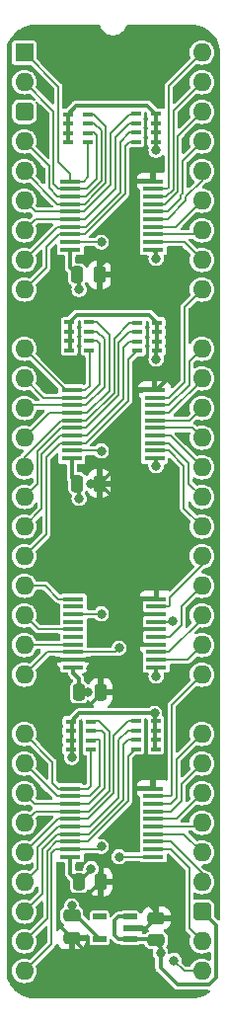
<source format=gtl>
%TF.GenerationSoftware,KiCad,Pcbnew,7.0.5*%
%TF.CreationDate,2024-02-16T17:37:10+02:00*%
%TF.ProjectId,Device Buffer,44657669-6365-4204-9275-666665722e6b,V0*%
%TF.SameCoordinates,PX54c81a0PY37b6b20*%
%TF.FileFunction,Copper,L1,Top*%
%TF.FilePolarity,Positive*%
%FSLAX46Y46*%
G04 Gerber Fmt 4.6, Leading zero omitted, Abs format (unit mm)*
G04 Created by KiCad (PCBNEW 7.0.5) date 2024-02-16 17:37:10*
%MOMM*%
%LPD*%
G01*
G04 APERTURE LIST*
G04 Aperture macros list*
%AMRoundRect*
0 Rectangle with rounded corners*
0 $1 Rounding radius*
0 $2 $3 $4 $5 $6 $7 $8 $9 X,Y pos of 4 corners*
0 Add a 4 corners polygon primitive as box body*
4,1,4,$2,$3,$4,$5,$6,$7,$8,$9,$2,$3,0*
0 Add four circle primitives for the rounded corners*
1,1,$1+$1,$2,$3*
1,1,$1+$1,$4,$5*
1,1,$1+$1,$6,$7*
1,1,$1+$1,$8,$9*
0 Add four rect primitives between the rounded corners*
20,1,$1+$1,$2,$3,$4,$5,0*
20,1,$1+$1,$4,$5,$6,$7,0*
20,1,$1+$1,$6,$7,$8,$9,0*
20,1,$1+$1,$8,$9,$2,$3,0*%
G04 Aperture macros list end*
%TA.AperFunction,SMDPad,CuDef*%
%ADD10R,0.900000X0.450000*%
%TD*%
%TA.AperFunction,ComponentPad*%
%ADD11R,1.600000X1.600000*%
%TD*%
%TA.AperFunction,ComponentPad*%
%ADD12O,1.600000X1.600000*%
%TD*%
%TA.AperFunction,ComponentPad*%
%ADD13RoundRect,0.400000X-0.400000X-0.400000X0.400000X-0.400000X0.400000X0.400000X-0.400000X0.400000X0*%
%TD*%
%TA.AperFunction,SMDPad,CuDef*%
%ADD14R,1.150000X0.600000*%
%TD*%
%TA.AperFunction,SMDPad,CuDef*%
%ADD15R,1.800000X0.450000*%
%TD*%
%TA.AperFunction,SMDPad,CuDef*%
%ADD16RoundRect,0.250000X0.475000X-0.250000X0.475000X0.250000X-0.475000X0.250000X-0.475000X-0.250000X0*%
%TD*%
%TA.AperFunction,SMDPad,CuDef*%
%ADD17RoundRect,0.250000X-0.250000X-0.475000X0.250000X-0.475000X0.250000X0.475000X-0.250000X0.475000X0*%
%TD*%
%TA.AperFunction,SMDPad,CuDef*%
%ADD18RoundRect,0.250000X-0.475000X0.250000X-0.475000X-0.250000X0.475000X-0.250000X0.475000X0.250000X0*%
%TD*%
%TA.AperFunction,ViaPad*%
%ADD19C,0.800000*%
%TD*%
%TA.AperFunction,Conductor*%
%ADD20C,0.380000*%
%TD*%
%TA.AperFunction,Conductor*%
%ADD21C,0.200000*%
%TD*%
G04 APERTURE END LIST*
D10*
%TO.P,RN7,8,R1*%
%TO.N,/3.3V*%
X11270000Y-57316800D03*
%TO.P,RN7,7,R2*%
X11270000Y-58116800D03*
%TO.P,RN7,6,R3*%
X11270000Y-58916800D03*
%TO.P,RN7,5,R4*%
X11270000Y-59716800D03*
%TO.P,RN7,4,R4*%
%TO.N,/D7*%
X9570000Y-59716800D03*
%TO.P,RN7,3,R3*%
%TO.N,/D6*%
X9570000Y-58916800D03*
%TO.P,RN7,2,R2*%
%TO.N,/D5*%
X9570000Y-58116800D03*
%TO.P,RN7,1,R1*%
%TO.N,/D4*%
X9570000Y-57316800D03*
%TD*%
D11*
%TO.P,J2,1,Pin_1*%
%TO.N,/A0*%
X0Y0D03*
D12*
%TO.P,J2,2,Pin_2*%
%TO.N,/A1*%
X0Y-2540000D03*
D13*
%TO.P,J2,3,Pin_3*%
%TO.N,/5V*%
X0Y-5080000D03*
D12*
%TO.P,J2,4,Pin_4*%
%TO.N,/A2*%
X0Y-7620000D03*
%TO.P,J2,5,Pin_5*%
%TO.N,/A3*%
X0Y-10160000D03*
%TO.P,J2,6,Pin_6*%
%TO.N,/A4*%
X0Y-12700000D03*
%TO.P,J2,7,Pin_7*%
%TO.N,/A5*%
X0Y-15240000D03*
%TO.P,J2,8,Pin_8*%
%TO.N,/A6*%
X0Y-17780000D03*
%TO.P,J2,9,Pin_9*%
%TO.N,/A7*%
X0Y-20320000D03*
D11*
%TO.P,J2,10,Pin_10*%
%TO.N,/GND*%
X0Y-22860000D03*
D12*
%TO.P,J2,11,Pin_11*%
%TO.N,/A8*%
X0Y-25400000D03*
%TO.P,J2,12,Pin_12*%
%TO.N,/A9*%
X0Y-27940000D03*
%TO.P,J2,13,Pin_13*%
%TO.N,/A10*%
X0Y-30480000D03*
%TO.P,J2,14,Pin_14*%
%TO.N,/A11*%
X0Y-33020000D03*
%TO.P,J2,15,Pin_15*%
%TO.N,/A12*%
X0Y-35560000D03*
%TO.P,J2,16,Pin_16*%
%TO.N,/A13*%
X0Y-38100000D03*
%TO.P,J2,17,Pin_17*%
%TO.N,/A14*%
X0Y-40640000D03*
%TO.P,J2,18,Pin_18*%
%TO.N,/A15*%
X0Y-43180000D03*
%TO.P,J2,19,Pin_19*%
%TO.N,/A16*%
X0Y-45720000D03*
%TO.P,J2,20,Pin_20*%
%TO.N,/S*%
X0Y-48260000D03*
%TO.P,J2,21,Pin_21*%
%TO.N,/~{WD}*%
X0Y-50800000D03*
%TO.P,J2,22,Pin_22*%
%TO.N,/~{RD}*%
X0Y-53340000D03*
D11*
%TO.P,J2,23,Pin_23*%
%TO.N,/GND*%
X0Y-55880000D03*
D12*
%TO.P,J2,24,Pin_24*%
%TO.N,/D0*%
X0Y-58420000D03*
%TO.P,J2,25,Pin_25*%
%TO.N,/D1*%
X0Y-60960000D03*
%TO.P,J2,26,Pin_26*%
%TO.N,/D2*%
X0Y-63500000D03*
%TO.P,J2,27,Pin_27*%
%TO.N,/D3*%
X0Y-66040000D03*
%TO.P,J2,28,Pin_28*%
%TO.N,/D4*%
X0Y-68580000D03*
%TO.P,J2,29,Pin_29*%
%TO.N,/D5*%
X0Y-71120000D03*
%TO.P,J2,30,Pin_30*%
%TO.N,/D6*%
X0Y-73660000D03*
%TO.P,J2,31,Pin_31*%
%TO.N,/D7*%
X0Y-76200000D03*
%TO.P,J2,32,Pin_32*%
%TO.N,/Device ~{CS}*%
X0Y-78740000D03*
%TO.P,J2,33,Pin_33*%
%TO.N,/Device ~{CS}_{IN}*%
X15240000Y-78740000D03*
%TO.P,J2,34,Pin_34*%
%TO.N,/D7_{IN{slash}OUT}*%
X15240000Y-76200000D03*
D13*
%TO.P,J2,35,Pin_35*%
%TO.N,/5V*%
X15240000Y-73660000D03*
D12*
%TO.P,J2,36,Pin_36*%
%TO.N,/D6_{IN{slash}OUT}*%
X15240000Y-71120000D03*
%TO.P,J2,37,Pin_37*%
%TO.N,/D5_{IN{slash}OUT}*%
X15240000Y-68580000D03*
%TO.P,J2,38,Pin_38*%
%TO.N,/D4_{IN{slash}OUT}*%
X15240000Y-66040000D03*
%TO.P,J2,39,Pin_39*%
%TO.N,/D3_{IN{slash}OUT}*%
X15240000Y-63500000D03*
%TO.P,J2,40,Pin_40*%
%TO.N,/D2_{IN{slash}OUT}*%
X15240000Y-60960000D03*
%TO.P,J2,41,Pin_41*%
%TO.N,/D1_{IN{slash}OUT}*%
X15240000Y-58420000D03*
D11*
%TO.P,J2,42,Pin_42*%
%TO.N,/GND*%
X15240000Y-55880000D03*
D12*
%TO.P,J2,43,Pin_43*%
%TO.N,/D0_{IN{slash}OUT}*%
X15240000Y-53340000D03*
%TO.P,J2,44,Pin_44*%
%TO.N,/~{RD}_{IN}*%
X15240000Y-50800000D03*
%TO.P,J2,45,Pin_45*%
%TO.N,/~{WD}_{IN}*%
X15240000Y-48260000D03*
%TO.P,J2,46,Pin_46*%
%TO.N,/S_{IN}*%
X15240000Y-45720000D03*
%TO.P,J2,47,Pin_47*%
%TO.N,/A16_{IN}*%
X15240000Y-43180000D03*
%TO.P,J2,48,Pin_48*%
%TO.N,/A15_{IN}*%
X15240000Y-40640000D03*
%TO.P,J2,49,Pin_49*%
%TO.N,/A14_{IN}*%
X15240000Y-38100000D03*
%TO.P,J2,50,Pin_50*%
%TO.N,/A13_{IN}*%
X15240000Y-35560000D03*
%TO.P,J2,51,Pin_51*%
%TO.N,/A12_{IN}*%
X15240000Y-33020000D03*
%TO.P,J2,52,Pin_52*%
%TO.N,/A11_{IN}*%
X15240000Y-30480000D03*
%TO.P,J2,53,Pin_53*%
%TO.N,/A10_{IN}*%
X15240000Y-27940000D03*
%TO.P,J2,54,Pin_54*%
%TO.N,/A9_{IN}*%
X15240000Y-25400000D03*
D11*
%TO.P,J2,55,Pin_55*%
%TO.N,/GND*%
X15240000Y-22860000D03*
D12*
%TO.P,J2,56,Pin_56*%
%TO.N,/A8_{IN}*%
X15240000Y-20320000D03*
%TO.P,J2,57,Pin_57*%
%TO.N,/A7_{IN}*%
X15240000Y-17780000D03*
%TO.P,J2,58,Pin_58*%
%TO.N,/A6_{IN}*%
X15240000Y-15240000D03*
%TO.P,J2,59,Pin_59*%
%TO.N,/A5_{IN}*%
X15240000Y-12700000D03*
%TO.P,J2,60,Pin_60*%
%TO.N,/A4_{IN}*%
X15240000Y-10160000D03*
%TO.P,J2,61,Pin_61*%
%TO.N,/A3_{IN}*%
X15240000Y-7620000D03*
%TO.P,J2,62,Pin_62*%
%TO.N,/A2_{IN}*%
X15240000Y-5080000D03*
%TO.P,J2,63,Pin_63*%
%TO.N,/A1_{IN}*%
X15240000Y-2540000D03*
%TO.P,J2,64,Pin_64*%
%TO.N,/A0_{IN}*%
X15240000Y0D03*
%TD*%
D10*
%TO.P,RN8,1,R1*%
%TO.N,/D0*%
X5682000Y-59755199D03*
%TO.P,RN8,2,R2*%
%TO.N,/D1*%
X5682000Y-58955199D03*
%TO.P,RN8,3,R3*%
%TO.N,/D2*%
X5682000Y-58155199D03*
%TO.P,RN8,4,R4*%
%TO.N,/D3*%
X5682000Y-57355199D03*
%TO.P,RN8,5,R4*%
%TO.N,/3.3V*%
X3982000Y-57355199D03*
%TO.P,RN8,6,R3*%
X3982000Y-58155199D03*
%TO.P,RN8,7,R2*%
X3982000Y-58955199D03*
%TO.P,RN8,8,R1*%
X3982000Y-59755199D03*
%TD*%
%TO.P,RN4,1,R1*%
%TO.N,/A8*%
X5555000Y-25522199D03*
%TO.P,RN4,2,R2*%
%TO.N,/A9*%
X5555000Y-24722199D03*
%TO.P,RN4,3,R3*%
%TO.N,/A10*%
X5555000Y-23922199D03*
%TO.P,RN4,4,R4*%
%TO.N,/A11*%
X5555000Y-23122199D03*
%TO.P,RN4,5,R4*%
%TO.N,/3.3V*%
X3855000Y-23122199D03*
%TO.P,RN4,6,R3*%
X3855000Y-23922199D03*
%TO.P,RN4,7,R2*%
X3855000Y-24722199D03*
%TO.P,RN4,8,R1*%
X3855000Y-25522199D03*
%TD*%
%TO.P,RN3,1,R1*%
%TO.N,/A12*%
X9697000Y-23153800D03*
%TO.P,RN3,2,R2*%
%TO.N,/A13*%
X9697000Y-23953800D03*
%TO.P,RN3,3,R3*%
%TO.N,/A14*%
X9697000Y-24753800D03*
%TO.P,RN3,4,R4*%
%TO.N,/A15*%
X9697000Y-25553800D03*
%TO.P,RN3,5,R4*%
%TO.N,/3.3V*%
X11397000Y-25553800D03*
%TO.P,RN3,6,R3*%
X11397000Y-24753800D03*
%TO.P,RN3,7,R2*%
X11397000Y-23953800D03*
%TO.P,RN3,8,R1*%
X11397000Y-23153800D03*
%TD*%
%TO.P,RN2,1,R1*%
%TO.N,/A0*%
X5422000Y-7696200D03*
%TO.P,RN2,2,R2*%
%TO.N,/A1*%
X5422000Y-6896200D03*
%TO.P,RN2,3,R3*%
%TO.N,/A2*%
X5422000Y-6096200D03*
%TO.P,RN2,4,R4*%
%TO.N,/A3*%
X5422000Y-5296200D03*
%TO.P,RN2,5,R4*%
%TO.N,/3.3V*%
X3722000Y-5296200D03*
%TO.P,RN2,6,R3*%
X3722000Y-6096200D03*
%TO.P,RN2,7,R2*%
X3722000Y-6896200D03*
%TO.P,RN2,8,R1*%
X3722000Y-7696200D03*
%TD*%
%TO.P,RN1,1,R1*%
%TO.N,/A4*%
X9564000Y-5257800D03*
%TO.P,RN1,2,R2*%
%TO.N,/A5*%
X9564000Y-6057800D03*
%TO.P,RN1,3,R3*%
%TO.N,/A6*%
X9564000Y-6857800D03*
%TO.P,RN1,4,R4*%
%TO.N,/A7*%
X9564000Y-7657800D03*
%TO.P,RN1,5,R4*%
%TO.N,/3.3V*%
X11264000Y-7657800D03*
%TO.P,RN1,6,R3*%
X11264000Y-6857800D03*
%TO.P,RN1,7,R2*%
X11264000Y-6057800D03*
%TO.P,RN1,8,R1*%
X11264000Y-5257800D03*
%TD*%
D14*
%TO.P,IC5,1,VIN*%
%TO.N,/5V*%
X9047000Y-76007000D03*
%TO.P,IC5,2,GND*%
%TO.N,/GND*%
X9047000Y-75057000D03*
%TO.P,IC5,3,EN*%
%TO.N,/5V*%
X9047000Y-74107000D03*
%TO.P,IC5,4,ADJ*%
%TO.N,unconnected-(IC5-ADJ-Pad4)*%
X6447000Y-74107000D03*
%TO.P,IC5,5,VOUT*%
%TO.N,/3.3V*%
X6447000Y-76007000D03*
%TD*%
D15*
%TO.P,IC4,1,DIR*%
%TO.N,/~{RD}*%
X11043000Y-68965000D03*
%TO.P,IC4,2,A0*%
%TO.N,/D7_{IN{slash}OUT}*%
X11043000Y-68315000D03*
%TO.P,IC4,3,A1*%
%TO.N,/D6_{IN{slash}OUT}*%
X11043000Y-67665000D03*
%TO.P,IC4,4,A2*%
%TO.N,/D5_{IN{slash}OUT}*%
X11043000Y-67015000D03*
%TO.P,IC4,5,A3*%
%TO.N,/D4_{IN{slash}OUT}*%
X11043000Y-66365000D03*
%TO.P,IC4,6,A4*%
%TO.N,/D3_{IN{slash}OUT}*%
X11043000Y-65715000D03*
%TO.P,IC4,7,A5*%
%TO.N,/D2_{IN{slash}OUT}*%
X11043000Y-65065000D03*
%TO.P,IC4,8,A6*%
%TO.N,/D1_{IN{slash}OUT}*%
X11043000Y-64415000D03*
%TO.P,IC4,9,A7*%
%TO.N,/D0_{IN{slash}OUT}*%
X11043000Y-63765000D03*
%TO.P,IC4,10,GND*%
%TO.N,/GND*%
X11043000Y-63115000D03*
%TO.P,IC4,11,B7*%
%TO.N,/D0*%
X3943000Y-63115000D03*
%TO.P,IC4,12,B6*%
%TO.N,/D1*%
X3943000Y-63765000D03*
%TO.P,IC4,13,B5*%
%TO.N,/D2*%
X3943000Y-64415000D03*
%TO.P,IC4,14,B4*%
%TO.N,/D3*%
X3943000Y-65065000D03*
%TO.P,IC4,15,B3*%
%TO.N,/D4*%
X3943000Y-65715000D03*
%TO.P,IC4,16,B2*%
%TO.N,/D5*%
X3943000Y-66365000D03*
%TO.P,IC4,17,B1*%
%TO.N,/D6*%
X3943000Y-67015000D03*
%TO.P,IC4,18,B0*%
%TO.N,/D7*%
X3943000Y-67665000D03*
%TO.P,IC4,19,~{OE}*%
%TO.N,/Device ~{CS}*%
X3943000Y-68315000D03*
%TO.P,IC4,20,5V*%
%TO.N,/5V*%
X3943000Y-68965000D03*
%TD*%
%TO.P,IC3,1,DIR*%
%TO.N,/3.3V*%
X11303000Y-52698000D03*
%TO.P,IC3,2,A0*%
%TO.N,/~{RD}_{IN}*%
X11303000Y-52048000D03*
%TO.P,IC3,3,A1*%
%TO.N,/~{WD}_{IN}*%
X11303000Y-51398000D03*
%TO.P,IC3,4,A2*%
%TO.N,/GND*%
X11303000Y-50748000D03*
%TO.P,IC3,5,A3*%
%TO.N,/S_{IN}*%
X11303000Y-50098000D03*
%TO.P,IC3,6,A4*%
%TO.N,/GND*%
X11303000Y-49448000D03*
%TO.P,IC3,7,A5*%
%TO.N,/Device ~{CS}_{IN}*%
X11303000Y-48798000D03*
%TO.P,IC3,8,A6*%
%TO.N,/GND*%
X11303000Y-48148000D03*
%TO.P,IC3,9,A7*%
%TO.N,/A16_{IN}*%
X11303000Y-47498000D03*
%TO.P,IC3,10,GND*%
%TO.N,/GND*%
X11303000Y-46848000D03*
%TO.P,IC3,11,B7*%
%TO.N,/A16*%
X4203000Y-46848000D03*
%TO.P,IC3,12,B6*%
%TO.N,unconnected-(IC3-B6-Pad12)*%
X4203000Y-47498000D03*
%TO.P,IC3,13,B5*%
%TO.N,/Device ~{CS}*%
X4203000Y-48148000D03*
%TO.P,IC3,14,B4*%
%TO.N,unconnected-(IC3-B4-Pad14)*%
X4203000Y-48798000D03*
%TO.P,IC3,15,B3*%
%TO.N,/S*%
X4203000Y-49448000D03*
%TO.P,IC3,16,B2*%
%TO.N,unconnected-(IC3-B2-Pad16)*%
X4203000Y-50098000D03*
%TO.P,IC3,17,B1*%
%TO.N,/~{WD}*%
X4203000Y-50748000D03*
%TO.P,IC3,18,B0*%
%TO.N,/~{RD}*%
X4203000Y-51398000D03*
%TO.P,IC3,19,~{OE}*%
%TO.N,/GND*%
X4203000Y-52048000D03*
%TO.P,IC3,20,5V*%
%TO.N,/5V*%
X4203000Y-52698000D03*
%TD*%
%TO.P,IC2,1,DIR*%
%TO.N,/3.3V*%
X11170000Y-34791000D03*
%TO.P,IC2,2,A0*%
%TO.N,/A15_{IN}*%
X11170000Y-34141000D03*
%TO.P,IC2,3,A1*%
%TO.N,/A14_{IN}*%
X11170000Y-33491000D03*
%TO.P,IC2,4,A2*%
%TO.N,/A13_{IN}*%
X11170000Y-32841000D03*
%TO.P,IC2,5,A3*%
%TO.N,/A12_{IN}*%
X11170000Y-32191000D03*
%TO.P,IC2,6,A4*%
%TO.N,/A11_{IN}*%
X11170000Y-31541000D03*
%TO.P,IC2,7,A5*%
%TO.N,/A10_{IN}*%
X11170000Y-30891000D03*
%TO.P,IC2,8,A6*%
%TO.N,/A9_{IN}*%
X11170000Y-30241000D03*
%TO.P,IC2,9,A7*%
%TO.N,/A8_{IN}*%
X11170000Y-29591000D03*
%TO.P,IC2,10,GND*%
%TO.N,/GND*%
X11170000Y-28941000D03*
%TO.P,IC2,11,B7*%
%TO.N,/A8*%
X4070000Y-28941000D03*
%TO.P,IC2,12,B6*%
%TO.N,/A9*%
X4070000Y-29591000D03*
%TO.P,IC2,13,B5*%
%TO.N,/A10*%
X4070000Y-30241000D03*
%TO.P,IC2,14,B4*%
%TO.N,/A11*%
X4070000Y-30891000D03*
%TO.P,IC2,15,B3*%
%TO.N,/A12*%
X4070000Y-31541000D03*
%TO.P,IC2,16,B2*%
%TO.N,/A13*%
X4070000Y-32191000D03*
%TO.P,IC2,17,B1*%
%TO.N,/A14*%
X4070000Y-32841000D03*
%TO.P,IC2,18,B0*%
%TO.N,/A15*%
X4070000Y-33491000D03*
%TO.P,IC2,19,~{OE}*%
%TO.N,/Device ~{CS}*%
X4070000Y-34141000D03*
%TO.P,IC2,20,5V*%
%TO.N,/5V*%
X4070000Y-34791000D03*
%TD*%
%TO.P,IC1,1,DIR*%
%TO.N,/3.3V*%
X11043000Y-16895000D03*
%TO.P,IC1,2,A0*%
%TO.N,/A7_{IN}*%
X11043000Y-16245000D03*
%TO.P,IC1,3,A1*%
%TO.N,/A6_{IN}*%
X11043000Y-15595000D03*
%TO.P,IC1,4,A2*%
%TO.N,/A5_{IN}*%
X11043000Y-14945000D03*
%TO.P,IC1,5,A3*%
%TO.N,/A4_{IN}*%
X11043000Y-14295000D03*
%TO.P,IC1,6,A4*%
%TO.N,/A3_{IN}*%
X11043000Y-13645000D03*
%TO.P,IC1,7,A5*%
%TO.N,/A2_{IN}*%
X11043000Y-12995000D03*
%TO.P,IC1,8,A6*%
%TO.N,/A1_{IN}*%
X11043000Y-12345000D03*
%TO.P,IC1,9,A7*%
%TO.N,/A0_{IN}*%
X11043000Y-11695000D03*
%TO.P,IC1,10,GND*%
%TO.N,/GND*%
X11043000Y-11045000D03*
%TO.P,IC1,11,B7*%
%TO.N,/A0*%
X3943000Y-11045000D03*
%TO.P,IC1,12,B6*%
%TO.N,/A1*%
X3943000Y-11695000D03*
%TO.P,IC1,13,B5*%
%TO.N,/A2*%
X3943000Y-12345000D03*
%TO.P,IC1,14,B4*%
%TO.N,/A3*%
X3943000Y-12995000D03*
%TO.P,IC1,15,B3*%
%TO.N,/A4*%
X3943000Y-13645000D03*
%TO.P,IC1,16,B2*%
%TO.N,/A5*%
X3943000Y-14295000D03*
%TO.P,IC1,17,B1*%
%TO.N,/A6*%
X3943000Y-14945000D03*
%TO.P,IC1,18,B0*%
%TO.N,/A7*%
X3943000Y-15595000D03*
%TO.P,IC1,19,~{OE}*%
%TO.N,/Device ~{CS}*%
X3943000Y-16245000D03*
%TO.P,IC1,20,5V*%
%TO.N,/5V*%
X3943000Y-16895000D03*
%TD*%
D16*
%TO.P,C8,1*%
%TO.N,/5V*%
X11303000Y-76118000D03*
%TO.P,C8,2*%
%TO.N,/GND*%
X11303000Y-74218000D03*
%TD*%
D17*
%TO.P,C4,1*%
%TO.N,/5V*%
X4659999Y-71109000D03*
%TO.P,C4,2*%
%TO.N,/GND*%
X6559999Y-71109000D03*
%TD*%
%TO.P,C3,1*%
%TO.N,/5V*%
X4660000Y-54853001D03*
%TO.P,C3,2*%
%TO.N,/GND*%
X6560000Y-54853001D03*
%TD*%
D18*
%TO.P,C9,1*%
%TO.N,/3.3V*%
X4064000Y-73996000D03*
%TO.P,C9,2*%
%TO.N,/GND*%
X4064000Y-75896000D03*
%TD*%
D17*
%TO.P,C5,1*%
%TO.N,/5V*%
X4533000Y-36946000D03*
%TO.P,C5,2*%
%TO.N,/GND*%
X6433000Y-36946000D03*
%TD*%
%TO.P,C1,1*%
%TO.N,/5V*%
X4527000Y-19050000D03*
%TO.P,C1,2*%
%TO.N,/GND*%
X6427000Y-19050000D03*
%TD*%
D19*
%TO.N,/5V*%
X4699000Y-38227000D03*
X5715000Y-69977000D03*
X5450013Y-54853001D03*
X4699000Y-20320000D03*
X11684000Y-77216000D03*
%TO.N,/GND*%
X8890000Y-34417000D03*
X9398000Y-51308000D03*
X5715000Y-36957000D03*
X9271000Y-19050000D03*
X7112000Y-77470000D03*
X5715000Y-52832000D03*
X5842000Y-20955000D03*
%TO.N,/3.3V*%
X11303000Y-8382000D03*
X11176000Y-56642000D03*
X4063998Y-60452000D03*
X11303000Y-35433000D03*
X11303000Y-53467000D03*
X4063998Y-73151994D03*
X11303000Y-17653000D03*
X11303000Y-26289000D03*
%TO.N,/Device ~{CS}*%
X6604000Y-16256000D03*
X6604000Y-48133000D03*
X6604000Y-68072000D03*
X6604000Y-34163000D03*
%TO.N,/Device ~{CS}_{IN}*%
X12827000Y-77851000D03*
X12700000Y-48768000D03*
%TO.N,/~{RD}*%
X8128000Y-51054000D03*
X8128000Y-68961000D03*
%TD*%
D20*
%TO.N,/3.3V*%
X4431000Y-4572000D02*
X3726000Y-5277000D01*
X10555000Y-4572000D02*
X4431000Y-4572000D01*
X11303000Y-5320000D02*
X10555000Y-4572000D01*
X11303000Y-8382000D02*
X11303000Y-5320000D01*
X3726000Y-5277000D02*
X3726000Y-7677000D01*
%TO.N,/5V*%
X11684000Y-76753970D02*
X11175515Y-76245485D01*
X11684000Y-77216000D02*
X11684000Y-76753970D01*
X15828000Y-79930000D02*
X13140085Y-79930000D01*
X8092000Y-74107000D02*
X9047000Y-74107000D01*
X4660000Y-53682000D02*
X4660000Y-54853001D01*
X16430000Y-74850000D02*
X16430000Y-79328000D01*
X5715000Y-70053999D02*
X4659999Y-71109000D01*
X11684000Y-77216000D02*
X11684000Y-78473915D01*
X4203000Y-53225000D02*
X4660000Y-53682000D01*
X3943000Y-16895000D02*
X3943000Y-18466000D01*
X4660000Y-54853001D02*
X5450013Y-54853001D01*
X3943000Y-18466000D02*
X4527000Y-19050000D01*
X9047000Y-76007000D02*
X8092000Y-76007000D01*
X11201400Y-76016400D02*
X9056400Y-76016400D01*
X4699000Y-38227000D02*
X4699000Y-37112000D01*
X15240000Y-73660000D02*
X16430000Y-74850000D01*
X4203000Y-52698000D02*
X4203000Y-53225000D01*
X16430000Y-79328000D02*
X15828000Y-79930000D01*
X7771915Y-74427085D02*
X8092000Y-74107000D01*
X4070000Y-36483000D02*
X4533000Y-36946000D01*
X4699000Y-20320000D02*
X4699000Y-19222000D01*
X4070000Y-34791000D02*
X4070000Y-36483000D01*
X7771915Y-75686915D02*
X7771915Y-74427085D01*
X11684000Y-78473915D02*
X13140085Y-79930000D01*
X5715000Y-69977000D02*
X5715000Y-70053999D01*
X8092000Y-76007000D02*
X7771915Y-75686915D01*
X3943000Y-68965000D02*
X3943000Y-70392001D01*
X3943000Y-70392001D02*
X4659999Y-71109000D01*
%TO.N,/GND*%
X12954000Y-27305000D02*
X12954000Y-19685000D01*
X9958000Y-50748000D02*
X11303000Y-50748000D01*
X15652915Y-19050000D02*
X16510000Y-19907085D01*
X12954000Y-19685000D02*
X13589000Y-19050000D01*
X10048000Y-48148000D02*
X10013000Y-48113000D01*
X5483000Y-52048000D02*
X4203000Y-52048000D01*
X9652000Y-29210000D02*
X9921000Y-28941000D01*
X10013000Y-48113000D02*
X10013000Y-46858000D01*
X10023000Y-49448000D02*
X10013000Y-49438000D01*
X12044084Y-54853001D02*
X14747085Y-52150000D01*
X11303000Y-50748000D02*
X10023000Y-50748000D01*
X8804085Y-71109000D02*
X6559999Y-71109000D01*
X6427000Y-18338000D02*
X9525000Y-15240000D01*
X5483000Y-52048000D02*
X8658000Y-52048000D01*
X2921000Y-73050765D02*
X3736768Y-72234997D01*
X6560000Y-54853001D02*
X6560000Y-53125000D01*
X10013000Y-46858000D02*
X10023000Y-46848000D01*
X4064000Y-75896000D02*
X5638000Y-77470000D01*
X6433000Y-36946000D02*
X5726000Y-36946000D01*
X6267000Y-52832000D02*
X5715000Y-52832000D01*
X6433000Y-36946000D02*
X8890000Y-34489000D01*
X2921000Y-74753000D02*
X2921000Y-73050765D01*
X5842000Y-20955000D02*
X5080000Y-21717000D01*
X14747085Y-52150000D02*
X15769000Y-52150000D01*
X10013000Y-48183000D02*
X10048000Y-48148000D01*
X16430000Y-52811000D02*
X16430000Y-54690000D01*
X11303000Y-41816000D02*
X11303000Y-46848000D01*
X6433000Y-36946000D02*
X11303000Y-41816000D01*
X10464000Y-75057000D02*
X9047000Y-75057000D01*
X10048000Y-49448000D02*
X11303000Y-49448000D01*
X9652000Y-33727000D02*
X9652000Y-29210000D01*
X11303000Y-74218000D02*
X10464000Y-75057000D01*
X10023000Y-46848000D02*
X11303000Y-46848000D01*
X5726000Y-36946000D02*
X5715000Y-36957000D01*
X5715000Y-52280000D02*
X5715000Y-52832000D01*
X10023000Y-50748000D02*
X10013000Y-50738000D01*
X9921000Y-28941000D02*
X11170000Y-28941000D01*
X10013000Y-49483000D02*
X10048000Y-49448000D01*
X6427000Y-19050000D02*
X6427000Y-20370000D01*
X15769000Y-52150000D02*
X16430000Y-52811000D01*
X11303000Y-49448000D02*
X10023000Y-49448000D01*
X88001Y-55968001D02*
X5626999Y-55968001D01*
X8962000Y-34417000D02*
X9652000Y-33727000D01*
X9656000Y-11045000D02*
X11043000Y-11045000D01*
X5434002Y-72234997D02*
X6559999Y-71109000D01*
X1143000Y-21717000D02*
X0Y-22860000D01*
X16430000Y-54690000D02*
X15240000Y-55880000D01*
X16510000Y-19907085D02*
X16510000Y-21590000D01*
X11303000Y-48148000D02*
X10048000Y-48148000D01*
X10013000Y-50738000D02*
X10013000Y-49483000D01*
X5080000Y-21717000D02*
X1143000Y-21717000D01*
X12954000Y-19685000D02*
X12319000Y-19050000D01*
X16510000Y-21590000D02*
X15240000Y-22860000D01*
X11318000Y-28941000D02*
X12954000Y-27305000D01*
X6427000Y-19050000D02*
X6427000Y-18338000D01*
X5626999Y-55968001D02*
X6560000Y-55035000D01*
X10013000Y-49438000D02*
X10013000Y-48183000D01*
X11303000Y-73607915D02*
X8804085Y-71109000D01*
X11303000Y-74218000D02*
X11303000Y-73607915D01*
X9398000Y-51308000D02*
X9958000Y-50748000D01*
X5638000Y-77470000D02*
X7112000Y-77470000D01*
X8890000Y-34417000D02*
X8962000Y-34417000D01*
X6560000Y-54853001D02*
X12044084Y-54853001D01*
X8890000Y-34489000D02*
X8890000Y-34417000D01*
X6427000Y-19050000D02*
X9271000Y-19050000D01*
X5483000Y-52048000D02*
X5715000Y-52280000D01*
X9525000Y-15240000D02*
X9525000Y-11176000D01*
X9525000Y-11176000D02*
X9656000Y-11045000D01*
X9271000Y-19050000D02*
X12319000Y-19050000D01*
X4064000Y-75896000D02*
X2921000Y-74753000D01*
X13589000Y-19050000D02*
X15652915Y-19050000D01*
X3736768Y-72234997D02*
X5434002Y-72234997D01*
X6427000Y-20370000D02*
X5842000Y-20955000D01*
X6560000Y-53125000D02*
X6267000Y-52832000D01*
X8658000Y-52048000D02*
X9398000Y-51308000D01*
%TO.N,/3.3V*%
X10682999Y-22487999D02*
X4499000Y-22487999D01*
X4436000Y-73996000D02*
X6447000Y-76007000D01*
X11303000Y-53467000D02*
X11303000Y-52698000D01*
X11241000Y-57336000D02*
X11241000Y-58136000D01*
X11303000Y-25638000D02*
X11368000Y-25573000D01*
X11303000Y-26289000D02*
X11303000Y-25638000D01*
X11368000Y-24773000D02*
X11368000Y-23973000D01*
X4704999Y-56642000D02*
X11176000Y-56642000D01*
X11368000Y-23173000D02*
X11368000Y-23973000D01*
X11241000Y-58136000D02*
X11241000Y-58936000D01*
X3884000Y-23102999D02*
X3884000Y-23902999D01*
X3884000Y-23902999D02*
X3884000Y-24702999D01*
X4499000Y-22487999D02*
X3884000Y-23102999D01*
X11368000Y-24773000D02*
X11368000Y-25573000D01*
X4063998Y-57283001D02*
X4704999Y-56642000D01*
X11241000Y-58936000D02*
X11241000Y-59736000D01*
X11241000Y-56707000D02*
X11176000Y-56642000D01*
X11303000Y-17155000D02*
X11043000Y-16895000D01*
X11368000Y-23173000D02*
X10682999Y-22487999D01*
X4063998Y-60452000D02*
X4063998Y-57283001D01*
X11241000Y-57336000D02*
X11241000Y-56707000D01*
X4064000Y-73151996D02*
X4063998Y-73151994D01*
X3884000Y-24702999D02*
X3884000Y-25502999D01*
X11303000Y-17653000D02*
X11303000Y-17155000D01*
X11303000Y-35433000D02*
X11303000Y-34924000D01*
X11303000Y-34924000D02*
X11170000Y-34791000D01*
X4064000Y-73996000D02*
X4064000Y-73151996D01*
D21*
%TO.N,/Device ~{CS}*%
X6604000Y-48133000D02*
X6589000Y-48148000D01*
X0Y-78740000D02*
X2343000Y-76397000D01*
X6589000Y-48148000D02*
X4203000Y-48148000D01*
X6361000Y-68315000D02*
X6604000Y-68072000D01*
X3943000Y-68315000D02*
X6361000Y-68315000D01*
X6582000Y-34141000D02*
X4070000Y-34141000D01*
X6593000Y-16245000D02*
X3943000Y-16245000D01*
X2343000Y-76397000D02*
X2343000Y-68650000D01*
X2678000Y-68315000D02*
X3943000Y-68315000D01*
X2343000Y-68650000D02*
X2678000Y-68315000D01*
X6604000Y-34163000D02*
X6582000Y-34141000D01*
X6604000Y-16256000D02*
X6593000Y-16245000D01*
%TO.N,/A7_{IN}*%
X15240000Y-17780000D02*
X13705000Y-16245000D01*
X13705000Y-16245000D02*
X11043000Y-16245000D01*
%TO.N,/A6_{IN}*%
X14885000Y-15595000D02*
X11043000Y-15595000D01*
%TO.N,/A5_{IN}*%
X15240000Y-12700000D02*
X12995000Y-14945000D01*
X12995000Y-14945000D02*
X11043000Y-14945000D01*
%TO.N,/A4_{IN}*%
X13843000Y-12359741D02*
X13843000Y-12722000D01*
X15240000Y-10962741D02*
X13843000Y-12359741D01*
X13843000Y-12722000D02*
X12270000Y-14295000D01*
X15240000Y-10160000D02*
X15240000Y-10962741D01*
X12270000Y-14295000D02*
X11043000Y-14295000D01*
%TO.N,/A3_{IN}*%
X13570000Y-9290000D02*
X13570000Y-12067055D01*
X13570000Y-12067055D02*
X13443000Y-12194056D01*
X13443000Y-12194056D02*
X13443000Y-12472000D01*
X15240000Y-7620000D02*
X13570000Y-9290000D01*
X12270000Y-13645000D02*
X11043000Y-13645000D01*
X13443000Y-12472000D02*
X12270000Y-13645000D01*
%TO.N,/A2_{IN}*%
X11043000Y-12995000D02*
X12076370Y-12995000D01*
X12076370Y-12995000D02*
X13170000Y-11901370D01*
X13170000Y-11901370D02*
X13170000Y-7150000D01*
X13170000Y-7150000D02*
X15240000Y-5080000D01*
%TO.N,/A1_{IN}*%
X12160685Y-12345000D02*
X11043000Y-12345000D01*
X12770000Y-11735685D02*
X12160685Y-12345000D01*
X15240000Y-2540000D02*
X12770000Y-5010000D01*
X12770000Y-5010000D02*
X12770000Y-11735685D01*
%TO.N,/A0_{IN}*%
X12370000Y-2870000D02*
X15240000Y0D01*
X12245000Y-11695000D02*
X12370000Y-11570000D01*
X11043000Y-11695000D02*
X12245000Y-11695000D01*
X12370000Y-11570000D02*
X12370000Y-2870000D01*
%TO.N,/A0*%
X3943000Y-11045000D02*
X5084000Y-11045000D01*
X5084000Y-11045000D02*
X5451000Y-10678000D01*
X2921000Y-9409630D02*
X3943000Y-10431630D01*
X2921000Y-2921000D02*
X2921000Y-9409630D01*
X0Y0D02*
X2921000Y-2921000D01*
X5451000Y-10678000D02*
X5451000Y-7677000D01*
X3943000Y-10431630D02*
X3943000Y-11045000D01*
%TO.N,/A1*%
X6201000Y-10817000D02*
X5323000Y-11695000D01*
X0Y-2540000D02*
X2521000Y-5061000D01*
X2521000Y-5061000D02*
X2521000Y-11284000D01*
X5974000Y-6877000D02*
X6201000Y-7104000D01*
X6201000Y-7104000D02*
X6201000Y-10817000D01*
X2521000Y-11284000D02*
X2932000Y-11695000D01*
X5451000Y-6877000D02*
X5974000Y-6877000D01*
X5323000Y-11695000D02*
X3943000Y-11695000D01*
X2932000Y-11695000D02*
X3943000Y-11695000D01*
%TO.N,/A2*%
X6601000Y-6704000D02*
X6601000Y-10982686D01*
X5238686Y-12345000D02*
X3943000Y-12345000D01*
X2843000Y-12345000D02*
X3943000Y-12345000D01*
X6601000Y-10982686D02*
X5238686Y-12345000D01*
X5451000Y-6077000D02*
X5974000Y-6077000D01*
X5974000Y-6077000D02*
X6601000Y-6704000D01*
X0Y-7620000D02*
X2121000Y-9741000D01*
X2121000Y-9741000D02*
X2121000Y-11623000D01*
X2121000Y-11623000D02*
X2843000Y-12345000D01*
%TO.N,/A3*%
X5451000Y-5277000D02*
X5974000Y-5277000D01*
X2835000Y-12995000D02*
X3943000Y-12995000D01*
X7001000Y-6304000D02*
X7001000Y-11148372D01*
X7001000Y-11148372D02*
X6147000Y-12002372D01*
X6147000Y-12002372D02*
X6147000Y-12002686D01*
X5154686Y-12995000D02*
X3943000Y-12995000D01*
X0Y-10160000D02*
X2835000Y-12995000D01*
X6147000Y-12002686D02*
X5154686Y-12995000D01*
X5974000Y-5277000D02*
X7001000Y-6304000D01*
%TO.N,/A4*%
X5320057Y-13395000D02*
X5070057Y-13645000D01*
X9535000Y-5277000D02*
X9012000Y-5277000D01*
X6547000Y-12168372D02*
X5320371Y-13395000D01*
X5070057Y-13645000D02*
X3943000Y-13645000D01*
X7401000Y-11314058D02*
X6547000Y-12168058D01*
X0Y-12700000D02*
X945000Y-13645000D01*
X7401001Y-6887999D02*
X7401000Y-11314058D01*
X9012000Y-5277000D02*
X7401001Y-6887999D01*
X6547000Y-12168058D02*
X6547000Y-12168372D01*
X5320371Y-13395000D02*
X5320057Y-13395000D01*
X945000Y-13645000D02*
X3943000Y-13645000D01*
%TO.N,/A5*%
X7801001Y-11663999D02*
X5170000Y-14295000D01*
X9535000Y-6077000D02*
X9012000Y-6077000D01*
X9012000Y-6077000D02*
X7801001Y-7287999D01*
X945000Y-14295000D02*
X3943000Y-14295000D01*
X7801001Y-7287999D02*
X7801001Y-11663999D01*
X0Y-15240000D02*
X945000Y-14295000D01*
X5170000Y-14295000D02*
X3943000Y-14295000D01*
%TO.N,/A6*%
X9012000Y-6877000D02*
X8201001Y-7687999D01*
X8201001Y-7687999D02*
X8201001Y-11998313D01*
X0Y-17780000D02*
X2835000Y-14945000D01*
X2835000Y-14945000D02*
X3943000Y-14945000D01*
X9535000Y-6877000D02*
X9012000Y-6877000D01*
X5254314Y-14945000D02*
X3943000Y-14945000D01*
X8201001Y-11998313D02*
X5254314Y-14945000D01*
%TO.N,/A7*%
X8960000Y-7677000D02*
X8636000Y-8001000D01*
X1905000Y-16660000D02*
X2970000Y-15595000D01*
X2970000Y-15595000D02*
X3943000Y-15595000D01*
X8636000Y-8001000D02*
X8636000Y-12129000D01*
X1905000Y-18415000D02*
X1905000Y-16660000D01*
X9535000Y-7677000D02*
X8960000Y-7677000D01*
X0Y-20320000D02*
X1905000Y-18415000D01*
X8636000Y-12129000D02*
X5170000Y-15595000D01*
X5170000Y-15595000D02*
X3943000Y-15595000D01*
%TO.N,/A15_{IN}*%
X12402999Y-34141000D02*
X13697000Y-35435001D01*
X13697000Y-35435001D02*
X13697000Y-39097000D01*
X13697000Y-39097000D02*
X15240000Y-40640000D01*
X11170000Y-34141000D02*
X12402999Y-34141000D01*
%TO.N,/A14_{IN}*%
X12402999Y-33491000D02*
X14097000Y-35185001D01*
X14097000Y-35185001D02*
X14097000Y-36957000D01*
X14097000Y-36957000D02*
X15240000Y-38100000D01*
X11170000Y-33491000D02*
X12402999Y-33491000D01*
%TO.N,/A13_{IN}*%
X11170000Y-32841000D02*
X12521000Y-32841000D01*
X12521000Y-32841000D02*
X15240000Y-35560000D01*
%TO.N,/A12_{IN}*%
X14411000Y-32191000D02*
X15240000Y-33020000D01*
X11170000Y-32191000D02*
X14411000Y-32191000D01*
%TO.N,/A11_{IN}*%
X11170000Y-31541000D02*
X14179000Y-31541000D01*
X14179000Y-31541000D02*
X15240000Y-30480000D01*
%TO.N,/A10_{IN}*%
X12402999Y-30891000D02*
X15240000Y-28053999D01*
X11170000Y-30891000D02*
X12402999Y-30891000D01*
%TO.N,/A9_{IN}*%
X14140000Y-26500000D02*
X15240000Y-25400000D01*
X14140000Y-28503999D02*
X14140000Y-26500000D01*
X11170000Y-30241000D02*
X12402999Y-30241000D01*
X12402999Y-30241000D02*
X14140000Y-28503999D01*
%TO.N,/A8_{IN}*%
X13740000Y-28253999D02*
X13740000Y-21820000D01*
X13740000Y-21820000D02*
X15240000Y-20320000D01*
X12402999Y-29591000D02*
X13740000Y-28253999D01*
X11170000Y-29591000D02*
X12402999Y-29591000D01*
%TO.N,/A8*%
X5584000Y-28579000D02*
X5222000Y-28941000D01*
X3408001Y-28808001D02*
X3408001Y-28941000D01*
X0Y-25400000D02*
X3408001Y-28808001D01*
X5584000Y-25502999D02*
X5584000Y-28579000D01*
X5222000Y-28941000D02*
X4070000Y-28941000D01*
%TO.N,/A9*%
X6234000Y-24702999D02*
X6490000Y-24958999D01*
X0Y-27940000D02*
X1651000Y-29591000D01*
X5302999Y-29591000D02*
X4070000Y-29591000D01*
X5584000Y-24702999D02*
X6234000Y-24702999D01*
X6490000Y-24958999D02*
X6490000Y-28403999D01*
X1651000Y-29591000D02*
X4070000Y-29591000D01*
X6490000Y-28403999D02*
X5302999Y-29591000D01*
%TO.N,/A10*%
X6234000Y-23902999D02*
X6890000Y-24558999D01*
X6890000Y-24558999D02*
X6890000Y-28653999D01*
X239000Y-30241000D02*
X4070000Y-30241000D01*
X5302999Y-30241000D02*
X4070000Y-30241000D01*
X5584000Y-23902999D02*
X6234000Y-23902999D01*
X6890000Y-28653999D02*
X5302999Y-30241000D01*
%TO.N,/A11*%
X5584000Y-23102999D02*
X6234000Y-23102999D01*
X7290000Y-24158999D02*
X7290000Y-28988313D01*
X0Y-33020000D02*
X2129000Y-30891000D01*
X2129000Y-30891000D02*
X4070000Y-30891000D01*
X6234000Y-23102999D02*
X7290000Y-24158999D01*
X7290000Y-28988313D02*
X5387313Y-30891000D01*
X5387313Y-30891000D02*
X4070000Y-30891000D01*
%TO.N,/A12*%
X7690000Y-24501000D02*
X9018000Y-23173000D01*
X3127999Y-31541000D02*
X4070000Y-31541000D01*
X7690000Y-29153999D02*
X7690000Y-24501000D01*
X9018000Y-23173000D02*
X9668000Y-23173000D01*
X0Y-34668999D02*
X3127999Y-31541000D01*
X0Y-35560000D02*
X0Y-34668999D01*
X5302999Y-31541000D02*
X7690000Y-29153999D01*
X4070000Y-31541000D02*
X5302999Y-31541000D01*
%TO.N,/A13*%
X5279814Y-32191000D02*
X4070000Y-32191000D01*
X1100000Y-34218999D02*
X1100000Y-37000000D01*
X8090000Y-24901000D02*
X8090000Y-29380814D01*
X8090000Y-29380814D02*
X5279814Y-32191000D01*
X1100000Y-37000000D02*
X0Y-38100000D01*
X9018000Y-23973000D02*
X8090000Y-24901000D01*
X4070000Y-32191000D02*
X3127999Y-32191000D01*
X9668000Y-23973000D02*
X9018000Y-23973000D01*
X3127999Y-32191000D02*
X1100000Y-34218999D01*
%TO.N,/A14*%
X9018000Y-24773000D02*
X8490000Y-25301000D01*
X5328314Y-32841000D02*
X4070000Y-32841000D01*
X9668000Y-24773000D02*
X9018000Y-24773000D01*
X4070000Y-32841000D02*
X3102999Y-32841000D01*
X1500000Y-34443999D02*
X1500000Y-39140000D01*
X1500000Y-39140000D02*
X0Y-40640000D01*
X3102999Y-32841000D02*
X1500000Y-34443999D01*
X8490000Y-25301000D02*
X8490000Y-29679314D01*
X8490000Y-29679314D02*
X5328314Y-32841000D01*
%TO.N,/A15*%
X3102999Y-33491000D02*
X1899999Y-34694000D01*
X5244000Y-33491000D02*
X4070000Y-33491000D01*
X4070000Y-33491000D02*
X3102999Y-33491000D01*
X8890000Y-26351000D02*
X8890000Y-29845000D01*
X8890000Y-29845000D02*
X5244000Y-33491000D01*
X9668000Y-25573000D02*
X8890000Y-26351000D01*
X1899999Y-41280001D02*
X0Y-43180000D01*
X1899999Y-34694000D02*
X1899999Y-41280001D01*
%TO.N,/A16_{IN}*%
X12503000Y-46679000D02*
X12503000Y-47398000D01*
X12503000Y-47398000D02*
X12403000Y-47498000D01*
X15240000Y-43180000D02*
X15240000Y-43942000D01*
X12403000Y-47498000D02*
X11303000Y-47498000D01*
X15240000Y-43942000D02*
X12503000Y-46679000D01*
%TO.N,/A16*%
X2906000Y-46848000D02*
X4203000Y-46848000D01*
X0Y-45720000D02*
X1778000Y-45720000D01*
X1778000Y-45720000D02*
X2906000Y-46848000D01*
%TO.N,/~{WD}_{IN}*%
X15240000Y-48561000D02*
X12403000Y-51398000D01*
X12403000Y-51398000D02*
X11303000Y-51398000D01*
%TO.N,/~{RD}_{IN}*%
X13992000Y-52048000D02*
X11303000Y-52048000D01*
X15240000Y-50800000D02*
X13992000Y-52048000D01*
%TO.N,/D7_{IN{slash}OUT}*%
X14140000Y-69914000D02*
X14140000Y-75100000D01*
X11043000Y-68315000D02*
X12541000Y-68315000D01*
X14140000Y-75100000D02*
X15240000Y-76200000D01*
X12541000Y-68315000D02*
X14140000Y-69914000D01*
%TO.N,/D6_{IN{slash}OUT}*%
X12541000Y-67665000D02*
X15240000Y-70364000D01*
X11043000Y-67665000D02*
X12541000Y-67665000D01*
X15240000Y-70364000D02*
X15240000Y-71120000D01*
%TO.N,/D5_{IN{slash}OUT}*%
X11043000Y-67015000D02*
X13675000Y-67015000D01*
X13675000Y-67015000D02*
X15240000Y-68580000D01*
%TO.N,/D4_{IN{slash}OUT}*%
X11054000Y-66354000D02*
X14926000Y-66354000D01*
%TO.N,/D3_{IN{slash}OUT}*%
X11043000Y-65715000D02*
X13025000Y-65715000D01*
X13025000Y-65715000D02*
X15240000Y-63500000D01*
%TO.N,/D2_{IN{slash}OUT}*%
X13462000Y-64135000D02*
X13462000Y-62738000D01*
X13462000Y-62738000D02*
X15240000Y-60960000D01*
X11043000Y-65065000D02*
X12532000Y-65065000D01*
X12532000Y-65065000D02*
X13462000Y-64135000D01*
%TO.N,/D1_{IN{slash}OUT}*%
X15240000Y-58420000D02*
X13030000Y-60630000D01*
X12519000Y-64415000D02*
X11043000Y-64415000D01*
X13030000Y-60630000D02*
X13030000Y-63904000D01*
X13030000Y-63904000D02*
X12519000Y-64415000D01*
%TO.N,/D0_{IN{slash}OUT}*%
X12519000Y-63765000D02*
X12630000Y-63654000D01*
X12630000Y-63654000D02*
X12630000Y-55950000D01*
X11043000Y-63765000D02*
X12519000Y-63765000D01*
X12630000Y-55950000D02*
X15240000Y-53340000D01*
%TO.N,/D0*%
X2413000Y-60833000D02*
X0Y-58420000D01*
X3943000Y-63115000D02*
X2917000Y-63115000D01*
X5711000Y-62869000D02*
X5465000Y-63115000D01*
X2413000Y-62611000D02*
X2413000Y-60833000D01*
X2917000Y-63115000D02*
X2413000Y-62611000D01*
X5711000Y-59735999D02*
X5711000Y-62869000D01*
X5465000Y-63115000D02*
X3943000Y-63115000D01*
%TO.N,/D1*%
X2805000Y-63765000D02*
X3943000Y-63765000D01*
X6461000Y-59035999D02*
X6461000Y-62881000D01*
X0Y-60960000D02*
X2805000Y-63765000D01*
X6361000Y-58935999D02*
X6461000Y-59035999D01*
X5577000Y-63765000D02*
X3943000Y-63765000D01*
X6461000Y-62881000D02*
X5577000Y-63765000D01*
X5711000Y-58935999D02*
X6361000Y-58935999D01*
%TO.N,/D2*%
X6877000Y-58417685D02*
X6877000Y-63100000D01*
X3932000Y-64404000D02*
X904000Y-64404000D01*
X5562000Y-64415000D02*
X3943000Y-64415000D01*
X6877000Y-63100000D02*
X5562000Y-64415000D01*
X6595314Y-58135999D02*
X6877000Y-58417685D01*
X5711000Y-58135999D02*
X6595314Y-58135999D01*
X904000Y-64404000D02*
X0Y-63500000D01*
%TO.N,/D3*%
X3932000Y-65054000D02*
X986000Y-65054000D01*
X986000Y-65054000D02*
X0Y-66040000D01*
X6361000Y-57335999D02*
X7276999Y-58251998D01*
X5711000Y-57335999D02*
X6361000Y-57335999D01*
X7276999Y-63335001D02*
X5547000Y-65065000D01*
X7276999Y-58251998D02*
X7276999Y-63335001D01*
X5547000Y-65065000D02*
X3943000Y-65065000D01*
%TO.N,/D4*%
X8891000Y-57336000D02*
X7676994Y-58550006D01*
X5475000Y-65715000D02*
X3943000Y-65715000D01*
X7676994Y-58550006D02*
X7676994Y-63513006D01*
X2865000Y-65715000D02*
X0Y-68580000D01*
X3943000Y-65715000D02*
X2865000Y-65715000D01*
X7676994Y-63513006D02*
X5475000Y-65715000D01*
X9541000Y-57336000D02*
X8891000Y-57336000D01*
%TO.N,/D5*%
X8076989Y-63875639D02*
X5587628Y-66365000D01*
X1143000Y-68152945D02*
X1143000Y-69977000D01*
X2930945Y-66365000D02*
X1143000Y-68152945D01*
X9541000Y-58136000D02*
X8891000Y-58136000D01*
X8076989Y-58950011D02*
X8076989Y-63875639D01*
X1143000Y-69977000D02*
X0Y-71120000D01*
X8891000Y-58136000D02*
X8076989Y-58950011D01*
X3943000Y-66365000D02*
X2930945Y-66365000D01*
X5587628Y-66365000D02*
X3943000Y-66365000D01*
%TO.N,/D6*%
X5503314Y-67015000D02*
X3943000Y-67015000D01*
X8882000Y-58936000D02*
X8476984Y-59341016D01*
X8476984Y-59341016D02*
X8476984Y-64041330D01*
X9541000Y-58936000D02*
X8882000Y-58936000D01*
X3943000Y-67015000D02*
X2846630Y-67015000D01*
X8476984Y-64041330D02*
X5503314Y-67015000D01*
X2846630Y-67015000D02*
X1543000Y-68318630D01*
X1543000Y-72117000D02*
X0Y-73660000D01*
X1543000Y-68318630D02*
X1543000Y-72117000D01*
%TO.N,/D7*%
X2762315Y-67665000D02*
X1943000Y-68484315D01*
X8890000Y-60325000D02*
X8890000Y-64194000D01*
X8890000Y-64194000D02*
X5419000Y-67665000D01*
X3943000Y-67665000D02*
X2762315Y-67665000D01*
X1943000Y-68484315D02*
X1943000Y-74257000D01*
X5419000Y-67665000D02*
X3943000Y-67665000D01*
X9479000Y-59736000D02*
X8890000Y-60325000D01*
X1943000Y-74257000D02*
X0Y-76200000D01*
%TO.N,/S_{IN}*%
X13462000Y-49122950D02*
X12486950Y-50098000D01*
X12486950Y-50098000D02*
X11303000Y-50098000D01*
X15240000Y-45720000D02*
X13462000Y-47498000D01*
X13462000Y-47498000D02*
X13462000Y-49122950D01*
%TO.N,/Device ~{CS}_{IN}*%
X15240000Y-78740000D02*
X13716000Y-78740000D01*
X13716000Y-78740000D02*
X12827000Y-77851000D01*
X12670000Y-48798000D02*
X12700000Y-48768000D01*
X11303000Y-48798000D02*
X12670000Y-48798000D01*
%TO.N,/~{WD}*%
X0Y-50800000D02*
X4151000Y-50800000D01*
%TO.N,/~{RD}*%
X4203000Y-51398000D02*
X7784000Y-51398000D01*
X8128000Y-68961000D02*
X8135000Y-68954000D01*
X0Y-53340000D02*
X1942000Y-51398000D01*
X8135000Y-68954000D02*
X11032000Y-68954000D01*
X1942000Y-51398000D02*
X4203000Y-51398000D01*
X7784000Y-51398000D02*
X8128000Y-51054000D01*
%TO.N,/S*%
X1188000Y-49448000D02*
X4203000Y-49448000D01*
X0Y-48260000D02*
X1188000Y-49448000D01*
%TD*%
%TA.AperFunction,Conductor*%
%TO.N,/GND*%
G36*
X15855722Y-80390185D02*
G01*
X15901477Y-80442989D01*
X15911421Y-80512147D01*
X15882396Y-80575703D01*
X15865155Y-80592112D01*
X15749687Y-80682573D01*
X15743519Y-80686830D01*
X15505730Y-80830576D01*
X15499095Y-80834058D01*
X15245708Y-80948095D01*
X15238702Y-80950752D01*
X14973405Y-81033419D01*
X14966129Y-81035213D01*
X14692820Y-81085295D01*
X14685381Y-81086199D01*
X14405610Y-81103119D01*
X14401867Y-81103232D01*
X13868400Y-81103232D01*
X13868400Y-80370500D01*
X15788683Y-80370500D01*
X15855722Y-80390185D01*
G37*
%TD.AperFunction*%
%TA.AperFunction,Conductor*%
G36*
X13896341Y-75352098D02*
G01*
X13898190Y-75353872D01*
X14229808Y-75685490D01*
X14263293Y-75746813D01*
X14260788Y-75809166D01*
X14204699Y-75994067D01*
X14184417Y-76199999D01*
X14204699Y-76405932D01*
X14204700Y-76405934D01*
X14264768Y-76603954D01*
X14362315Y-76786450D01*
X14362317Y-76786452D01*
X14493589Y-76946410D01*
X14590209Y-77025702D01*
X14653550Y-77077685D01*
X14836046Y-77175232D01*
X15034066Y-77235300D01*
X15034065Y-77235300D01*
X15052529Y-77237118D01*
X15240000Y-77255583D01*
X15445934Y-77235300D01*
X15643954Y-77175232D01*
X15807048Y-77088055D01*
X15875447Y-77073814D01*
X15940691Y-77098813D01*
X15982062Y-77155118D01*
X15989499Y-77197414D01*
X15989499Y-77742585D01*
X15969814Y-77809624D01*
X15917010Y-77855379D01*
X15847852Y-77865323D01*
X15807046Y-77851943D01*
X15643954Y-77764768D01*
X15445934Y-77704700D01*
X15445932Y-77704699D01*
X15445934Y-77704699D01*
X15240000Y-77684417D01*
X15034067Y-77704699D01*
X14836043Y-77764769D01*
X14752127Y-77809624D01*
X14653550Y-77862315D01*
X14653548Y-77862316D01*
X14653547Y-77862317D01*
X14493589Y-77993589D01*
X14362317Y-78153547D01*
X14271231Y-78323954D01*
X14222268Y-78373798D01*
X14161873Y-78389500D01*
X13912544Y-78389500D01*
X13868400Y-78376537D01*
X13868400Y-75326376D01*
X13896341Y-75352098D01*
G37*
%TD.AperFunction*%
%TA.AperFunction,Conductor*%
G36*
X14348877Y2363256D02*
G01*
X14349127Y2363233D01*
X14401390Y2363233D01*
X14402409Y2363233D01*
X14406141Y2363120D01*
X14437862Y2361202D01*
X14685390Y2346233D01*
X14692824Y2345329D01*
X14966153Y2295243D01*
X14973415Y2293452D01*
X15238710Y2210785D01*
X15245716Y2208128D01*
X15499109Y2094089D01*
X15505740Y2090609D01*
X15743553Y1946848D01*
X15749700Y1942605D01*
X15968452Y1771227D01*
X15974049Y1766267D01*
X16170543Y1569776D01*
X16175513Y1564167D01*
X16346879Y1345436D01*
X16351136Y1339269D01*
X16494893Y1101468D01*
X16498375Y1094833D01*
X16612419Y841443D01*
X16615072Y834449D01*
X16692351Y586453D01*
X16697742Y569153D01*
X16699535Y561877D01*
X16749624Y288552D01*
X16750527Y281113D01*
X16767386Y2432D01*
X16767499Y-1313D01*
X16767499Y-74265175D01*
X16747814Y-74332214D01*
X16695010Y-74377969D01*
X16625852Y-74387913D01*
X16562296Y-74358888D01*
X16555818Y-74352856D01*
X16326819Y-74123857D01*
X16293334Y-74062534D01*
X16290500Y-74036176D01*
X16290500Y-73194313D01*
X16290499Y-73194298D01*
X16287598Y-73157432D01*
X16287597Y-73157426D01*
X16241745Y-72999606D01*
X16241744Y-72999603D01*
X16241744Y-72999602D01*
X16158081Y-72858135D01*
X16158079Y-72858133D01*
X16158076Y-72858129D01*
X16041870Y-72741923D01*
X16041862Y-72741917D01*
X15900396Y-72658255D01*
X15900393Y-72658254D01*
X15742573Y-72612402D01*
X15742567Y-72612401D01*
X15705701Y-72609500D01*
X15705694Y-72609500D01*
X14774306Y-72609500D01*
X14774298Y-72609500D01*
X14737432Y-72612401D01*
X14649094Y-72638066D01*
X14579225Y-72637866D01*
X14520555Y-72599923D01*
X14491712Y-72536285D01*
X14490500Y-72518989D01*
X14490500Y-72117414D01*
X14510185Y-72050375D01*
X14562989Y-72004620D01*
X14632147Y-71994676D01*
X14672950Y-72008054D01*
X14836046Y-72095232D01*
X15034066Y-72155300D01*
X15034065Y-72155300D01*
X15052529Y-72157118D01*
X15240000Y-72175583D01*
X15445934Y-72155300D01*
X15643954Y-72095232D01*
X15826450Y-71997685D01*
X15986410Y-71866410D01*
X16117685Y-71706450D01*
X16215232Y-71523954D01*
X16275300Y-71325934D01*
X16295583Y-71120000D01*
X16275300Y-70914066D01*
X16215232Y-70716046D01*
X16117685Y-70533550D01*
X16065702Y-70470209D01*
X15986410Y-70373589D01*
X15826452Y-70242317D01*
X15826453Y-70242317D01*
X15826450Y-70242315D01*
X15643954Y-70144768D01*
X15490653Y-70098265D01*
X15438967Y-70067285D01*
X15213518Y-69841836D01*
X15180033Y-69780513D01*
X15185017Y-69710821D01*
X15226889Y-69654888D01*
X15289043Y-69630752D01*
X15445934Y-69615300D01*
X15643954Y-69555232D01*
X15826450Y-69457685D01*
X15986410Y-69326410D01*
X16117685Y-69166450D01*
X16215232Y-68983954D01*
X16275300Y-68785934D01*
X16295583Y-68580000D01*
X16275300Y-68374066D01*
X16215232Y-68176046D01*
X16117685Y-67993550D01*
X16017509Y-67871484D01*
X15986410Y-67833589D01*
X15868677Y-67736969D01*
X15826450Y-67702315D01*
X15643954Y-67604768D01*
X15445934Y-67544700D01*
X15445932Y-67544699D01*
X15445934Y-67544699D01*
X15240000Y-67524417D01*
X15034067Y-67544699D01*
X14849166Y-67600788D01*
X14779299Y-67601411D01*
X14725490Y-67569808D01*
X14071863Y-66916181D01*
X14038378Y-66854858D01*
X14043362Y-66785166D01*
X14085234Y-66729233D01*
X14150698Y-66704816D01*
X14159544Y-66704500D01*
X14367721Y-66704500D01*
X14434760Y-66724185D01*
X14463574Y-66749835D01*
X14493591Y-66786411D01*
X14533580Y-66819228D01*
X14653550Y-66917685D01*
X14836046Y-67015232D01*
X15034066Y-67075300D01*
X15034065Y-67075300D01*
X15052529Y-67077118D01*
X15240000Y-67095583D01*
X15445934Y-67075300D01*
X15643954Y-67015232D01*
X15826450Y-66917685D01*
X15986410Y-66786410D01*
X16117685Y-66626450D01*
X16215232Y-66443954D01*
X16275300Y-66245934D01*
X16295583Y-66040000D01*
X16275300Y-65834066D01*
X16215232Y-65636046D01*
X16117685Y-65453550D01*
X16065702Y-65390209D01*
X15986410Y-65293589D01*
X15826452Y-65162317D01*
X15826453Y-65162317D01*
X15826450Y-65162315D01*
X15643954Y-65064768D01*
X15445934Y-65004700D01*
X15445932Y-65004699D01*
X15445934Y-65004699D01*
X15240000Y-64984417D01*
X15034067Y-65004699D01*
X14836043Y-65064769D01*
X14725897Y-65123643D01*
X14653550Y-65162315D01*
X14653548Y-65162316D01*
X14653547Y-65162317D01*
X14493589Y-65293589D01*
X14362317Y-65453547D01*
X14264769Y-65636043D01*
X14204699Y-65834067D01*
X14199028Y-65891654D01*
X14172867Y-65956441D01*
X14115833Y-65996800D01*
X14075625Y-66003500D01*
X13868400Y-66003500D01*
X13868400Y-65367281D01*
X14725491Y-64510189D01*
X14786812Y-64476706D01*
X14849162Y-64479210D01*
X15034066Y-64535300D01*
X15034065Y-64535300D01*
X15052529Y-64537118D01*
X15240000Y-64555583D01*
X15445934Y-64535300D01*
X15643954Y-64475232D01*
X15826450Y-64377685D01*
X15986410Y-64246410D01*
X16117685Y-64086450D01*
X16215232Y-63903954D01*
X16275300Y-63705934D01*
X16295583Y-63500000D01*
X16275300Y-63294066D01*
X16215232Y-63096046D01*
X16117685Y-62913550D01*
X16065702Y-62850209D01*
X15986410Y-62753589D01*
X15868677Y-62656969D01*
X15826450Y-62622315D01*
X15643954Y-62524768D01*
X15445934Y-62464700D01*
X15445932Y-62464699D01*
X15445934Y-62464699D01*
X15240000Y-62444417D01*
X15034067Y-62464699D01*
X14836043Y-62524769D01*
X14729097Y-62581934D01*
X14653550Y-62622315D01*
X14653548Y-62622316D01*
X14653547Y-62622317D01*
X14493589Y-62753589D01*
X14362317Y-62913547D01*
X14264769Y-63096043D01*
X14204699Y-63294067D01*
X14184417Y-63499999D01*
X14204699Y-63705932D01*
X14260788Y-63890832D01*
X14261411Y-63960699D01*
X14229808Y-64014508D01*
X14024469Y-64219847D01*
X13963146Y-64253332D01*
X13893454Y-64248348D01*
X13868400Y-64229592D01*
X13868400Y-62827280D01*
X14725491Y-61970189D01*
X14786812Y-61936706D01*
X14849162Y-61939210D01*
X15034066Y-61995300D01*
X15034065Y-61995300D01*
X15052529Y-61997118D01*
X15240000Y-62015583D01*
X15445934Y-61995300D01*
X15643954Y-61935232D01*
X15826450Y-61837685D01*
X15986410Y-61706410D01*
X16117685Y-61546450D01*
X16215232Y-61363954D01*
X16275300Y-61165934D01*
X16295583Y-60960000D01*
X16275300Y-60754066D01*
X16215232Y-60556046D01*
X16117685Y-60373550D01*
X16065702Y-60310209D01*
X15986410Y-60213589D01*
X15826452Y-60082317D01*
X15826453Y-60082317D01*
X15826450Y-60082315D01*
X15643954Y-59984768D01*
X15445934Y-59924700D01*
X15445932Y-59924699D01*
X15445934Y-59924699D01*
X15240000Y-59904417D01*
X15034067Y-59924699D01*
X14836043Y-59984769D01*
X14725897Y-60043643D01*
X14653550Y-60082315D01*
X14653548Y-60082316D01*
X14653547Y-60082317D01*
X14493589Y-60213589D01*
X14362317Y-60373547D01*
X14264769Y-60556043D01*
X14204699Y-60754067D01*
X14184417Y-60960000D01*
X14204699Y-61165932D01*
X14260788Y-61350833D01*
X14261411Y-61420700D01*
X14229808Y-61474509D01*
X13868400Y-61835917D01*
X13868400Y-60287281D01*
X14725491Y-59430189D01*
X14786812Y-59396706D01*
X14849162Y-59399210D01*
X15034066Y-59455300D01*
X15034065Y-59455300D01*
X15052529Y-59457118D01*
X15240000Y-59475583D01*
X15445934Y-59455300D01*
X15643954Y-59395232D01*
X15826450Y-59297685D01*
X15986410Y-59166410D01*
X16117685Y-59006450D01*
X16215232Y-58823954D01*
X16275300Y-58625934D01*
X16295583Y-58420000D01*
X16275300Y-58214066D01*
X16215232Y-58016046D01*
X16117685Y-57833550D01*
X16065702Y-57770209D01*
X15986410Y-57673589D01*
X15826452Y-57542317D01*
X15826453Y-57542317D01*
X15826450Y-57542315D01*
X15643954Y-57444768D01*
X15445934Y-57384700D01*
X15445932Y-57384699D01*
X15445934Y-57384699D01*
X15240000Y-57364417D01*
X15034067Y-57384699D01*
X14836043Y-57444769D01*
X14725897Y-57503643D01*
X14653550Y-57542315D01*
X14653548Y-57542316D01*
X14653547Y-57542317D01*
X14493589Y-57673589D01*
X14362317Y-57833547D01*
X14264769Y-58016043D01*
X14204699Y-58214067D01*
X14184417Y-58420000D01*
X14204699Y-58625932D01*
X14260788Y-58810832D01*
X14261411Y-58880699D01*
X14229808Y-58934508D01*
X13868400Y-59295916D01*
X13868400Y-55207281D01*
X14725491Y-54350189D01*
X14786812Y-54316706D01*
X14849162Y-54319210D01*
X15034066Y-54375300D01*
X15034065Y-54375300D01*
X15052529Y-54377118D01*
X15240000Y-54395583D01*
X15445934Y-54375300D01*
X15643954Y-54315232D01*
X15826450Y-54217685D01*
X15986410Y-54086410D01*
X16117685Y-53926450D01*
X16215232Y-53743954D01*
X16275300Y-53545934D01*
X16295583Y-53340000D01*
X16275300Y-53134066D01*
X16215232Y-52936046D01*
X16117685Y-52753550D01*
X16065702Y-52690209D01*
X15986410Y-52593589D01*
X15826452Y-52462317D01*
X15826453Y-52462317D01*
X15826450Y-52462315D01*
X15643954Y-52364768D01*
X15445934Y-52304700D01*
X15445932Y-52304699D01*
X15445934Y-52304699D01*
X15240000Y-52284417D01*
X15034067Y-52304699D01*
X14836043Y-52364769D01*
X14779256Y-52395123D01*
X14653550Y-52462315D01*
X14653548Y-52462316D01*
X14653547Y-52462317D01*
X14493589Y-52593589D01*
X14362317Y-52753547D01*
X14264769Y-52936043D01*
X14204699Y-53134067D01*
X14184417Y-53339999D01*
X14204699Y-53545932D01*
X14260788Y-53730832D01*
X14261411Y-53800699D01*
X14229808Y-53854508D01*
X13868400Y-54215916D01*
X13868400Y-52398500D01*
X13942789Y-52398500D01*
X13968234Y-52401138D01*
X13977315Y-52403043D01*
X13993005Y-52401087D01*
X14009939Y-52398977D01*
X14017615Y-52398500D01*
X14021035Y-52398500D01*
X14021040Y-52398500D01*
X14030303Y-52396954D01*
X14041278Y-52395123D01*
X14043811Y-52394753D01*
X14093393Y-52388573D01*
X14093399Y-52388569D01*
X14100451Y-52386470D01*
X14107377Y-52384092D01*
X14107381Y-52384092D01*
X14136266Y-52368459D01*
X14151329Y-52360308D01*
X14153590Y-52359143D01*
X14198484Y-52337198D01*
X14198487Y-52337194D01*
X14204453Y-52332935D01*
X14210254Y-52328419D01*
X14210258Y-52328418D01*
X14244101Y-52291653D01*
X14245826Y-52289854D01*
X14725491Y-51810189D01*
X14786812Y-51776706D01*
X14849162Y-51779210D01*
X15034066Y-51835300D01*
X15034065Y-51835300D01*
X15052529Y-51837118D01*
X15240000Y-51855583D01*
X15445934Y-51835300D01*
X15643954Y-51775232D01*
X15826450Y-51677685D01*
X15986410Y-51546410D01*
X16117685Y-51386450D01*
X16215232Y-51203954D01*
X16275300Y-51005934D01*
X16295583Y-50800000D01*
X16275300Y-50594066D01*
X16215232Y-50396046D01*
X16117685Y-50213550D01*
X16065702Y-50150209D01*
X15986410Y-50053589D01*
X15826452Y-49922317D01*
X15826453Y-49922317D01*
X15826450Y-49922315D01*
X15643954Y-49824768D01*
X15445934Y-49764700D01*
X15445932Y-49764699D01*
X15445934Y-49764699D01*
X15240000Y-49744417D01*
X15034067Y-49764699D01*
X14836043Y-49824769D01*
X14791015Y-49848837D01*
X14722613Y-49863078D01*
X14657369Y-49838077D01*
X14615999Y-49781772D01*
X14611637Y-49712039D01*
X14644880Y-49651799D01*
X14962842Y-49333837D01*
X15024163Y-49300354D01*
X15062670Y-49298117D01*
X15240000Y-49315583D01*
X15445934Y-49295300D01*
X15643954Y-49235232D01*
X15826450Y-49137685D01*
X15986410Y-49006410D01*
X16117685Y-48846450D01*
X16215232Y-48663954D01*
X16275300Y-48465934D01*
X16295583Y-48260000D01*
X16275300Y-48054066D01*
X16215232Y-47856046D01*
X16117685Y-47673550D01*
X16046885Y-47587279D01*
X15986410Y-47513589D01*
X15868677Y-47416969D01*
X15826450Y-47382315D01*
X15643954Y-47284768D01*
X15445934Y-47224700D01*
X15445932Y-47224699D01*
X15445934Y-47224699D01*
X15240000Y-47204417D01*
X15034067Y-47224699D01*
X14836043Y-47284769D01*
X14729097Y-47341934D01*
X14653550Y-47382315D01*
X14653548Y-47382316D01*
X14653547Y-47382317D01*
X14493589Y-47513589D01*
X14362317Y-47673547D01*
X14264769Y-47856043D01*
X14204699Y-48054067D01*
X14184417Y-48260000D01*
X14204699Y-48465932D01*
X14264769Y-48663958D01*
X14352594Y-48828265D01*
X14366836Y-48896667D01*
X14341836Y-48961911D01*
X14330917Y-48974399D01*
X14023832Y-49281484D01*
X13962509Y-49314969D01*
X13892817Y-49309985D01*
X13868400Y-49291706D01*
X13868400Y-47587280D01*
X14725491Y-46730189D01*
X14786812Y-46696706D01*
X14849162Y-46699210D01*
X15034066Y-46755300D01*
X15034065Y-46755300D01*
X15052529Y-46757118D01*
X15240000Y-46775583D01*
X15445934Y-46755300D01*
X15643954Y-46695232D01*
X15826450Y-46597685D01*
X15986410Y-46466410D01*
X16117685Y-46306450D01*
X16215232Y-46123954D01*
X16275300Y-45925934D01*
X16295583Y-45720000D01*
X16275300Y-45514066D01*
X16215232Y-45316046D01*
X16117685Y-45133550D01*
X16065702Y-45070209D01*
X15986410Y-44973589D01*
X15826452Y-44842317D01*
X15826453Y-44842317D01*
X15826450Y-44842315D01*
X15643954Y-44744768D01*
X15504907Y-44702589D01*
X15445932Y-44684699D01*
X15294505Y-44669785D01*
X15229718Y-44643624D01*
X15189360Y-44586589D01*
X15186243Y-44516789D01*
X15218977Y-44458703D01*
X15447582Y-44230098D01*
X15499266Y-44199121D01*
X15643954Y-44155232D01*
X15826450Y-44057685D01*
X15986410Y-43926410D01*
X16117685Y-43766450D01*
X16215232Y-43583954D01*
X16275300Y-43385934D01*
X16295583Y-43180000D01*
X16275300Y-42974066D01*
X16215232Y-42776046D01*
X16117685Y-42593550D01*
X16065702Y-42530209D01*
X15986410Y-42433589D01*
X15826452Y-42302317D01*
X15826453Y-42302317D01*
X15826450Y-42302315D01*
X15643954Y-42204768D01*
X15445934Y-42144700D01*
X15445932Y-42144699D01*
X15445934Y-42144699D01*
X15240000Y-42124417D01*
X15034067Y-42144699D01*
X14836043Y-42204769D01*
X14725897Y-42263643D01*
X14653550Y-42302315D01*
X14653548Y-42302316D01*
X14653547Y-42302317D01*
X14493589Y-42433589D01*
X14362317Y-42593547D01*
X14264769Y-42776043D01*
X14204699Y-42974067D01*
X14184417Y-43180000D01*
X14204699Y-43385932D01*
X14204700Y-43385934D01*
X14264768Y-43583954D01*
X14362315Y-43766450D01*
X14493590Y-43926410D01*
X14534105Y-43959659D01*
X14573440Y-44017404D01*
X14575311Y-44087248D01*
X14543122Y-44143194D01*
X13868400Y-44817916D01*
X13868400Y-39764082D01*
X14229808Y-40125490D01*
X14263293Y-40186813D01*
X14260788Y-40249166D01*
X14204699Y-40434067D01*
X14184417Y-40639999D01*
X14204699Y-40845932D01*
X14204700Y-40845934D01*
X14264768Y-41043954D01*
X14362315Y-41226450D01*
X14362317Y-41226452D01*
X14493589Y-41386410D01*
X14590209Y-41465702D01*
X14653550Y-41517685D01*
X14836046Y-41615232D01*
X15034066Y-41675300D01*
X15034065Y-41675300D01*
X15052529Y-41677118D01*
X15240000Y-41695583D01*
X15445934Y-41675300D01*
X15643954Y-41615232D01*
X15826450Y-41517685D01*
X15986410Y-41386410D01*
X16117685Y-41226450D01*
X16215232Y-41043954D01*
X16275300Y-40845934D01*
X16295583Y-40640000D01*
X16275300Y-40434066D01*
X16215232Y-40236046D01*
X16117685Y-40053550D01*
X16065702Y-39990209D01*
X15986410Y-39893589D01*
X15826452Y-39762317D01*
X15826453Y-39762317D01*
X15826450Y-39762315D01*
X15643954Y-39664768D01*
X15445934Y-39604700D01*
X15445932Y-39604699D01*
X15445934Y-39604699D01*
X15258463Y-39586235D01*
X15240000Y-39584417D01*
X15239999Y-39584417D01*
X15034067Y-39604699D01*
X14849166Y-39660788D01*
X14779299Y-39661411D01*
X14725490Y-39629808D01*
X14083819Y-38988137D01*
X14050334Y-38926814D01*
X14047500Y-38900456D01*
X14047500Y-38592509D01*
X14067185Y-38525470D01*
X14119989Y-38479715D01*
X14189147Y-38469771D01*
X14252703Y-38498796D01*
X14280856Y-38534052D01*
X14362315Y-38686450D01*
X14362317Y-38686452D01*
X14493589Y-38846410D01*
X14590209Y-38925702D01*
X14653550Y-38977685D01*
X14836046Y-39075232D01*
X15034066Y-39135300D01*
X15034065Y-39135300D01*
X15052529Y-39137118D01*
X15240000Y-39155583D01*
X15445934Y-39135300D01*
X15643954Y-39075232D01*
X15826450Y-38977685D01*
X15986410Y-38846410D01*
X16117685Y-38686450D01*
X16215232Y-38503954D01*
X16275300Y-38305934D01*
X16295583Y-38100000D01*
X16275300Y-37894066D01*
X16215232Y-37696046D01*
X16117685Y-37513550D01*
X16027108Y-37403181D01*
X15986410Y-37353589D01*
X15826452Y-37222317D01*
X15826453Y-37222317D01*
X15826450Y-37222315D01*
X15643954Y-37124768D01*
X15445934Y-37064700D01*
X15445932Y-37064699D01*
X15445934Y-37064699D01*
X15240000Y-37044417D01*
X15034067Y-37064699D01*
X14849166Y-37120788D01*
X14779299Y-37121411D01*
X14725490Y-37089808D01*
X14483819Y-36848136D01*
X14450334Y-36786813D01*
X14447500Y-36760455D01*
X14447500Y-36530760D01*
X14467185Y-36463721D01*
X14519989Y-36417966D01*
X14589147Y-36408022D01*
X14650166Y-36434908D01*
X14653550Y-36437685D01*
X14836046Y-36535232D01*
X15034066Y-36595300D01*
X15034065Y-36595300D01*
X15052529Y-36597118D01*
X15240000Y-36615583D01*
X15445934Y-36595300D01*
X15643954Y-36535232D01*
X15826450Y-36437685D01*
X15986410Y-36306410D01*
X16117685Y-36146450D01*
X16215232Y-35963954D01*
X16275300Y-35765934D01*
X16295583Y-35560000D01*
X16275300Y-35354066D01*
X16215232Y-35156046D01*
X16117685Y-34973550D01*
X16065702Y-34910209D01*
X15986410Y-34813589D01*
X15826452Y-34682317D01*
X15826453Y-34682317D01*
X15826450Y-34682315D01*
X15643954Y-34584768D01*
X15445934Y-34524700D01*
X15445932Y-34524699D01*
X15445934Y-34524699D01*
X15240000Y-34504417D01*
X15034067Y-34524699D01*
X14849165Y-34580788D01*
X14779298Y-34581411D01*
X14725489Y-34549808D01*
X13868400Y-33692718D01*
X13868400Y-32541500D01*
X14120187Y-32541500D01*
X14187226Y-32561185D01*
X14232981Y-32613989D01*
X14242925Y-32683147D01*
X14238848Y-32701495D01*
X14204699Y-32814067D01*
X14184417Y-33020000D01*
X14204699Y-33225932D01*
X14204700Y-33225934D01*
X14264768Y-33423954D01*
X14362315Y-33606450D01*
X14362317Y-33606452D01*
X14493589Y-33766410D01*
X14567480Y-33827050D01*
X14653550Y-33897685D01*
X14836046Y-33995232D01*
X15034066Y-34055300D01*
X15034065Y-34055300D01*
X15052529Y-34057118D01*
X15240000Y-34075583D01*
X15445934Y-34055300D01*
X15643954Y-33995232D01*
X15826450Y-33897685D01*
X15986410Y-33766410D01*
X16117685Y-33606450D01*
X16215232Y-33423954D01*
X16275300Y-33225934D01*
X16295583Y-33020000D01*
X16275300Y-32814066D01*
X16215232Y-32616046D01*
X16117685Y-32433550D01*
X16065702Y-32370209D01*
X15986410Y-32273589D01*
X15826452Y-32142317D01*
X15826453Y-32142317D01*
X15826450Y-32142315D01*
X15643954Y-32044768D01*
X15445934Y-31984700D01*
X15445932Y-31984699D01*
X15445934Y-31984699D01*
X15240000Y-31964417D01*
X15034067Y-31984699D01*
X14849166Y-32040788D01*
X14779299Y-32041411D01*
X14725490Y-32009808D01*
X14693637Y-31977955D01*
X14677511Y-31958098D01*
X14672437Y-31950331D01*
X14646487Y-31930133D01*
X14640741Y-31925059D01*
X14638307Y-31922625D01*
X14621609Y-31910703D01*
X14619555Y-31909171D01*
X14594275Y-31889496D01*
X14580126Y-31878483D01*
X14580124Y-31878482D01*
X14573659Y-31874983D01*
X14573223Y-31874770D01*
X14573161Y-31874713D01*
X14568445Y-31872161D01*
X14561913Y-31868083D01*
X14558682Y-31865775D01*
X14560535Y-31863179D01*
X14521637Y-31827645D01*
X14503719Y-31760112D01*
X14525156Y-31693612D01*
X14539990Y-31675690D01*
X14725491Y-31490189D01*
X14786812Y-31456706D01*
X14849162Y-31459210D01*
X15034066Y-31515300D01*
X15034065Y-31515300D01*
X15052529Y-31517118D01*
X15240000Y-31535583D01*
X15445934Y-31515300D01*
X15643954Y-31455232D01*
X15826450Y-31357685D01*
X15986410Y-31226410D01*
X16117685Y-31066450D01*
X16215232Y-30883954D01*
X16275300Y-30685934D01*
X16295583Y-30480000D01*
X16275300Y-30274066D01*
X16215232Y-30076046D01*
X16117685Y-29893550D01*
X16065702Y-29830209D01*
X15986410Y-29733589D01*
X15826452Y-29602317D01*
X15826453Y-29602317D01*
X15826450Y-29602315D01*
X15643954Y-29504768D01*
X15445934Y-29444700D01*
X15445932Y-29444699D01*
X15445934Y-29444699D01*
X15240000Y-29424417D01*
X15034067Y-29444699D01*
X14836043Y-29504769D01*
X14756950Y-29547046D01*
X14653550Y-29602315D01*
X14653548Y-29602316D01*
X14653547Y-29602317D01*
X14493589Y-29733589D01*
X14362317Y-29893547D01*
X14362315Y-29893550D01*
X14323643Y-29965897D01*
X14264769Y-30076043D01*
X14204699Y-30274067D01*
X14184417Y-30479999D01*
X14204699Y-30685932D01*
X14204700Y-30685934D01*
X14253572Y-30847046D01*
X14260788Y-30870832D01*
X14261411Y-30940699D01*
X14229808Y-30994508D01*
X14070135Y-31154182D01*
X14008815Y-31187666D01*
X13982456Y-31190500D01*
X13868400Y-31190500D01*
X13868400Y-29921280D01*
X14812957Y-28976722D01*
X14874278Y-28943239D01*
X14936630Y-28945744D01*
X14989851Y-28961887D01*
X15034066Y-28975300D01*
X15240000Y-28995583D01*
X15445934Y-28975300D01*
X15643954Y-28915232D01*
X15826450Y-28817685D01*
X15986410Y-28686410D01*
X16117685Y-28526450D01*
X16215232Y-28343954D01*
X16275300Y-28145934D01*
X16295583Y-27940000D01*
X16275300Y-27734066D01*
X16215232Y-27536046D01*
X16117685Y-27353550D01*
X16065702Y-27290209D01*
X15986410Y-27193589D01*
X15868677Y-27096969D01*
X15826450Y-27062315D01*
X15643954Y-26964768D01*
X15445934Y-26904700D01*
X15445932Y-26904699D01*
X15445934Y-26904699D01*
X15240000Y-26884417D01*
X15034067Y-26904699D01*
X14836041Y-26964769D01*
X14672952Y-27051943D01*
X14604549Y-27066185D01*
X14539306Y-27041185D01*
X14497935Y-26984880D01*
X14490499Y-26942589D01*
X14490500Y-26696542D01*
X14510185Y-26629503D01*
X14526819Y-26608862D01*
X14526819Y-26608861D01*
X14725491Y-26410189D01*
X14786812Y-26376706D01*
X14849162Y-26379210D01*
X15034066Y-26435300D01*
X15034065Y-26435300D01*
X15052529Y-26437118D01*
X15240000Y-26455583D01*
X15445934Y-26435300D01*
X15643954Y-26375232D01*
X15826450Y-26277685D01*
X15986410Y-26146410D01*
X16117685Y-25986450D01*
X16215232Y-25803954D01*
X16275300Y-25605934D01*
X16295583Y-25400000D01*
X16275300Y-25194066D01*
X16215232Y-24996046D01*
X16117685Y-24813550D01*
X16065702Y-24750209D01*
X15986410Y-24653589D01*
X15826452Y-24522317D01*
X15826453Y-24522317D01*
X15826450Y-24522315D01*
X15643954Y-24424768D01*
X15445934Y-24364700D01*
X15445932Y-24364699D01*
X15445934Y-24364699D01*
X15240000Y-24344417D01*
X15034067Y-24364699D01*
X14836043Y-24424769D01*
X14725898Y-24483643D01*
X14653550Y-24522315D01*
X14653548Y-24522316D01*
X14653547Y-24522317D01*
X14493589Y-24653589D01*
X14362317Y-24813547D01*
X14323858Y-24885497D01*
X14274895Y-24935341D01*
X14206757Y-24950801D01*
X14141077Y-24926969D01*
X14098709Y-24871410D01*
X14090500Y-24827043D01*
X14090500Y-22016543D01*
X14110185Y-21949504D01*
X14126819Y-21928862D01*
X14404807Y-21650874D01*
X14725491Y-21330189D01*
X14786812Y-21296706D01*
X14849162Y-21299210D01*
X15034066Y-21355300D01*
X15034065Y-21355300D01*
X15052529Y-21357118D01*
X15240000Y-21375583D01*
X15445934Y-21355300D01*
X15643954Y-21295232D01*
X15826450Y-21197685D01*
X15986410Y-21066410D01*
X16117685Y-20906450D01*
X16215232Y-20723954D01*
X16275300Y-20525934D01*
X16295583Y-20320000D01*
X16275300Y-20114066D01*
X16215232Y-19916046D01*
X16117685Y-19733550D01*
X16065702Y-19670209D01*
X15986410Y-19573589D01*
X15826452Y-19442317D01*
X15826453Y-19442317D01*
X15826450Y-19442315D01*
X15643954Y-19344768D01*
X15445934Y-19284700D01*
X15445932Y-19284699D01*
X15445934Y-19284699D01*
X15240000Y-19264417D01*
X15034067Y-19284699D01*
X14836043Y-19344769D01*
X14725898Y-19403643D01*
X14653550Y-19442315D01*
X14653548Y-19442316D01*
X14653547Y-19442317D01*
X14493589Y-19573589D01*
X14362317Y-19733547D01*
X14264769Y-19916043D01*
X14204699Y-20114067D01*
X14184417Y-20320000D01*
X14204699Y-20525932D01*
X14260788Y-20710832D01*
X14261411Y-20780699D01*
X14229808Y-20834508D01*
X13868400Y-21195916D01*
X13868400Y-16904081D01*
X13997908Y-17033589D01*
X14229808Y-17265489D01*
X14263293Y-17326812D01*
X14260788Y-17389165D01*
X14204699Y-17574067D01*
X14184417Y-17779999D01*
X14204699Y-17985932D01*
X14204700Y-17985934D01*
X14264768Y-18183954D01*
X14362315Y-18366450D01*
X14362317Y-18366452D01*
X14493589Y-18526410D01*
X14590209Y-18605702D01*
X14653550Y-18657685D01*
X14836046Y-18755232D01*
X15034066Y-18815300D01*
X15034065Y-18815300D01*
X15052529Y-18817118D01*
X15240000Y-18835583D01*
X15445934Y-18815300D01*
X15643954Y-18755232D01*
X15826450Y-18657685D01*
X15986410Y-18526410D01*
X16117685Y-18366450D01*
X16215232Y-18183954D01*
X16275300Y-17985934D01*
X16295583Y-17780000D01*
X16275300Y-17574066D01*
X16215232Y-17376046D01*
X16117685Y-17193550D01*
X16065702Y-17130209D01*
X15986410Y-17033589D01*
X15868677Y-16936969D01*
X15826450Y-16902315D01*
X15643954Y-16804768D01*
X15445934Y-16744700D01*
X15445932Y-16744699D01*
X15445934Y-16744699D01*
X15240000Y-16724417D01*
X15034067Y-16744699D01*
X14849166Y-16800788D01*
X14779299Y-16801411D01*
X14725490Y-16769808D01*
X14112863Y-16157181D01*
X14079378Y-16095858D01*
X14084362Y-16026166D01*
X14126234Y-15970233D01*
X14191698Y-15945816D01*
X14200544Y-15945500D01*
X14401368Y-15945500D01*
X14468407Y-15965185D01*
X14488399Y-15982985D01*
X14489282Y-15982103D01*
X14493586Y-15986407D01*
X14493590Y-15986410D01*
X14653550Y-16117685D01*
X14836046Y-16215232D01*
X15034066Y-16275300D01*
X15034065Y-16275300D01*
X15052529Y-16277118D01*
X15240000Y-16295583D01*
X15445934Y-16275300D01*
X15643954Y-16215232D01*
X15826450Y-16117685D01*
X15986410Y-15986410D01*
X16117685Y-15826450D01*
X16215232Y-15643954D01*
X16275300Y-15445934D01*
X16295583Y-15240000D01*
X16275300Y-15034066D01*
X16215232Y-14836046D01*
X16117685Y-14653550D01*
X16045965Y-14566158D01*
X15986410Y-14493589D01*
X15826452Y-14362317D01*
X15826453Y-14362317D01*
X15826450Y-14362315D01*
X15643954Y-14264768D01*
X15445934Y-14204700D01*
X15445932Y-14204699D01*
X15445934Y-14204699D01*
X15240000Y-14184417D01*
X15034067Y-14204699D01*
X14836043Y-14264769D01*
X14725898Y-14323643D01*
X14653550Y-14362315D01*
X14653548Y-14362316D01*
X14653547Y-14362317D01*
X14493589Y-14493589D01*
X14362317Y-14653547D01*
X14264769Y-14836043D01*
X14204699Y-15034067D01*
X14194990Y-15132654D01*
X14168829Y-15197441D01*
X14111795Y-15237800D01*
X14071587Y-15244500D01*
X13868400Y-15244500D01*
X13868399Y-14567281D01*
X14725491Y-13710189D01*
X14786812Y-13676706D01*
X14849162Y-13679210D01*
X15034066Y-13735300D01*
X15034065Y-13735300D01*
X15052529Y-13737118D01*
X15240000Y-13755583D01*
X15445934Y-13735300D01*
X15643954Y-13675232D01*
X15826450Y-13577685D01*
X15986410Y-13446410D01*
X16117685Y-13286450D01*
X16215232Y-13103954D01*
X16275300Y-12905934D01*
X16295583Y-12700000D01*
X16275300Y-12494066D01*
X16215232Y-12296046D01*
X16117685Y-12113550D01*
X16011766Y-11984486D01*
X15986410Y-11953589D01*
X15826452Y-11822317D01*
X15826453Y-11822317D01*
X15826450Y-11822315D01*
X15643954Y-11724768D01*
X15445934Y-11664700D01*
X15445932Y-11664699D01*
X15445934Y-11664699D01*
X15331594Y-11653438D01*
X15266806Y-11627277D01*
X15226448Y-11570242D01*
X15223331Y-11500442D01*
X15256065Y-11442356D01*
X15453046Y-11245375D01*
X15472902Y-11229252D01*
X15480669Y-11224178D01*
X15496643Y-11203652D01*
X15553351Y-11162839D01*
X15558504Y-11161152D01*
X15643954Y-11135232D01*
X15826450Y-11037685D01*
X15986410Y-10906410D01*
X16117685Y-10746450D01*
X16215232Y-10563954D01*
X16275300Y-10365934D01*
X16295583Y-10160000D01*
X16275300Y-9954066D01*
X16215232Y-9756046D01*
X16117685Y-9573550D01*
X16046281Y-9486543D01*
X15986410Y-9413589D01*
X15826452Y-9282317D01*
X15826453Y-9282317D01*
X15826450Y-9282315D01*
X15643954Y-9184768D01*
X15445934Y-9124700D01*
X15445932Y-9124699D01*
X15445934Y-9124699D01*
X15240000Y-9104417D01*
X15034067Y-9124699D01*
X14836043Y-9184769D01*
X14725898Y-9243643D01*
X14653550Y-9282315D01*
X14653548Y-9282316D01*
X14653547Y-9282317D01*
X14493589Y-9413589D01*
X14362317Y-9573547D01*
X14264769Y-9756043D01*
X14204699Y-9954067D01*
X14184417Y-10159999D01*
X14204699Y-10365932D01*
X14204700Y-10365934D01*
X14264768Y-10563954D01*
X14362315Y-10746450D01*
X14362317Y-10746452D01*
X14493589Y-10906410D01*
X14556482Y-10958024D01*
X14595817Y-11015770D01*
X14597688Y-11085615D01*
X14565499Y-11141559D01*
X14132180Y-11574877D01*
X14070857Y-11608362D01*
X14001165Y-11603378D01*
X13945232Y-11561506D01*
X13920815Y-11496042D01*
X13920500Y-11487223D01*
X13920500Y-9486542D01*
X13940185Y-9419503D01*
X13956815Y-9398866D01*
X14725491Y-8630189D01*
X14786812Y-8596706D01*
X14849162Y-8599210D01*
X15034066Y-8655300D01*
X15034065Y-8655300D01*
X15052529Y-8657118D01*
X15240000Y-8675583D01*
X15445934Y-8655300D01*
X15643954Y-8595232D01*
X15826450Y-8497685D01*
X15986410Y-8366410D01*
X16117685Y-8206450D01*
X16215232Y-8023954D01*
X16275300Y-7825934D01*
X16295583Y-7620000D01*
X16275300Y-7414066D01*
X16215232Y-7216046D01*
X16117685Y-7033550D01*
X16065702Y-6970209D01*
X15986410Y-6873589D01*
X15826452Y-6742317D01*
X15826453Y-6742317D01*
X15826450Y-6742315D01*
X15643954Y-6644768D01*
X15445934Y-6584700D01*
X15445932Y-6584699D01*
X15445934Y-6584699D01*
X15240000Y-6564417D01*
X15034067Y-6584699D01*
X14836043Y-6644769D01*
X14725898Y-6703643D01*
X14653550Y-6742315D01*
X14653548Y-6742316D01*
X14653547Y-6742317D01*
X14493589Y-6873589D01*
X14362317Y-7033547D01*
X14264769Y-7216043D01*
X14204699Y-7414067D01*
X14184417Y-7619999D01*
X14204699Y-7825932D01*
X14260788Y-8010833D01*
X14261411Y-8080700D01*
X14229808Y-8134509D01*
X13868400Y-8495917D01*
X13868400Y-6947281D01*
X14725491Y-6090189D01*
X14786812Y-6056706D01*
X14849162Y-6059210D01*
X15034066Y-6115300D01*
X15034065Y-6115300D01*
X15052529Y-6117118D01*
X15240000Y-6135583D01*
X15445934Y-6115300D01*
X15643954Y-6055232D01*
X15826450Y-5957685D01*
X15986410Y-5826410D01*
X16117685Y-5666450D01*
X16215232Y-5483954D01*
X16275300Y-5285934D01*
X16295583Y-5080000D01*
X16275300Y-4874066D01*
X16215232Y-4676046D01*
X16117685Y-4493550D01*
X16065702Y-4430209D01*
X15986410Y-4333589D01*
X15826452Y-4202317D01*
X15826453Y-4202317D01*
X15826450Y-4202315D01*
X15643954Y-4104768D01*
X15445934Y-4044700D01*
X15445932Y-4044699D01*
X15445934Y-4044699D01*
X15240000Y-4024417D01*
X15034067Y-4044699D01*
X14836043Y-4104769D01*
X14725898Y-4163643D01*
X14653550Y-4202315D01*
X14653548Y-4202316D01*
X14653547Y-4202317D01*
X14493589Y-4333589D01*
X14362317Y-4493547D01*
X14264769Y-4676043D01*
X14204699Y-4874067D01*
X14184417Y-5079999D01*
X14204699Y-5285932D01*
X14260788Y-5470832D01*
X14261411Y-5540699D01*
X14229808Y-5594508D01*
X13868400Y-5955916D01*
X13868400Y-4407281D01*
X14725491Y-3550189D01*
X14786812Y-3516706D01*
X14849162Y-3519210D01*
X15034066Y-3575300D01*
X15034065Y-3575300D01*
X15052529Y-3577118D01*
X15240000Y-3595583D01*
X15445934Y-3575300D01*
X15643954Y-3515232D01*
X15826450Y-3417685D01*
X15986410Y-3286410D01*
X16117685Y-3126450D01*
X16215232Y-2943954D01*
X16275300Y-2745934D01*
X16295583Y-2540000D01*
X16275300Y-2334066D01*
X16215232Y-2136046D01*
X16117685Y-1953550D01*
X16046885Y-1867279D01*
X15986410Y-1793589D01*
X15826452Y-1662317D01*
X15826453Y-1662317D01*
X15826450Y-1662315D01*
X15643954Y-1564768D01*
X15445934Y-1504700D01*
X15445932Y-1504699D01*
X15445934Y-1504699D01*
X15240000Y-1484417D01*
X15034067Y-1504699D01*
X14836043Y-1564769D01*
X14725898Y-1623643D01*
X14653550Y-1662315D01*
X14653548Y-1662316D01*
X14653547Y-1662317D01*
X14493589Y-1793589D01*
X14362317Y-1953547D01*
X14264769Y-2136043D01*
X14204699Y-2334067D01*
X14184417Y-2540000D01*
X14204699Y-2745932D01*
X14260788Y-2930832D01*
X14261411Y-3000699D01*
X14229808Y-3054508D01*
X13868400Y-3415916D01*
X13868400Y-1867280D01*
X14725490Y-1010189D01*
X14786811Y-976706D01*
X14849163Y-979210D01*
X15034066Y-1035300D01*
X15034065Y-1035300D01*
X15052529Y-1037118D01*
X15240000Y-1055583D01*
X15445934Y-1035300D01*
X15643954Y-975232D01*
X15826450Y-877685D01*
X15986410Y-746410D01*
X16117685Y-586450D01*
X16215232Y-403954D01*
X16275300Y-205934D01*
X16295583Y0D01*
X16275300Y205934D01*
X16215232Y403954D01*
X16117685Y586450D01*
X16065702Y649791D01*
X15986410Y746411D01*
X15826452Y877683D01*
X15826453Y877683D01*
X15826450Y877685D01*
X15643954Y975232D01*
X15445934Y1035300D01*
X15445932Y1035301D01*
X15445934Y1035301D01*
X15240000Y1055583D01*
X15034067Y1035301D01*
X14836043Y975231D01*
X14725898Y916357D01*
X14653550Y877685D01*
X14653548Y877684D01*
X14653547Y877683D01*
X14493589Y746411D01*
X14362317Y586453D01*
X14362315Y586450D01*
X14323643Y514102D01*
X14264769Y403957D01*
X14204699Y205933D01*
X14184417Y0D01*
X14204699Y-205932D01*
X14260788Y-390832D01*
X14261411Y-460699D01*
X14229808Y-514508D01*
X13868400Y-875916D01*
X13868400Y2363457D01*
X14348877Y2363256D01*
G37*
%TD.AperFunction*%
%TD*%
%TA.AperFunction,Conductor*%
%TO.N,/GND*%
G36*
X1396999Y-901316D02*
G01*
X1086819Y-591136D01*
X1053334Y-529813D01*
X1050500Y-503455D01*
X1050500Y824677D01*
X1050499Y824679D01*
X1035967Y897736D01*
X1035966Y897740D01*
X1035965Y897741D01*
X980601Y980601D01*
X897740Y1035966D01*
X897739Y1035967D01*
X897735Y1035968D01*
X824677Y1050500D01*
X824674Y1050500D01*
X-824674Y1050500D01*
X-824677Y1050500D01*
X-897736Y1035968D01*
X-897740Y1035967D01*
X-980601Y980601D01*
X-1035967Y897740D01*
X-1035968Y897736D01*
X-1050500Y824679D01*
X-1050500Y-824678D01*
X-1035968Y-897735D01*
X-1035967Y-897739D01*
X-1035966Y-897740D01*
X-980601Y-980601D01*
X-897740Y-1035966D01*
X-897736Y-1035967D01*
X-824679Y-1050499D01*
X-824676Y-1050500D01*
X-824674Y-1050500D01*
X503456Y-1050500D01*
X570495Y-1070185D01*
X591137Y-1086819D01*
X1396999Y-1892680D01*
X1396999Y-3441316D01*
X1010191Y-3054509D01*
X976706Y-2993186D01*
X979210Y-2930837D01*
X1035300Y-2745934D01*
X1055583Y-2540000D01*
X1035300Y-2334066D01*
X975232Y-2136046D01*
X877685Y-1953550D01*
X825702Y-1890209D01*
X746410Y-1793589D01*
X586452Y-1662317D01*
X586453Y-1662317D01*
X586450Y-1662315D01*
X403954Y-1564768D01*
X205934Y-1504700D01*
X205932Y-1504699D01*
X205934Y-1504699D01*
X18463Y-1486235D01*
X0Y-1484417D01*
X-1Y-1484417D01*
X-205933Y-1504699D01*
X-403957Y-1564769D01*
X-514102Y-1623643D01*
X-586450Y-1662315D01*
X-586452Y-1662316D01*
X-586453Y-1662317D01*
X-746411Y-1793589D01*
X-877683Y-1953547D01*
X-975231Y-2136043D01*
X-1035301Y-2334067D01*
X-1055583Y-2540000D01*
X-1035301Y-2745932D01*
X-1035300Y-2745934D01*
X-975232Y-2943954D01*
X-877685Y-3126450D01*
X-877683Y-3126452D01*
X-746411Y-3286410D01*
X-649791Y-3365702D01*
X-586450Y-3417685D01*
X-403954Y-3515232D01*
X-205934Y-3575300D01*
X-205935Y-3575300D01*
X-185653Y-3577297D01*
X0Y-3595583D01*
X205934Y-3575300D01*
X390836Y-3519210D01*
X460699Y-3518588D01*
X514509Y-3550191D01*
X901656Y-3937338D01*
X935141Y-3998661D01*
X930157Y-4068353D01*
X888285Y-4124286D01*
X822821Y-4148703D01*
X754548Y-4133851D01*
X750854Y-4131751D01*
X660396Y-4078255D01*
X660393Y-4078254D01*
X502573Y-4032402D01*
X502567Y-4032401D01*
X465701Y-4029500D01*
X465694Y-4029500D01*
X-465694Y-4029500D01*
X-465702Y-4029500D01*
X-502568Y-4032401D01*
X-502574Y-4032402D01*
X-660394Y-4078254D01*
X-660397Y-4078255D01*
X-801863Y-4161917D01*
X-801871Y-4161923D01*
X-918077Y-4278129D01*
X-918083Y-4278137D01*
X-1001745Y-4419603D01*
X-1001746Y-4419606D01*
X-1047598Y-4577426D01*
X-1047599Y-4577432D01*
X-1050500Y-4614298D01*
X-1050500Y-5545701D01*
X-1047599Y-5582567D01*
X-1047598Y-5582573D01*
X-1001746Y-5740393D01*
X-1001745Y-5740396D01*
X-918083Y-5881862D01*
X-918077Y-5881870D01*
X-801871Y-5998076D01*
X-801867Y-5998079D01*
X-801865Y-5998081D01*
X-660398Y-6081744D01*
X-618776Y-6093836D01*
X-502574Y-6127597D01*
X-502571Y-6127597D01*
X-502569Y-6127598D01*
X-465694Y-6130500D01*
X-465686Y-6130500D01*
X465686Y-6130500D01*
X465694Y-6130500D01*
X502569Y-6127598D01*
X502571Y-6127597D01*
X502573Y-6127597D01*
X544191Y-6115505D01*
X660398Y-6081744D01*
X801865Y-5998081D01*
X918081Y-5881865D01*
X1001744Y-5740398D01*
X1047598Y-5582569D01*
X1050500Y-5545694D01*
X1050500Y-4614306D01*
X1047598Y-4577431D01*
X1001744Y-4419602D01*
X948247Y-4329144D01*
X931065Y-4261421D01*
X953225Y-4195158D01*
X1007691Y-4151395D01*
X1077171Y-4144026D01*
X1139606Y-4175390D01*
X1142661Y-4178343D01*
X1396999Y-4432681D01*
X1396999Y-8521317D01*
X1010191Y-8134509D01*
X976706Y-8073186D01*
X979210Y-8010837D01*
X1035300Y-7825934D01*
X1055583Y-7620000D01*
X1035300Y-7414066D01*
X975232Y-7216046D01*
X877685Y-7033550D01*
X825702Y-6970209D01*
X746410Y-6873589D01*
X586452Y-6742317D01*
X586453Y-6742317D01*
X586450Y-6742315D01*
X403954Y-6644768D01*
X205934Y-6584700D01*
X205932Y-6584699D01*
X205934Y-6584699D01*
X0Y-6564417D01*
X-205933Y-6584699D01*
X-403957Y-6644769D01*
X-514102Y-6703643D01*
X-586450Y-6742315D01*
X-586452Y-6742316D01*
X-586453Y-6742317D01*
X-746411Y-6873589D01*
X-877683Y-7033547D01*
X-975231Y-7216043D01*
X-1035301Y-7414067D01*
X-1055583Y-7620000D01*
X-1035301Y-7825932D01*
X-1035300Y-7825934D01*
X-975232Y-8023954D01*
X-877685Y-8206450D01*
X-877683Y-8206452D01*
X-746411Y-8366410D01*
X-649791Y-8445702D01*
X-586450Y-8497685D01*
X-403954Y-8595232D01*
X-205934Y-8655300D01*
X-205935Y-8655300D01*
X-185652Y-8657297D01*
X0Y-8675583D01*
X205934Y-8655300D01*
X390836Y-8599210D01*
X460699Y-8598588D01*
X514509Y-8630191D01*
X1396999Y-9512681D01*
X1396999Y-11061317D01*
X1010191Y-10674509D01*
X976706Y-10613186D01*
X979210Y-10550837D01*
X1035300Y-10365934D01*
X1055583Y-10160000D01*
X1035300Y-9954066D01*
X975232Y-9756046D01*
X877685Y-9573550D01*
X825702Y-9510209D01*
X746410Y-9413589D01*
X586452Y-9282317D01*
X586453Y-9282317D01*
X586450Y-9282315D01*
X403954Y-9184768D01*
X205934Y-9124700D01*
X205932Y-9124699D01*
X205934Y-9124699D01*
X18463Y-9106235D01*
X0Y-9104417D01*
X-1Y-9104417D01*
X-205933Y-9124699D01*
X-403957Y-9184769D01*
X-514102Y-9243643D01*
X-586450Y-9282315D01*
X-586452Y-9282316D01*
X-586453Y-9282317D01*
X-746411Y-9413589D01*
X-877683Y-9573547D01*
X-877685Y-9573550D01*
X-916357Y-9645898D01*
X-975231Y-9756043D01*
X-1035301Y-9954067D01*
X-1055583Y-10159999D01*
X-1035301Y-10365932D01*
X-1035300Y-10365934D01*
X-975232Y-10563954D01*
X-877685Y-10746450D01*
X-877683Y-10746452D01*
X-746411Y-10906410D01*
X-649791Y-10985702D01*
X-586450Y-11037685D01*
X-403954Y-11135232D01*
X-205934Y-11195300D01*
X-205935Y-11195300D01*
X-187471Y-11197118D01*
X0Y-11215583D01*
X205934Y-11195300D01*
X390836Y-11139210D01*
X460699Y-11138588D01*
X514509Y-11170191D01*
X1396999Y-12052681D01*
X1396999Y-13294500D01*
X1141544Y-13294500D01*
X1074505Y-13274815D01*
X1053863Y-13258181D01*
X1010191Y-13214509D01*
X976706Y-13153186D01*
X979210Y-13090837D01*
X1035300Y-12905934D01*
X1055583Y-12700000D01*
X1035300Y-12494066D01*
X975232Y-12296046D01*
X877685Y-12113550D01*
X825702Y-12050209D01*
X746410Y-11953589D01*
X586452Y-11822317D01*
X586453Y-11822317D01*
X586450Y-11822315D01*
X403954Y-11724768D01*
X205934Y-11664700D01*
X205932Y-11664699D01*
X205934Y-11664699D01*
X0Y-11644417D01*
X-205933Y-11664699D01*
X-403957Y-11724769D01*
X-514102Y-11783643D01*
X-586450Y-11822315D01*
X-586452Y-11822316D01*
X-586453Y-11822317D01*
X-746411Y-11953589D01*
X-877683Y-12113547D01*
X-975231Y-12296043D01*
X-1035301Y-12494067D01*
X-1055583Y-12700000D01*
X-1035301Y-12905932D01*
X-1035300Y-12905934D01*
X-975232Y-13103954D01*
X-877685Y-13286450D01*
X-843031Y-13328677D01*
X-746411Y-13446410D01*
X-649791Y-13525702D01*
X-586450Y-13577685D01*
X-403954Y-13675232D01*
X-205934Y-13735300D01*
X-205935Y-13735300D01*
X-185653Y-13737297D01*
X0Y-13755583D01*
X205934Y-13735300D01*
X390836Y-13679210D01*
X460701Y-13678588D01*
X514510Y-13710191D01*
X662360Y-13858041D01*
X678484Y-13877896D01*
X683563Y-13885669D01*
X683566Y-13885671D01*
X686901Y-13889294D01*
X717825Y-13951948D01*
X709967Y-14021374D01*
X683355Y-14060961D01*
X514508Y-14229808D01*
X453185Y-14263293D01*
X390833Y-14260788D01*
X205934Y-14204700D01*
X205932Y-14204699D01*
X205934Y-14204699D01*
X18463Y-14186235D01*
X0Y-14184417D01*
X-1Y-14184417D01*
X-205933Y-14204699D01*
X-381308Y-14257898D01*
X-399091Y-14263293D01*
X-403957Y-14264769D01*
X-514102Y-14323643D01*
X-586450Y-14362315D01*
X-586452Y-14362316D01*
X-586453Y-14362317D01*
X-746411Y-14493589D01*
X-871079Y-14645500D01*
X-877685Y-14653550D01*
X-916138Y-14725489D01*
X-975231Y-14836043D01*
X-1035301Y-15034067D01*
X-1055583Y-15239999D01*
X-1035301Y-15445932D01*
X-1035300Y-15445934D01*
X-975232Y-15643954D01*
X-877685Y-15826450D01*
X-877683Y-15826452D01*
X-746411Y-15986410D01*
X-649791Y-16065702D01*
X-586450Y-16117685D01*
X-403954Y-16215232D01*
X-205934Y-16275300D01*
X-205935Y-16275300D01*
X-187471Y-16277118D01*
X0Y-16295583D01*
X205934Y-16275300D01*
X403954Y-16215232D01*
X586450Y-16117685D01*
X746410Y-15986410D01*
X877685Y-15826450D01*
X975232Y-15643954D01*
X1035300Y-15445934D01*
X1055583Y-15240000D01*
X1035300Y-15034066D01*
X979210Y-14849163D01*
X978588Y-14779299D01*
X1010192Y-14725489D01*
X1053864Y-14681818D01*
X1115187Y-14648333D01*
X1141544Y-14645500D01*
X1396999Y-14645500D01*
X1396999Y-15887317D01*
X514508Y-16769808D01*
X453185Y-16803293D01*
X390833Y-16800788D01*
X205934Y-16744700D01*
X205932Y-16744699D01*
X205934Y-16744699D01*
X0Y-16724417D01*
X-205933Y-16744699D01*
X-381308Y-16797898D01*
X-399091Y-16803293D01*
X-403957Y-16804769D01*
X-514102Y-16863643D01*
X-586450Y-16902315D01*
X-586452Y-16902316D01*
X-586453Y-16902317D01*
X-746411Y-17033589D01*
X-877683Y-17193547D01*
X-975231Y-17376043D01*
X-1035301Y-17574067D01*
X-1055583Y-17780000D01*
X-1035301Y-17985932D01*
X-1035300Y-17985934D01*
X-975232Y-18183954D01*
X-877685Y-18366450D01*
X-877683Y-18366452D01*
X-746411Y-18526410D01*
X-649791Y-18605702D01*
X-586450Y-18657685D01*
X-403954Y-18755232D01*
X-205934Y-18815300D01*
X-205935Y-18815300D01*
X-185652Y-18817297D01*
X0Y-18835583D01*
X205934Y-18815300D01*
X403954Y-18755232D01*
X586450Y-18657685D01*
X746410Y-18526410D01*
X877685Y-18366450D01*
X975232Y-18183954D01*
X1035300Y-17985934D01*
X1055583Y-17780000D01*
X1035300Y-17574066D01*
X979210Y-17389163D01*
X978588Y-17319298D01*
X1010189Y-17265491D01*
X1342820Y-16932861D01*
X1396999Y-16903277D01*
X1396999Y-18427317D01*
X514508Y-19309808D01*
X453185Y-19343293D01*
X390833Y-19340788D01*
X205934Y-19284700D01*
X205932Y-19284699D01*
X205934Y-19284699D01*
X18463Y-19266235D01*
X0Y-19264417D01*
X-1Y-19264417D01*
X-205933Y-19284699D01*
X-381308Y-19337898D01*
X-399091Y-19343293D01*
X-403957Y-19344769D01*
X-514102Y-19403643D01*
X-586450Y-19442315D01*
X-586452Y-19442316D01*
X-586453Y-19442317D01*
X-746411Y-19573589D01*
X-877683Y-19733547D01*
X-975231Y-19916043D01*
X-1035301Y-20114067D01*
X-1055583Y-20320000D01*
X-1035301Y-20525932D01*
X-1035300Y-20525934D01*
X-975232Y-20723954D01*
X-877685Y-20906450D01*
X-877683Y-20906452D01*
X-746411Y-21066410D01*
X-649791Y-21145702D01*
X-586450Y-21197685D01*
X-403954Y-21295232D01*
X-205934Y-21355300D01*
X-205935Y-21355300D01*
X-185653Y-21357297D01*
X0Y-21375583D01*
X205934Y-21355300D01*
X403954Y-21295232D01*
X586450Y-21197685D01*
X746410Y-21066410D01*
X877685Y-20906450D01*
X975232Y-20723954D01*
X1035300Y-20525934D01*
X1055583Y-20320000D01*
X1035300Y-20114066D01*
X979210Y-19929163D01*
X978588Y-19859298D01*
X1010189Y-19805491D01*
X1396999Y-19418681D01*
X1396999Y-26301317D01*
X1010191Y-25914509D01*
X976706Y-25853186D01*
X979210Y-25790837D01*
X1035300Y-25605934D01*
X1055583Y-25400000D01*
X1035300Y-25194066D01*
X975232Y-24996046D01*
X877685Y-24813550D01*
X825702Y-24750209D01*
X746410Y-24653589D01*
X586452Y-24522317D01*
X586453Y-24522317D01*
X586450Y-24522315D01*
X403954Y-24424768D01*
X205934Y-24364700D01*
X205932Y-24364699D01*
X205934Y-24364699D01*
X18463Y-24346235D01*
X0Y-24344417D01*
X-1Y-24344417D01*
X-205933Y-24364699D01*
X-403957Y-24424769D01*
X-514102Y-24483643D01*
X-586450Y-24522315D01*
X-586452Y-24522316D01*
X-586453Y-24522317D01*
X-746411Y-24653589D01*
X-877683Y-24813547D01*
X-975231Y-24996043D01*
X-1035301Y-25194067D01*
X-1055583Y-25400000D01*
X-1035301Y-25605932D01*
X-1035300Y-25605934D01*
X-975232Y-25803954D01*
X-877685Y-25986450D01*
X-877683Y-25986452D01*
X-746411Y-26146410D01*
X-649791Y-26225702D01*
X-586450Y-26277685D01*
X-403954Y-26375232D01*
X-205934Y-26435300D01*
X-205935Y-26435300D01*
X-185653Y-26437297D01*
X0Y-26455583D01*
X205934Y-26435300D01*
X390836Y-26379210D01*
X460699Y-26378588D01*
X514509Y-26410191D01*
X1396999Y-27292681D01*
X1396999Y-28841317D01*
X1010191Y-28454510D01*
X976706Y-28393187D01*
X979210Y-28330837D01*
X1035300Y-28145934D01*
X1055583Y-27940000D01*
X1035300Y-27734066D01*
X975232Y-27536046D01*
X877685Y-27353550D01*
X825702Y-27290209D01*
X746410Y-27193589D01*
X586452Y-27062317D01*
X586453Y-27062317D01*
X586450Y-27062315D01*
X403954Y-26964768D01*
X205934Y-26904700D01*
X205932Y-26904699D01*
X205934Y-26904699D01*
X18463Y-26886235D01*
X0Y-26884417D01*
X-1Y-26884417D01*
X-205933Y-26904699D01*
X-403957Y-26964769D01*
X-514102Y-27023643D01*
X-586450Y-27062315D01*
X-586452Y-27062316D01*
X-586453Y-27062317D01*
X-746411Y-27193589D01*
X-877683Y-27353547D01*
X-975231Y-27536043D01*
X-1035301Y-27734067D01*
X-1055583Y-27939999D01*
X-1035301Y-28145932D01*
X-1035300Y-28145934D01*
X-975232Y-28343954D01*
X-877685Y-28526450D01*
X-877683Y-28526452D01*
X-746411Y-28686410D01*
X-721799Y-28706608D01*
X-586450Y-28817685D01*
X-403954Y-28915232D01*
X-205934Y-28975300D01*
X-205935Y-28975300D01*
X-187471Y-28977118D01*
X0Y-28995583D01*
X205934Y-28975300D01*
X390836Y-28919210D01*
X460699Y-28918588D01*
X514509Y-28950191D01*
X1243137Y-29678819D01*
X1276622Y-29740142D01*
X1271638Y-29809834D01*
X1229766Y-29865767D01*
X1164302Y-29890184D01*
X1155456Y-29890500D01*
X933831Y-29890500D01*
X866792Y-29870815D01*
X837978Y-29845165D01*
X746410Y-29733590D01*
X679671Y-29678819D01*
X586450Y-29602315D01*
X403954Y-29504768D01*
X205934Y-29444700D01*
X205932Y-29444699D01*
X205934Y-29444699D01*
X0Y-29424417D01*
X-205933Y-29444699D01*
X-403957Y-29504769D01*
X-510383Y-29561656D01*
X-586450Y-29602315D01*
X-586452Y-29602316D01*
X-586453Y-29602317D01*
X-746411Y-29733589D01*
X-877683Y-29893547D01*
X-975231Y-30076043D01*
X-1035301Y-30274067D01*
X-1055583Y-30480000D01*
X-1035301Y-30685932D01*
X-1035300Y-30685934D01*
X-975232Y-30883954D01*
X-877685Y-31066450D01*
X-877683Y-31066452D01*
X-746411Y-31226410D01*
X-715470Y-31251802D01*
X-586450Y-31357685D01*
X-403954Y-31455232D01*
X-205934Y-31515300D01*
X-205935Y-31515300D01*
X-185653Y-31517297D01*
X0Y-31535583D01*
X205934Y-31515300D01*
X403954Y-31455232D01*
X586450Y-31357685D01*
X746410Y-31226410D01*
X877685Y-31066450D01*
X975232Y-30883954D01*
X1035300Y-30685934D01*
X1035300Y-30685932D01*
X1037068Y-30680105D01*
X1039689Y-30680900D01*
X1066568Y-30629447D01*
X1127264Y-30594839D01*
X1155848Y-30591500D01*
X1396999Y-30591500D01*
X1396999Y-31127317D01*
X514508Y-32009808D01*
X453185Y-32043293D01*
X390833Y-32040788D01*
X205934Y-31984700D01*
X205932Y-31984699D01*
X205934Y-31984699D01*
X0Y-31964417D01*
X-205933Y-31984699D01*
X-381308Y-32037898D01*
X-399091Y-32043293D01*
X-403957Y-32044769D01*
X-514102Y-32103643D01*
X-586450Y-32142315D01*
X-586452Y-32142316D01*
X-586453Y-32142317D01*
X-746411Y-32273589D01*
X-877683Y-32433547D01*
X-975231Y-32616043D01*
X-1035301Y-32814067D01*
X-1055583Y-33019999D01*
X-1035301Y-33225932D01*
X-1035300Y-33225934D01*
X-975232Y-33423954D01*
X-877685Y-33606450D01*
X-843031Y-33648677D01*
X-746411Y-33766410D01*
X-649791Y-33845702D01*
X-586450Y-33897685D01*
X-403954Y-33995232D01*
X-205934Y-34055300D01*
X-171945Y-34058647D01*
X-107158Y-34084806D01*
X-66798Y-34141840D01*
X-63679Y-34211640D01*
X-96416Y-34269731D01*
X-213045Y-34386360D01*
X-232894Y-34402481D01*
X-240669Y-34407561D01*
X-260857Y-34433497D01*
X-265933Y-34439247D01*
X-268366Y-34441680D01*
X-268376Y-34441693D01*
X-280305Y-34458400D01*
X-281836Y-34460452D01*
X-312517Y-34499871D01*
X-316025Y-34506352D01*
X-321997Y-34518572D01*
X-369122Y-34570158D01*
X-397396Y-34582777D01*
X-403947Y-34584764D01*
X-403953Y-34584767D01*
X-502512Y-34637448D01*
X-586450Y-34682315D01*
X-586452Y-34682316D01*
X-586453Y-34682317D01*
X-746411Y-34813589D01*
X-877683Y-34973547D01*
X-975231Y-35156043D01*
X-1035301Y-35354067D01*
X-1055583Y-35559999D01*
X-1035301Y-35765932D01*
X-1035300Y-35765934D01*
X-975232Y-35963954D01*
X-877685Y-36146450D01*
X-877683Y-36146452D01*
X-746411Y-36306410D01*
X-649791Y-36385702D01*
X-586450Y-36437685D01*
X-403954Y-36535232D01*
X-205934Y-36595300D01*
X-205935Y-36595300D01*
X-187471Y-36597118D01*
X0Y-36615583D01*
X205934Y-36595300D01*
X403954Y-36535232D01*
X567048Y-36448055D01*
X635447Y-36433814D01*
X700691Y-36458813D01*
X742062Y-36515118D01*
X749499Y-36557414D01*
X749499Y-36803455D01*
X729814Y-36870494D01*
X713180Y-36891136D01*
X514508Y-37089808D01*
X453185Y-37123293D01*
X390833Y-37120788D01*
X205934Y-37064700D01*
X205932Y-37064699D01*
X205934Y-37064699D01*
X18463Y-37046235D01*
X0Y-37044417D01*
X-1Y-37044417D01*
X-205933Y-37064699D01*
X-381308Y-37117898D01*
X-399091Y-37123293D01*
X-403957Y-37124769D01*
X-514103Y-37183643D01*
X-586450Y-37222315D01*
X-586452Y-37222316D01*
X-586453Y-37222317D01*
X-746411Y-37353589D01*
X-877683Y-37513547D01*
X-975231Y-37696043D01*
X-1035301Y-37894067D01*
X-1055583Y-38099999D01*
X-1035301Y-38305932D01*
X-1035300Y-38305934D01*
X-975232Y-38503954D01*
X-877685Y-38686450D01*
X-877683Y-38686452D01*
X-746411Y-38846410D01*
X-649791Y-38925702D01*
X-586450Y-38977685D01*
X-403954Y-39075232D01*
X-205934Y-39135300D01*
X-205935Y-39135300D01*
X-185652Y-39137297D01*
X0Y-39155583D01*
X205934Y-39135300D01*
X403954Y-39075232D01*
X586450Y-38977685D01*
X746410Y-38846410D01*
X877685Y-38686450D01*
X916142Y-38614501D01*
X965105Y-38564658D01*
X1033243Y-38549198D01*
X1098922Y-38573030D01*
X1141291Y-38628588D01*
X1149500Y-38672956D01*
X1149500Y-38943455D01*
X1129815Y-39010494D01*
X1113181Y-39031136D01*
X514508Y-39629808D01*
X453185Y-39663293D01*
X390833Y-39660788D01*
X205934Y-39604700D01*
X205932Y-39604699D01*
X205934Y-39604699D01*
X0Y-39584417D01*
X-205933Y-39604699D01*
X-381308Y-39657898D01*
X-399091Y-39663293D01*
X-403957Y-39664769D01*
X-514103Y-39723643D01*
X-586450Y-39762315D01*
X-586452Y-39762316D01*
X-586453Y-39762317D01*
X-746411Y-39893589D01*
X-877683Y-40053547D01*
X-975231Y-40236043D01*
X-1035301Y-40434067D01*
X-1055583Y-40640000D01*
X-1035301Y-40845932D01*
X-1035300Y-40845934D01*
X-975232Y-41043954D01*
X-877685Y-41226450D01*
X-877683Y-41226452D01*
X-746411Y-41386410D01*
X-678545Y-41442105D01*
X-586450Y-41517685D01*
X-403954Y-41615232D01*
X-205934Y-41675300D01*
X-205935Y-41675300D01*
X-185653Y-41677297D01*
X0Y-41695583D01*
X205934Y-41675300D01*
X403954Y-41615232D01*
X586450Y-41517685D01*
X746410Y-41386410D01*
X877685Y-41226450D01*
X975232Y-41043954D01*
X1035300Y-40845934D01*
X1055583Y-40640000D01*
X1035300Y-40434066D01*
X979210Y-40249163D01*
X978588Y-40179298D01*
X1010189Y-40125491D01*
X1337819Y-39797862D01*
X1396999Y-39765547D01*
X1396999Y-41287317D01*
X514508Y-42169808D01*
X453185Y-42203293D01*
X390833Y-42200788D01*
X205934Y-42144700D01*
X205932Y-42144699D01*
X205934Y-42144699D01*
X18463Y-42126235D01*
X0Y-42124417D01*
X-1Y-42124417D01*
X-205933Y-42144699D01*
X-381308Y-42197898D01*
X-399091Y-42203293D01*
X-403957Y-42204769D01*
X-514103Y-42263643D01*
X-586450Y-42302315D01*
X-586452Y-42302316D01*
X-586453Y-42302317D01*
X-746411Y-42433589D01*
X-877683Y-42593547D01*
X-975231Y-42776043D01*
X-1035301Y-42974067D01*
X-1055583Y-43180000D01*
X-1035301Y-43385932D01*
X-1035300Y-43385934D01*
X-975232Y-43583954D01*
X-877685Y-43766450D01*
X-877683Y-43766452D01*
X-746411Y-43926410D01*
X-649791Y-44005702D01*
X-586450Y-44057685D01*
X-403954Y-44155232D01*
X-205934Y-44215300D01*
X-205935Y-44215300D01*
X-187471Y-44217118D01*
X0Y-44235583D01*
X205934Y-44215300D01*
X403954Y-44155232D01*
X586450Y-44057685D01*
X746410Y-43926410D01*
X877685Y-43766450D01*
X975232Y-43583954D01*
X1035300Y-43385934D01*
X1055583Y-43180000D01*
X1035300Y-42974066D01*
X979210Y-42789163D01*
X978588Y-42719298D01*
X1010189Y-42665491D01*
X1396999Y-42278681D01*
X1397000Y-45369500D01*
X1078127Y-45369500D01*
X1011088Y-45349815D01*
X968769Y-45303954D01*
X949879Y-45268615D01*
X877685Y-45133550D01*
X825702Y-45070209D01*
X746410Y-44973589D01*
X586452Y-44842317D01*
X586453Y-44842317D01*
X586450Y-44842315D01*
X403954Y-44744768D01*
X205934Y-44684700D01*
X205932Y-44684699D01*
X205934Y-44684699D01*
X18463Y-44666235D01*
X0Y-44664417D01*
X-1Y-44664417D01*
X-205933Y-44684699D01*
X-403957Y-44744769D01*
X-514103Y-44803643D01*
X-586450Y-44842315D01*
X-586452Y-44842316D01*
X-586453Y-44842317D01*
X-746411Y-44973589D01*
X-877683Y-45133547D01*
X-975231Y-45316043D01*
X-1035301Y-45514067D01*
X-1055583Y-45720000D01*
X-1035301Y-45925932D01*
X-1035300Y-45925934D01*
X-975232Y-46123954D01*
X-877685Y-46306450D01*
X-877683Y-46306452D01*
X-746411Y-46466410D01*
X-649791Y-46545702D01*
X-586450Y-46597685D01*
X-403954Y-46695232D01*
X-205934Y-46755300D01*
X-205935Y-46755300D01*
X-185653Y-46757297D01*
X0Y-46775583D01*
X205934Y-46755300D01*
X403954Y-46695232D01*
X586450Y-46597685D01*
X746410Y-46466410D01*
X877685Y-46306450D01*
X968768Y-46136046D01*
X1017732Y-46086202D01*
X1078127Y-46070500D01*
X1397000Y-46070500D01*
X1397000Y-49097500D01*
X1384543Y-49097500D01*
X1317504Y-49077815D01*
X1296862Y-49061181D01*
X1010191Y-48774510D01*
X976706Y-48713187D01*
X979210Y-48650837D01*
X1035300Y-48465934D01*
X1055583Y-48260000D01*
X1035300Y-48054066D01*
X975232Y-47856046D01*
X877685Y-47673550D01*
X825702Y-47610209D01*
X746410Y-47513589D01*
X586452Y-47382317D01*
X586453Y-47382317D01*
X586450Y-47382315D01*
X403954Y-47284768D01*
X205934Y-47224700D01*
X205932Y-47224699D01*
X205934Y-47224699D01*
X0Y-47204417D01*
X-205933Y-47224699D01*
X-403957Y-47284769D01*
X-514103Y-47343643D01*
X-586450Y-47382315D01*
X-586452Y-47382316D01*
X-586453Y-47382317D01*
X-746411Y-47513589D01*
X-877683Y-47673547D01*
X-975231Y-47856043D01*
X-1035301Y-48054067D01*
X-1055583Y-48259999D01*
X-1035301Y-48465932D01*
X-1035300Y-48465934D01*
X-975232Y-48663954D01*
X-877685Y-48846450D01*
X-877683Y-48846452D01*
X-746411Y-49006410D01*
X-679671Y-49061181D01*
X-586450Y-49137685D01*
X-403954Y-49235232D01*
X-205934Y-49295300D01*
X-205935Y-49295300D01*
X-187471Y-49297118D01*
X0Y-49315583D01*
X205934Y-49295300D01*
X390836Y-49239210D01*
X460699Y-49238588D01*
X514509Y-49270191D01*
X905362Y-49661044D01*
X921489Y-49680902D01*
X926563Y-49688669D01*
X926565Y-49688671D01*
X952505Y-49708860D01*
X958268Y-49713950D01*
X960694Y-49716376D01*
X977399Y-49728303D01*
X979432Y-49729818D01*
X1018874Y-49760517D01*
X1018875Y-49760517D01*
X1018876Y-49760518D01*
X1025318Y-49764004D01*
X1031936Y-49767241D01*
X1079822Y-49781497D01*
X1082242Y-49782272D01*
X1129512Y-49798500D01*
X1129517Y-49798500D01*
X1136768Y-49799710D01*
X1144046Y-49800617D01*
X1193962Y-49798552D01*
X1196521Y-49798500D01*
X1397000Y-49798500D01*
X1397000Y-50449500D01*
X1078127Y-50449500D01*
X1011088Y-50429815D01*
X968769Y-50383954D01*
X949879Y-50348615D01*
X877685Y-50213550D01*
X825702Y-50150209D01*
X746410Y-50053589D01*
X586452Y-49922317D01*
X586453Y-49922317D01*
X586450Y-49922315D01*
X403954Y-49824768D01*
X205934Y-49764700D01*
X205932Y-49764699D01*
X205934Y-49764699D01*
X0Y-49744417D01*
X-205933Y-49764699D01*
X-403957Y-49824769D01*
X-514103Y-49883643D01*
X-586450Y-49922315D01*
X-586452Y-49922316D01*
X-586453Y-49922317D01*
X-746411Y-50053589D01*
X-877683Y-50213547D01*
X-975231Y-50396043D01*
X-1035301Y-50594067D01*
X-1055583Y-50799999D01*
X-1035301Y-51005932D01*
X-1035300Y-51005934D01*
X-975232Y-51203954D01*
X-877685Y-51386450D01*
X-877683Y-51386452D01*
X-746411Y-51546410D01*
X-649791Y-51625702D01*
X-586450Y-51677685D01*
X-403954Y-51775232D01*
X-205934Y-51835300D01*
X-205935Y-51835300D01*
X-187471Y-51837118D01*
X0Y-51855583D01*
X205934Y-51835300D01*
X403954Y-51775232D01*
X586450Y-51677685D01*
X746410Y-51546410D01*
X877685Y-51386450D01*
X968768Y-51216046D01*
X1017732Y-51166202D01*
X1078127Y-51150500D01*
X1394455Y-51150500D01*
X1396999Y-51151247D01*
X1396999Y-51447317D01*
X514508Y-52329808D01*
X453185Y-52363293D01*
X390833Y-52360788D01*
X205934Y-52304700D01*
X205932Y-52304699D01*
X205934Y-52304699D01*
X18463Y-52286235D01*
X0Y-52284417D01*
X-1Y-52284417D01*
X-205933Y-52304699D01*
X-381308Y-52357898D01*
X-399091Y-52363293D01*
X-403957Y-52364769D01*
X-514103Y-52423643D01*
X-586450Y-52462315D01*
X-586452Y-52462316D01*
X-586453Y-52462317D01*
X-746411Y-52593589D01*
X-877683Y-52753547D01*
X-975231Y-52936043D01*
X-1035301Y-53134067D01*
X-1055583Y-53340000D01*
X-1035301Y-53545932D01*
X-1035300Y-53545934D01*
X-975232Y-53743954D01*
X-877685Y-53926450D01*
X-877683Y-53926452D01*
X-746411Y-54086410D01*
X-649791Y-54165702D01*
X-586450Y-54217685D01*
X-403954Y-54315232D01*
X-205934Y-54375300D01*
X-205935Y-54375300D01*
X-187471Y-54377118D01*
X0Y-54395583D01*
X205934Y-54375300D01*
X403954Y-54315232D01*
X586450Y-54217685D01*
X746410Y-54086410D01*
X877685Y-53926450D01*
X975232Y-53743954D01*
X1035300Y-53545934D01*
X1055583Y-53340000D01*
X1035300Y-53134066D01*
X979210Y-52949163D01*
X978588Y-52879298D01*
X1010189Y-52825491D01*
X1396999Y-52438682D01*
X1396999Y-59321317D01*
X1010191Y-58934509D01*
X976706Y-58873186D01*
X979210Y-58810837D01*
X1035300Y-58625934D01*
X1055583Y-58420000D01*
X1035300Y-58214066D01*
X975232Y-58016046D01*
X877685Y-57833550D01*
X825702Y-57770209D01*
X746410Y-57673589D01*
X586452Y-57542317D01*
X586453Y-57542317D01*
X586450Y-57542315D01*
X403954Y-57444768D01*
X205934Y-57384700D01*
X205932Y-57384699D01*
X205934Y-57384699D01*
X0Y-57364417D01*
X-205933Y-57384699D01*
X-403957Y-57444769D01*
X-514103Y-57503643D01*
X-586450Y-57542315D01*
X-586452Y-57542316D01*
X-586453Y-57542317D01*
X-746411Y-57673589D01*
X-877683Y-57833547D01*
X-975231Y-58016043D01*
X-1035301Y-58214067D01*
X-1055583Y-58419999D01*
X-1035301Y-58625932D01*
X-1035300Y-58625934D01*
X-975232Y-58823954D01*
X-877685Y-59006450D01*
X-877683Y-59006452D01*
X-746411Y-59166410D01*
X-649791Y-59245702D01*
X-586450Y-59297685D01*
X-403954Y-59395232D01*
X-205934Y-59455300D01*
X-205935Y-59455300D01*
X-187471Y-59457118D01*
X0Y-59475583D01*
X205934Y-59455300D01*
X390836Y-59399210D01*
X460699Y-59398588D01*
X514509Y-59430191D01*
X1396999Y-60312681D01*
X1396999Y-61861317D01*
X1010191Y-61474509D01*
X976706Y-61413186D01*
X979210Y-61350837D01*
X1035300Y-61165934D01*
X1055583Y-60960000D01*
X1035300Y-60754066D01*
X975232Y-60556046D01*
X877685Y-60373550D01*
X825702Y-60310209D01*
X746410Y-60213589D01*
X586452Y-60082317D01*
X586453Y-60082317D01*
X586450Y-60082315D01*
X403954Y-59984768D01*
X205934Y-59924700D01*
X205932Y-59924699D01*
X205934Y-59924699D01*
X0Y-59904417D01*
X-205933Y-59924699D01*
X-403957Y-59984769D01*
X-514103Y-60043643D01*
X-586450Y-60082315D01*
X-586452Y-60082316D01*
X-586453Y-60082317D01*
X-746411Y-60213589D01*
X-877683Y-60373547D01*
X-975231Y-60556043D01*
X-1035301Y-60754067D01*
X-1055583Y-60959999D01*
X-1035301Y-61165932D01*
X-1005266Y-61264944D01*
X-975232Y-61363954D01*
X-877685Y-61546450D01*
X-877683Y-61546452D01*
X-746411Y-61706410D01*
X-649791Y-61785702D01*
X-586450Y-61837685D01*
X-403954Y-61935232D01*
X-205934Y-61995300D01*
X-205935Y-61995300D01*
X-187471Y-61997118D01*
X0Y-62015583D01*
X205934Y-61995300D01*
X390836Y-61939210D01*
X460699Y-61938588D01*
X514509Y-61970191D01*
X1396999Y-62852681D01*
X1397000Y-64053500D01*
X1100544Y-64053500D01*
X1033505Y-64033815D01*
X1012863Y-64017181D01*
X1010191Y-64014509D01*
X976706Y-63953186D01*
X979210Y-63890837D01*
X1035300Y-63705934D01*
X1055583Y-63500000D01*
X1035300Y-63294066D01*
X975232Y-63096046D01*
X877685Y-62913550D01*
X825702Y-62850209D01*
X746410Y-62753589D01*
X586452Y-62622317D01*
X586453Y-62622317D01*
X586450Y-62622315D01*
X403954Y-62524768D01*
X205934Y-62464700D01*
X205932Y-62464699D01*
X205934Y-62464699D01*
X18463Y-62446235D01*
X0Y-62444417D01*
X-1Y-62444417D01*
X-205933Y-62464699D01*
X-403957Y-62524769D01*
X-514103Y-62583643D01*
X-586450Y-62622315D01*
X-586452Y-62622316D01*
X-586453Y-62622317D01*
X-746411Y-62753589D01*
X-877683Y-62913547D01*
X-975231Y-63096043D01*
X-1035301Y-63294067D01*
X-1055583Y-63500000D01*
X-1035301Y-63705932D01*
X-1035300Y-63705934D01*
X-975232Y-63903954D01*
X-877685Y-64086450D01*
X-843031Y-64128677D01*
X-746411Y-64246410D01*
X-649791Y-64325702D01*
X-586450Y-64377685D01*
X-403954Y-64475232D01*
X-205934Y-64535300D01*
X-205935Y-64535300D01*
X-185652Y-64537297D01*
X0Y-64555583D01*
X205934Y-64535300D01*
X390836Y-64479210D01*
X460699Y-64478588D01*
X514509Y-64510191D01*
X621362Y-64617044D01*
X637486Y-64636899D01*
X642563Y-64644669D01*
X668508Y-64664862D01*
X674260Y-64669942D01*
X676693Y-64672375D01*
X676703Y-64672385D01*
X679632Y-64674866D01*
X718059Y-64733220D01*
X718837Y-64803085D01*
X687159Y-64857158D01*
X514509Y-65029808D01*
X453186Y-65063293D01*
X390833Y-65060788D01*
X205934Y-65004700D01*
X205932Y-65004699D01*
X205934Y-65004699D01*
X0Y-64984417D01*
X-205933Y-65004699D01*
X-381308Y-65057898D01*
X-399091Y-65063293D01*
X-403957Y-65064769D01*
X-514103Y-65123643D01*
X-586450Y-65162315D01*
X-586452Y-65162316D01*
X-586453Y-65162317D01*
X-746411Y-65293589D01*
X-877683Y-65453547D01*
X-975231Y-65636043D01*
X-1035301Y-65834067D01*
X-1055583Y-66040000D01*
X-1035301Y-66245932D01*
X-1035300Y-66245934D01*
X-975232Y-66443954D01*
X-877685Y-66626450D01*
X-877683Y-66626452D01*
X-746411Y-66786410D01*
X-689514Y-66833103D01*
X-586450Y-66917685D01*
X-403954Y-67015232D01*
X-205934Y-67075300D01*
X-205935Y-67075300D01*
X-187471Y-67077118D01*
X0Y-67095583D01*
X205934Y-67075300D01*
X403954Y-67015232D01*
X586450Y-66917685D01*
X746410Y-66786410D01*
X877685Y-66626450D01*
X975232Y-66443954D01*
X1035300Y-66245934D01*
X1055583Y-66040000D01*
X1035300Y-65834066D01*
X979210Y-65649163D01*
X978588Y-65579298D01*
X1010190Y-65525491D01*
X1094863Y-65440818D01*
X1156187Y-65407333D01*
X1182544Y-65404500D01*
X1397000Y-65404500D01*
X1396999Y-66687316D01*
X514508Y-67569808D01*
X453185Y-67603293D01*
X390833Y-67600788D01*
X205934Y-67544700D01*
X205932Y-67544699D01*
X205934Y-67544699D01*
X0Y-67524417D01*
X-205933Y-67544699D01*
X-362120Y-67592078D01*
X-399091Y-67603293D01*
X-403957Y-67604769D01*
X-514103Y-67663643D01*
X-586450Y-67702315D01*
X-586452Y-67702316D01*
X-586453Y-67702317D01*
X-746411Y-67833589D01*
X-877683Y-67993547D01*
X-975231Y-68176043D01*
X-1035301Y-68374067D01*
X-1055583Y-68580000D01*
X-1035301Y-68785932D01*
X-1035300Y-68785934D01*
X-975232Y-68983954D01*
X-877685Y-69166450D01*
X-877683Y-69166452D01*
X-746411Y-69326410D01*
X-649791Y-69405702D01*
X-586450Y-69457685D01*
X-403954Y-69555232D01*
X-205934Y-69615300D01*
X-205935Y-69615300D01*
X-187471Y-69617118D01*
X0Y-69635583D01*
X205934Y-69615300D01*
X403954Y-69555232D01*
X586450Y-69457685D01*
X589833Y-69454908D01*
X654141Y-69427594D01*
X723009Y-69439383D01*
X774571Y-69486534D01*
X792500Y-69550760D01*
X792500Y-69780455D01*
X772815Y-69847494D01*
X756181Y-69868136D01*
X514508Y-70109808D01*
X453185Y-70143293D01*
X390833Y-70140788D01*
X205934Y-70084700D01*
X205932Y-70084699D01*
X205934Y-70084699D01*
X18463Y-70066235D01*
X0Y-70064417D01*
X-1Y-70064417D01*
X-205933Y-70084699D01*
X-381308Y-70137898D01*
X-399091Y-70143293D01*
X-403957Y-70144769D01*
X-514103Y-70203643D01*
X-586450Y-70242315D01*
X-586452Y-70242316D01*
X-586453Y-70242317D01*
X-746411Y-70373589D01*
X-877683Y-70533547D01*
X-975231Y-70716043D01*
X-1035301Y-70914067D01*
X-1055583Y-71119999D01*
X-1035301Y-71325932D01*
X-1035300Y-71325934D01*
X-975232Y-71523954D01*
X-877685Y-71706450D01*
X-877683Y-71706452D01*
X-746411Y-71866410D01*
X-680556Y-71920455D01*
X-586450Y-71997685D01*
X-403954Y-72095232D01*
X-205934Y-72155300D01*
X-205935Y-72155300D01*
X-187471Y-72157118D01*
X0Y-72175583D01*
X205934Y-72155300D01*
X403954Y-72095232D01*
X586450Y-71997685D01*
X746410Y-71866410D01*
X877685Y-71706450D01*
X959143Y-71554053D01*
X1008105Y-71504211D01*
X1076242Y-71488751D01*
X1141922Y-71512583D01*
X1184291Y-71568141D01*
X1192500Y-71612509D01*
X1192500Y-71920455D01*
X1172815Y-71987494D01*
X1156181Y-72008136D01*
X514508Y-72649808D01*
X453185Y-72683293D01*
X390833Y-72680788D01*
X205934Y-72624700D01*
X205932Y-72624699D01*
X205934Y-72624699D01*
X0Y-72604417D01*
X-205933Y-72624699D01*
X-381308Y-72677898D01*
X-399091Y-72683293D01*
X-403957Y-72684769D01*
X-514103Y-72743643D01*
X-586450Y-72782315D01*
X-586452Y-72782316D01*
X-586453Y-72782317D01*
X-746411Y-72913589D01*
X-877683Y-73073547D01*
X-975231Y-73256043D01*
X-1035301Y-73454067D01*
X-1055583Y-73659999D01*
X-1035301Y-73865932D01*
X-1035300Y-73865934D01*
X-975232Y-74063954D01*
X-877685Y-74246450D01*
X-877683Y-74246452D01*
X-746411Y-74406410D01*
X-651492Y-74484307D01*
X-586450Y-74537685D01*
X-403954Y-74635232D01*
X-205934Y-74695300D01*
X-205935Y-74695300D01*
X-185652Y-74697297D01*
X0Y-74715583D01*
X205934Y-74695300D01*
X403954Y-74635232D01*
X586450Y-74537685D01*
X746410Y-74406410D01*
X877685Y-74246450D01*
X975232Y-74063954D01*
X1035300Y-73865934D01*
X1055583Y-73660000D01*
X1035300Y-73454066D01*
X979210Y-73269163D01*
X978588Y-73199298D01*
X1010189Y-73145491D01*
X1380820Y-72774861D01*
X1396999Y-72766026D01*
X1396999Y-74307316D01*
X514508Y-75189808D01*
X453185Y-75223293D01*
X390833Y-75220788D01*
X205934Y-75164700D01*
X205932Y-75164699D01*
X205934Y-75164699D01*
X0Y-75144417D01*
X-205933Y-75164699D01*
X-381308Y-75217898D01*
X-399091Y-75223293D01*
X-403957Y-75224769D01*
X-514103Y-75283643D01*
X-586450Y-75322315D01*
X-586452Y-75322316D01*
X-586453Y-75322317D01*
X-746411Y-75453589D01*
X-877683Y-75613547D01*
X-975231Y-75796043D01*
X-1035301Y-75994067D01*
X-1055583Y-76200000D01*
X-1035301Y-76405932D01*
X-1035300Y-76405934D01*
X-975232Y-76603954D01*
X-877685Y-76786450D01*
X-877683Y-76786452D01*
X-746411Y-76946410D01*
X-649791Y-77025702D01*
X-586450Y-77077685D01*
X-403954Y-77175232D01*
X-205934Y-77235300D01*
X-205935Y-77235300D01*
X-187471Y-77237118D01*
X0Y-77255583D01*
X205934Y-77235300D01*
X403954Y-77175232D01*
X586450Y-77077685D01*
X746410Y-76946410D01*
X877685Y-76786450D01*
X975232Y-76603954D01*
X1035300Y-76405934D01*
X1055583Y-76200000D01*
X1035300Y-75994066D01*
X979210Y-75809163D01*
X978588Y-75739298D01*
X1010189Y-75685491D01*
X1396999Y-75298681D01*
X1396999Y-76847316D01*
X514508Y-77729808D01*
X453185Y-77763293D01*
X390833Y-77760788D01*
X205934Y-77704700D01*
X205932Y-77704699D01*
X205934Y-77704699D01*
X0Y-77684417D01*
X-205933Y-77704699D01*
X-381308Y-77757898D01*
X-399091Y-77763293D01*
X-403957Y-77764769D01*
X-514103Y-77823643D01*
X-586450Y-77862315D01*
X-586452Y-77862316D01*
X-586453Y-77862317D01*
X-746411Y-77993589D01*
X-877683Y-78153547D01*
X-975231Y-78336043D01*
X-1035301Y-78534067D01*
X-1055583Y-78740000D01*
X-1035301Y-78945932D01*
X-1035300Y-78945934D01*
X-975232Y-79143954D01*
X-877685Y-79326450D01*
X-877683Y-79326452D01*
X-746411Y-79486410D01*
X-649791Y-79565702D01*
X-586450Y-79617685D01*
X-403954Y-79715232D01*
X-205934Y-79775300D01*
X-205935Y-79775300D01*
X-187471Y-79777118D01*
X0Y-79795583D01*
X205934Y-79775300D01*
X403954Y-79715232D01*
X586450Y-79617685D01*
X746410Y-79486410D01*
X877685Y-79326450D01*
X975232Y-79143954D01*
X1035300Y-78945934D01*
X1055583Y-78740000D01*
X1035300Y-78534066D01*
X979210Y-78349163D01*
X978588Y-78279298D01*
X1010189Y-78225491D01*
X1396999Y-77838682D01*
X1397000Y-81103232D01*
X837604Y-81103232D01*
X833861Y-81103119D01*
X554615Y-81086232D01*
X547175Y-81085328D01*
X273860Y-81035245D01*
X266584Y-81033451D01*
X1288Y-80950784D01*
X-5718Y-80948127D01*
X-259110Y-80834087D01*
X-265745Y-80830605D01*
X-503543Y-80686854D01*
X-509705Y-80682601D01*
X-728451Y-80511227D01*
X-734050Y-80506266D01*
X-930544Y-80309775D01*
X-935510Y-80304171D01*
X-1106880Y-80085435D01*
X-1111137Y-80079268D01*
X-1134367Y-80040842D01*
X-1254902Y-79841454D01*
X-1258368Y-79834851D01*
X-1372423Y-79581432D01*
X-1375070Y-79574455D01*
X-1457746Y-79309142D01*
X-1459537Y-79301873D01*
X-1509625Y-79028551D01*
X-1510529Y-79021112D01*
X-1527387Y-78742411D01*
X-1527500Y-78738667D01*
X-1527500Y24675D01*
X-1527805Y27769D01*
X-1528177Y47419D01*
X-1514039Y281113D01*
X-1513136Y288552D01*
X-1477955Y480533D01*
X-1463046Y561891D01*
X-1461261Y569132D01*
X-1378583Y834451D01*
X-1375934Y841433D01*
X-1261890Y1094830D01*
X-1258407Y1101465D01*
X-1114656Y1339260D01*
X-1110399Y1345427D01*
X-939028Y1564168D01*
X-934077Y1569758D01*
X-737575Y1766261D01*
X-731985Y1771215D01*
X-513228Y1942600D01*
X-507081Y1946843D01*
X-269265Y2090609D01*
X-262657Y2094078D01*
X-9232Y2208137D01*
X-2269Y2210778D01*
X263062Y2293459D01*
X270312Y2295245D01*
X543637Y2345335D01*
X551077Y2346238D01*
X661486Y2352918D01*
X830139Y2363121D01*
X833824Y2363233D01*
X876359Y2363233D01*
X887334Y2363233D01*
X887582Y2363256D01*
X1396999Y2363469D01*
X1396999Y-901316D01*
G37*
%TD.AperFunction*%
%TD*%
%TA.AperFunction,Conductor*%
%TO.N,/GND*%
G36*
X5419353Y-75618160D02*
G01*
X5463700Y-75646661D01*
X5585181Y-75768142D01*
X5618666Y-75829465D01*
X5621500Y-75855823D01*
X5621500Y-76331678D01*
X5636032Y-76404735D01*
X5636033Y-76404739D01*
X5643473Y-76415873D01*
X5691399Y-76487601D01*
X5756407Y-76531037D01*
X5774260Y-76542966D01*
X5774264Y-76542967D01*
X5847321Y-76557499D01*
X5847324Y-76557500D01*
X5847326Y-76557500D01*
X7046676Y-76557500D01*
X7046677Y-76557499D01*
X7119740Y-76542966D01*
X7202601Y-76487601D01*
X7257966Y-76404740D01*
X7272500Y-76331674D01*
X7272500Y-76112250D01*
X7292185Y-76045211D01*
X7344989Y-75999456D01*
X7414147Y-75989512D01*
X7477703Y-76018537D01*
X7487389Y-76027900D01*
X7494165Y-76035202D01*
X7494167Y-76035203D01*
X7501431Y-76040996D01*
X7500893Y-76041669D01*
X7512987Y-76050948D01*
X7760555Y-76298516D01*
X7765191Y-76303704D01*
X7781951Y-76324720D01*
X7788999Y-76333557D01*
X7836121Y-76365684D01*
X7837970Y-76366996D01*
X7858160Y-76381897D01*
X7883841Y-76400851D01*
X7891216Y-76404748D01*
X7898713Y-76408359D01*
X7898715Y-76408360D01*
X7953195Y-76425164D01*
X7955337Y-76425869D01*
X8009181Y-76444711D01*
X8009183Y-76444711D01*
X8017340Y-76446254D01*
X8025602Y-76447500D01*
X8025605Y-76447500D01*
X8082585Y-76447500D01*
X8084867Y-76447542D01*
X8141878Y-76449675D01*
X8151112Y-76448635D01*
X8151208Y-76449489D01*
X8166322Y-76447500D01*
X8199935Y-76447500D01*
X8266974Y-76467185D01*
X8287613Y-76483815D01*
X8291397Y-76487599D01*
X8291398Y-76487599D01*
X8291399Y-76487601D01*
X8338751Y-76519240D01*
X8374260Y-76542966D01*
X8374264Y-76542967D01*
X8447321Y-76557499D01*
X8447324Y-76557500D01*
X8447326Y-76557500D01*
X9646676Y-76557500D01*
X9646677Y-76557499D01*
X9719740Y-76542966D01*
X9802601Y-76487601D01*
X9802601Y-76487599D01*
X9812756Y-76480815D01*
X9814612Y-76483592D01*
X9858306Y-76459734D01*
X9884664Y-76456900D01*
X10240882Y-76456900D01*
X10307921Y-76476585D01*
X10353676Y-76529389D01*
X10357064Y-76537566D01*
X10384203Y-76610330D01*
X10384206Y-76610335D01*
X10470452Y-76725544D01*
X10470455Y-76725547D01*
X10585664Y-76811793D01*
X10585671Y-76811797D01*
X10630618Y-76828560D01*
X10720517Y-76862091D01*
X10780127Y-76868500D01*
X10940433Y-76868499D01*
X11007472Y-76888183D01*
X11053227Y-76940987D01*
X11063171Y-77010145D01*
X11056377Y-77036466D01*
X11047762Y-77059181D01*
X11028722Y-77215999D01*
X11028722Y-77216000D01*
X11047762Y-77372818D01*
X11064318Y-77416471D01*
X11103780Y-77520523D01*
X11193517Y-77650530D01*
X11201723Y-77657800D01*
X11238852Y-77716987D01*
X11243500Y-77750618D01*
X11243500Y-78445686D01*
X11243110Y-78452634D01*
X11238834Y-78490571D01*
X11244728Y-78521720D01*
X11249438Y-78546613D01*
X11249821Y-78548867D01*
X11258315Y-78605220D01*
X11260781Y-78613216D01*
X11263521Y-78621045D01*
X11290145Y-78671419D01*
X11291190Y-78673489D01*
X11315930Y-78724863D01*
X11320586Y-78731693D01*
X11325569Y-78738443D01*
X11325571Y-78738447D01*
X11365876Y-78778752D01*
X11367459Y-78780396D01*
X11406250Y-78822202D01*
X11413516Y-78827996D01*
X11412978Y-78828669D01*
X11425072Y-78837948D01*
X12808640Y-80221516D01*
X12813276Y-80226704D01*
X12830036Y-80247720D01*
X12837084Y-80256557D01*
X12884206Y-80288684D01*
X12886055Y-80289996D01*
X12896995Y-80298070D01*
X12931926Y-80323851D01*
X12939301Y-80327748D01*
X12946798Y-80331359D01*
X12946800Y-80331360D01*
X13001291Y-80348167D01*
X13003453Y-80348879D01*
X13057266Y-80367710D01*
X13057271Y-80367710D01*
X13065441Y-80369256D01*
X13073689Y-80370499D01*
X13073690Y-80370500D01*
X13130681Y-80370500D01*
X13132962Y-80370542D01*
X13189962Y-80372675D01*
X13199195Y-80371635D01*
X13199291Y-80372489D01*
X13214405Y-80370500D01*
X13868400Y-80370500D01*
X13868400Y-81103232D01*
X1397000Y-81103232D01*
X1396999Y-77838682D01*
X2556046Y-76679634D01*
X2575902Y-76663511D01*
X2583669Y-76658437D01*
X2603873Y-76632477D01*
X2608941Y-76626739D01*
X2611375Y-76624307D01*
X2623313Y-76607585D01*
X2624809Y-76605578D01*
X2655517Y-76566126D01*
X2655518Y-76566120D01*
X2659017Y-76559656D01*
X2662235Y-76553071D01*
X2662239Y-76553067D01*
X2676500Y-76505163D01*
X2677269Y-76502765D01*
X2681721Y-76489796D01*
X2722106Y-76432780D01*
X2786905Y-76406649D01*
X2855545Y-76419699D01*
X2904541Y-76464960D01*
X2996680Y-76614340D01*
X2996683Y-76614344D01*
X3120654Y-76738315D01*
X3269875Y-76830356D01*
X3269880Y-76830358D01*
X3436302Y-76885505D01*
X3436309Y-76885506D01*
X3539019Y-76895999D01*
X3813999Y-76895999D01*
X3814000Y-76895998D01*
X3814000Y-76146000D01*
X4314000Y-76146000D01*
X4314000Y-76895999D01*
X4588972Y-76895999D01*
X4588986Y-76895998D01*
X4691697Y-76885505D01*
X4858119Y-76830358D01*
X4858124Y-76830356D01*
X5007345Y-76738315D01*
X5131315Y-76614345D01*
X5223356Y-76465124D01*
X5223358Y-76465119D01*
X5278505Y-76298697D01*
X5278506Y-76298690D01*
X5288999Y-76195986D01*
X5289000Y-76195973D01*
X5289000Y-76146000D01*
X4314000Y-76146000D01*
X3814000Y-76146000D01*
X3814000Y-75770000D01*
X3833685Y-75702961D01*
X3886489Y-75657206D01*
X3938000Y-75646000D01*
X5289549Y-75646000D01*
X5349661Y-75613176D01*
X5419353Y-75618160D01*
G37*
%TD.AperFunction*%
%TA.AperFunction,Conductor*%
G36*
X10469703Y-5110109D02*
G01*
X10476181Y-5116141D01*
X10527181Y-5167141D01*
X10560666Y-5228464D01*
X10563500Y-5254822D01*
X10563500Y-5507474D01*
X10563500Y-5507476D01*
X10563499Y-5507476D01*
X10578033Y-5580539D01*
X10583628Y-5588913D01*
X10604503Y-5655591D01*
X10586016Y-5722971D01*
X10583628Y-5726687D01*
X10578033Y-5735060D01*
X10563500Y-5808123D01*
X10563500Y-5808126D01*
X10563500Y-6307474D01*
X10563500Y-6307476D01*
X10563499Y-6307476D01*
X10578033Y-6380539D01*
X10583628Y-6388913D01*
X10604503Y-6455591D01*
X10586016Y-6522971D01*
X10583628Y-6526687D01*
X10578033Y-6535060D01*
X10563500Y-6608123D01*
X10563500Y-6608126D01*
X10563500Y-7107474D01*
X10563500Y-7107476D01*
X10563499Y-7107476D01*
X10578033Y-7180539D01*
X10583628Y-7188913D01*
X10604503Y-7255591D01*
X10586016Y-7322971D01*
X10583628Y-7326687D01*
X10578033Y-7335060D01*
X10563500Y-7408123D01*
X10563500Y-7907478D01*
X10578032Y-7980535D01*
X10578033Y-7980539D01*
X10578034Y-7980540D01*
X10633399Y-8063401D01*
X10633400Y-8063401D01*
X10633401Y-8063403D01*
X10642035Y-8072037D01*
X10639705Y-8074366D01*
X10671729Y-8112677D01*
X10680443Y-8182001D01*
X10673981Y-8206146D01*
X10666765Y-8225173D01*
X10666762Y-8225185D01*
X10647722Y-8381999D01*
X10647722Y-8382000D01*
X10666762Y-8538818D01*
X10712963Y-8660637D01*
X10722780Y-8686523D01*
X10812517Y-8816530D01*
X10930760Y-8921283D01*
X10930762Y-8921284D01*
X11070634Y-8994696D01*
X11224014Y-9032500D01*
X11224015Y-9032500D01*
X11381985Y-9032500D01*
X11535365Y-8994696D01*
X11675240Y-8921283D01*
X11793483Y-8816530D01*
X11793485Y-8816526D01*
X11793487Y-8816525D01*
X11798457Y-8810916D01*
X11799402Y-8811754D01*
X11847727Y-8772589D01*
X11917175Y-8764926D01*
X11979742Y-8796026D01*
X12015562Y-8856015D01*
X12019500Y-8887017D01*
X12019500Y-10196000D01*
X11999815Y-10263039D01*
X11947011Y-10308794D01*
X11895500Y-10320000D01*
X11268000Y-10320000D01*
X11268000Y-11095500D01*
X11248315Y-11162539D01*
X11195511Y-11208294D01*
X11144000Y-11219500D01*
X10118324Y-11219500D01*
X10045259Y-11234033D01*
X10022706Y-11249103D01*
X9956028Y-11269980D01*
X9953817Y-11270000D01*
X9643000Y-11270000D01*
X9643000Y-11317844D01*
X9649401Y-11377372D01*
X9649403Y-11377379D01*
X9699645Y-11512086D01*
X9699649Y-11512093D01*
X9785808Y-11627185D01*
X9785813Y-11627190D01*
X9842810Y-11669858D01*
X9884681Y-11725792D01*
X9892499Y-11769124D01*
X9892499Y-11944673D01*
X9902671Y-11995810D01*
X9902671Y-12044190D01*
X9892500Y-12095326D01*
X9892500Y-12594673D01*
X9902671Y-12645809D01*
X9902671Y-12694188D01*
X9892500Y-12745325D01*
X9892500Y-13244673D01*
X9902671Y-13295810D01*
X9902671Y-13344190D01*
X9892500Y-13395326D01*
X9892500Y-13894673D01*
X9902671Y-13945810D01*
X9902671Y-13994190D01*
X9892500Y-14045326D01*
X9892500Y-14544673D01*
X9902671Y-14595810D01*
X9902671Y-14644190D01*
X9892500Y-14695326D01*
X9892500Y-15194673D01*
X9902671Y-15245809D01*
X9902671Y-15294188D01*
X9892500Y-15345325D01*
X9892500Y-15844673D01*
X9902671Y-15895810D01*
X9902671Y-15944190D01*
X9892500Y-15995326D01*
X9892500Y-16494676D01*
X9902671Y-16545807D01*
X9902671Y-16594190D01*
X9892500Y-16645321D01*
X9892500Y-17144678D01*
X9907032Y-17217735D01*
X9907033Y-17217739D01*
X9907034Y-17217740D01*
X9962399Y-17300601D01*
X10045259Y-17355966D01*
X10045260Y-17355966D01*
X10045264Y-17355967D01*
X10118321Y-17370499D01*
X10118324Y-17370500D01*
X10118326Y-17370500D01*
X10542056Y-17370500D01*
X10609095Y-17390185D01*
X10654850Y-17442989D01*
X10665152Y-17509446D01*
X10647722Y-17652999D01*
X10647722Y-17653000D01*
X10666762Y-17809818D01*
X10722780Y-17957522D01*
X10722780Y-17957523D01*
X10812517Y-18087530D01*
X10930760Y-18192283D01*
X10930762Y-18192284D01*
X11070634Y-18265696D01*
X11224014Y-18303500D01*
X11224015Y-18303500D01*
X11381985Y-18303500D01*
X11535365Y-18265696D01*
X11535364Y-18265696D01*
X11675240Y-18192283D01*
X11793483Y-18087530D01*
X11883220Y-17957523D01*
X11939237Y-17809818D01*
X11958278Y-17653000D01*
X11939237Y-17496182D01*
X11939236Y-17496180D01*
X11938865Y-17493121D01*
X11950325Y-17424197D01*
X11997229Y-17372411D01*
X12037774Y-17356556D01*
X12037881Y-17356534D01*
X12040740Y-17355966D01*
X12123601Y-17300601D01*
X12178966Y-17217740D01*
X12193500Y-17144674D01*
X12193500Y-16719500D01*
X12213185Y-16652461D01*
X12265989Y-16606706D01*
X12317500Y-16595500D01*
X13508456Y-16595500D01*
X13575495Y-16615185D01*
X13596137Y-16631819D01*
X13868400Y-16904081D01*
X13868400Y-21195916D01*
X13526955Y-21537361D01*
X13507106Y-21553482D01*
X13499331Y-21558562D01*
X13479143Y-21584498D01*
X13474067Y-21590248D01*
X13471634Y-21592681D01*
X13471624Y-21592694D01*
X13459695Y-21609401D01*
X13458164Y-21611453D01*
X13427483Y-21650872D01*
X13423975Y-21657353D01*
X13420761Y-21663931D01*
X13406506Y-21711809D01*
X13405725Y-21714246D01*
X13389499Y-21761512D01*
X13388294Y-21768733D01*
X13387382Y-21776046D01*
X13389447Y-21825948D01*
X13389500Y-21828510D01*
X13389500Y-28057454D01*
X13369815Y-28124493D01*
X13353181Y-28145135D01*
X12778519Y-28719796D01*
X12717196Y-28753281D01*
X12647504Y-28748297D01*
X12591571Y-28706425D01*
X12567549Y-28645371D01*
X12563598Y-28608626D01*
X12563596Y-28608620D01*
X12513354Y-28473913D01*
X12513350Y-28473906D01*
X12427190Y-28358812D01*
X12427187Y-28358809D01*
X12312093Y-28272649D01*
X12312086Y-28272645D01*
X12177379Y-28222403D01*
X12177372Y-28222401D01*
X12117844Y-28216000D01*
X11395000Y-28216000D01*
X11395000Y-28991500D01*
X11375315Y-29058539D01*
X11322511Y-29104294D01*
X11271000Y-29115500D01*
X10245324Y-29115500D01*
X10172259Y-29130033D01*
X10149706Y-29145103D01*
X10083028Y-29165980D01*
X10080817Y-29166000D01*
X9770000Y-29166000D01*
X9770000Y-29213844D01*
X9776401Y-29273372D01*
X9776403Y-29273379D01*
X9826645Y-29408086D01*
X9826647Y-29408088D01*
X9912809Y-29523186D01*
X9912810Y-29523187D01*
X9969811Y-29565858D01*
X10011682Y-29621792D01*
X10019500Y-29665125D01*
X10019500Y-29840673D01*
X10029671Y-29891810D01*
X10029671Y-29940190D01*
X10019500Y-29991326D01*
X10019500Y-30490673D01*
X10029671Y-30541810D01*
X10029671Y-30590190D01*
X10019500Y-30641326D01*
X10019500Y-31140673D01*
X10029671Y-31191810D01*
X10029671Y-31240190D01*
X10019500Y-31291326D01*
X10019500Y-31790673D01*
X10029671Y-31841809D01*
X10029671Y-31890188D01*
X10019500Y-31941325D01*
X10019500Y-32440673D01*
X10029671Y-32491810D01*
X10029671Y-32540190D01*
X10019500Y-32591325D01*
X10019500Y-32591326D01*
X10019500Y-33090674D01*
X10021585Y-33101159D01*
X10029671Y-33141810D01*
X10029671Y-33190190D01*
X10019500Y-33241326D01*
X10019500Y-33740673D01*
X10029671Y-33791810D01*
X10029671Y-33840190D01*
X10019500Y-33891326D01*
X10019500Y-34390673D01*
X10029671Y-34441809D01*
X10029671Y-34490188D01*
X10019500Y-34541325D01*
X10019500Y-35040678D01*
X10034032Y-35113735D01*
X10034033Y-35113739D01*
X10034034Y-35113740D01*
X10089399Y-35196601D01*
X10172259Y-35251966D01*
X10172260Y-35251966D01*
X10172264Y-35251967D01*
X10245321Y-35266499D01*
X10245324Y-35266500D01*
X10245326Y-35266500D01*
X10527972Y-35266500D01*
X10595011Y-35286185D01*
X10640766Y-35338989D01*
X10651067Y-35405445D01*
X10647722Y-35433000D01*
X10647722Y-35433001D01*
X10666762Y-35589818D01*
X10722779Y-35737523D01*
X10722780Y-35737523D01*
X10812517Y-35867530D01*
X10930760Y-35972283D01*
X10930762Y-35972284D01*
X11070634Y-36045696D01*
X11224014Y-36083500D01*
X11224015Y-36083500D01*
X11381985Y-36083500D01*
X11535365Y-36045696D01*
X11570602Y-36027202D01*
X11675240Y-35972283D01*
X11793483Y-35867530D01*
X11883220Y-35737523D01*
X11939237Y-35589818D01*
X11958278Y-35433000D01*
X11954932Y-35405445D01*
X11966392Y-35336524D01*
X12013295Y-35284738D01*
X12078028Y-35266500D01*
X12094676Y-35266500D01*
X12094677Y-35266499D01*
X12167740Y-35251966D01*
X12250601Y-35196601D01*
X12305966Y-35113740D01*
X12320500Y-35040674D01*
X12320500Y-34853544D01*
X12340185Y-34786505D01*
X12392989Y-34740750D01*
X12462147Y-34730806D01*
X12525703Y-34759831D01*
X12532181Y-34765863D01*
X13310181Y-35543863D01*
X13343666Y-35605186D01*
X13346500Y-35631544D01*
X13346500Y-39047788D01*
X13343861Y-39073232D01*
X13341957Y-39082311D01*
X13341957Y-39082317D01*
X13346023Y-39114937D01*
X13346500Y-39122614D01*
X13346500Y-39126040D01*
X13349232Y-39142420D01*
X13349876Y-39146276D01*
X13350245Y-39148808D01*
X13356427Y-39198393D01*
X13358520Y-39205426D01*
X13360907Y-39212379D01*
X13360908Y-39212381D01*
X13368608Y-39226609D01*
X13384691Y-39256330D01*
X13385864Y-39258608D01*
X13407802Y-39303484D01*
X13407804Y-39303486D01*
X13412071Y-39309464D01*
X13416582Y-39315259D01*
X13453341Y-39349098D01*
X13455190Y-39350872D01*
X13868400Y-39764082D01*
X13868400Y-44817916D01*
X12546290Y-46140026D01*
X12484967Y-46173511D01*
X12415276Y-46168527D01*
X12310379Y-46129403D01*
X12310372Y-46129401D01*
X12250844Y-46123000D01*
X11528000Y-46123000D01*
X11528000Y-46898500D01*
X11508315Y-46965539D01*
X11455511Y-47011294D01*
X11404000Y-47022500D01*
X10378324Y-47022500D01*
X10305259Y-47037033D01*
X10282706Y-47052103D01*
X10216028Y-47072980D01*
X10213817Y-47073000D01*
X9903000Y-47073000D01*
X9903000Y-47120844D01*
X9909401Y-47180372D01*
X9909403Y-47180379D01*
X9959645Y-47315086D01*
X9959647Y-47315088D01*
X10040945Y-47423689D01*
X10065362Y-47489153D01*
X10050511Y-47557426D01*
X10040945Y-47572311D01*
X9959647Y-47680911D01*
X9959645Y-47680913D01*
X9909403Y-47815620D01*
X9909401Y-47815627D01*
X9903000Y-47875155D01*
X9903000Y-47923000D01*
X10213817Y-47923000D01*
X10280856Y-47942685D01*
X10282706Y-47943897D01*
X10305259Y-47958966D01*
X10378323Y-47973500D01*
X11404000Y-47973500D01*
X11471039Y-47993185D01*
X11516794Y-48045989D01*
X11528000Y-48097500D01*
X11528000Y-48198500D01*
X11508315Y-48265539D01*
X11455511Y-48311294D01*
X11404000Y-48322500D01*
X10378324Y-48322500D01*
X10305259Y-48337033D01*
X10282706Y-48352103D01*
X10216028Y-48372980D01*
X10213817Y-48373000D01*
X9903000Y-48373000D01*
X9903000Y-48420844D01*
X9909401Y-48480372D01*
X9909403Y-48480379D01*
X9959645Y-48615086D01*
X9959647Y-48615088D01*
X10040945Y-48723689D01*
X10065362Y-48789153D01*
X10050511Y-48857426D01*
X10040945Y-48872311D01*
X9959647Y-48980911D01*
X9959645Y-48980913D01*
X9909403Y-49115620D01*
X9909401Y-49115627D01*
X9903000Y-49175155D01*
X9903000Y-49223000D01*
X10213817Y-49223000D01*
X10280856Y-49242685D01*
X10282706Y-49243897D01*
X10305259Y-49258966D01*
X10378323Y-49273500D01*
X11404000Y-49273500D01*
X11471039Y-49293185D01*
X11516794Y-49345989D01*
X11528000Y-49397500D01*
X11528000Y-49498500D01*
X11508315Y-49565539D01*
X11455511Y-49611294D01*
X11404000Y-49622500D01*
X10378324Y-49622500D01*
X10305259Y-49637033D01*
X10282706Y-49652103D01*
X10216028Y-49672980D01*
X10213817Y-49673000D01*
X9903000Y-49673000D01*
X9903000Y-49720844D01*
X9909401Y-49780372D01*
X9909403Y-49780379D01*
X9959645Y-49915086D01*
X9959647Y-49915088D01*
X10040945Y-50023689D01*
X10065362Y-50089153D01*
X10050511Y-50157426D01*
X10040945Y-50172311D01*
X9959647Y-50280911D01*
X9959645Y-50280913D01*
X9909403Y-50415620D01*
X9909401Y-50415627D01*
X9903000Y-50475155D01*
X9903000Y-50523000D01*
X10213817Y-50523000D01*
X10280856Y-50542685D01*
X10282706Y-50543897D01*
X10305259Y-50558966D01*
X10378323Y-50573500D01*
X11404000Y-50573500D01*
X11471039Y-50593185D01*
X11516794Y-50645989D01*
X11528000Y-50697500D01*
X11528000Y-50798500D01*
X11508315Y-50865539D01*
X11455511Y-50911294D01*
X11404000Y-50922500D01*
X10378324Y-50922500D01*
X10305259Y-50937033D01*
X10282706Y-50952103D01*
X10216028Y-50972980D01*
X10213817Y-50973000D01*
X9903000Y-50973000D01*
X9903000Y-51020844D01*
X9909401Y-51080372D01*
X9909403Y-51080379D01*
X9959645Y-51215086D01*
X9959647Y-51215088D01*
X10045809Y-51330186D01*
X10045810Y-51330187D01*
X10102811Y-51372858D01*
X10144682Y-51428792D01*
X10152500Y-51472125D01*
X10152500Y-51647673D01*
X10162671Y-51698810D01*
X10162671Y-51747190D01*
X10152500Y-51798326D01*
X10152500Y-52297673D01*
X10162671Y-52348809D01*
X10162671Y-52397188D01*
X10152500Y-52448325D01*
X10152500Y-52947678D01*
X10167032Y-53020735D01*
X10167033Y-53020739D01*
X10167034Y-53020740D01*
X10222399Y-53103601D01*
X10303968Y-53158103D01*
X10305260Y-53158966D01*
X10305264Y-53158967D01*
X10378321Y-53173499D01*
X10378324Y-53173500D01*
X10378326Y-53173500D01*
X10543392Y-53173500D01*
X10610431Y-53193185D01*
X10656186Y-53245989D01*
X10666488Y-53312446D01*
X10647722Y-53466999D01*
X10647722Y-53467000D01*
X10666762Y-53623818D01*
X10698213Y-53706746D01*
X10722780Y-53771523D01*
X10812517Y-53901530D01*
X10930760Y-54006283D01*
X10930762Y-54006284D01*
X11070634Y-54079696D01*
X11224014Y-54117500D01*
X11224015Y-54117500D01*
X11381985Y-54117500D01*
X11535365Y-54079696D01*
X11575028Y-54058879D01*
X11675240Y-54006283D01*
X11793483Y-53901530D01*
X11883220Y-53771523D01*
X11939237Y-53623818D01*
X11958278Y-53467000D01*
X11953913Y-53431054D01*
X11939512Y-53312446D01*
X11950973Y-53243523D01*
X11997876Y-53191737D01*
X12062608Y-53173500D01*
X12227676Y-53173500D01*
X12227677Y-53173499D01*
X12300740Y-53158966D01*
X12383601Y-53103601D01*
X12438966Y-53020740D01*
X12453500Y-52947674D01*
X12453500Y-52522500D01*
X12473185Y-52455461D01*
X12525989Y-52409706D01*
X12577500Y-52398500D01*
X13868400Y-52398500D01*
X13868400Y-54215916D01*
X12416955Y-55667361D01*
X12397106Y-55683482D01*
X12389331Y-55688562D01*
X12369143Y-55714498D01*
X12364067Y-55720248D01*
X12361634Y-55722681D01*
X12361624Y-55722694D01*
X12349695Y-55739401D01*
X12348164Y-55741453D01*
X12317483Y-55780872D01*
X12313975Y-55787353D01*
X12310761Y-55793931D01*
X12296506Y-55841809D01*
X12295725Y-55844246D01*
X12279499Y-55891512D01*
X12278294Y-55898733D01*
X12277382Y-55906046D01*
X12279447Y-55955948D01*
X12279500Y-55958510D01*
X12279500Y-62303266D01*
X12259815Y-62370305D01*
X12207011Y-62416060D01*
X12137853Y-62426004D01*
X12112167Y-62419448D01*
X12050380Y-62396403D01*
X12050372Y-62396401D01*
X11990844Y-62390000D01*
X11268000Y-62390000D01*
X11268000Y-63165500D01*
X11248315Y-63232539D01*
X11195511Y-63278294D01*
X11144000Y-63289500D01*
X10118324Y-63289500D01*
X10045259Y-63304033D01*
X10022706Y-63319103D01*
X9956028Y-63339980D01*
X9953817Y-63340000D01*
X9643000Y-63340000D01*
X9643000Y-63387844D01*
X9649401Y-63447372D01*
X9649403Y-63447379D01*
X9699645Y-63582086D01*
X9699649Y-63582093D01*
X9785808Y-63697185D01*
X9785813Y-63697190D01*
X9842810Y-63739858D01*
X9884681Y-63795792D01*
X9892499Y-63839124D01*
X9892499Y-64014673D01*
X9902671Y-64065810D01*
X9902671Y-64114190D01*
X9892500Y-64165326D01*
X9892500Y-64664673D01*
X9902671Y-64715810D01*
X9902671Y-64764190D01*
X9892500Y-64815326D01*
X9892500Y-65314673D01*
X9902671Y-65365809D01*
X9902671Y-65414188D01*
X9892500Y-65465325D01*
X9892500Y-65964673D01*
X9902671Y-66015810D01*
X9902671Y-66064190D01*
X9892500Y-66115326D01*
X9892500Y-66614673D01*
X9902671Y-66665810D01*
X9902671Y-66714190D01*
X9892500Y-66765326D01*
X9892500Y-67264673D01*
X9902671Y-67315810D01*
X9902671Y-67364190D01*
X9892500Y-67415326D01*
X9892500Y-67914673D01*
X9902671Y-67965809D01*
X9902671Y-68014188D01*
X9892500Y-68065325D01*
X9892500Y-68479500D01*
X9872815Y-68546539D01*
X9820011Y-68592294D01*
X9768500Y-68603500D01*
X8736733Y-68603500D01*
X8669694Y-68583815D01*
X8634683Y-68549940D01*
X8618483Y-68526470D01*
X8500240Y-68421717D01*
X8500238Y-68421716D01*
X8500237Y-68421715D01*
X8360365Y-68348303D01*
X8206986Y-68310500D01*
X8206985Y-68310500D01*
X8049015Y-68310500D01*
X8049014Y-68310500D01*
X7895634Y-68348303D01*
X7755762Y-68421715D01*
X7637516Y-68526471D01*
X7547781Y-68656475D01*
X7547780Y-68656476D01*
X7491762Y-68804181D01*
X7472722Y-68960999D01*
X7472722Y-68961000D01*
X7491762Y-69117818D01*
X7528496Y-69214676D01*
X7547780Y-69265523D01*
X7637517Y-69395530D01*
X7755760Y-69500283D01*
X7755762Y-69500284D01*
X7895634Y-69573696D01*
X8049014Y-69611500D01*
X8049015Y-69611500D01*
X8206985Y-69611500D01*
X8360365Y-69573696D01*
X8377886Y-69564500D01*
X8500240Y-69500283D01*
X8618483Y-69395530D01*
X8644346Y-69358059D01*
X8698628Y-69314070D01*
X8746396Y-69304500D01*
X9851953Y-69304500D01*
X9918992Y-69324185D01*
X9955053Y-69359607D01*
X9962399Y-69370601D01*
X10045260Y-69425966D01*
X10045263Y-69425966D01*
X10045264Y-69425967D01*
X10118321Y-69440499D01*
X10118324Y-69440500D01*
X10118326Y-69440500D01*
X11967676Y-69440500D01*
X11967677Y-69440499D01*
X12040740Y-69425966D01*
X12123601Y-69370601D01*
X12178966Y-69287740D01*
X12193500Y-69214674D01*
X12193500Y-68789499D01*
X12213185Y-68722461D01*
X12265989Y-68676706D01*
X12317500Y-68665500D01*
X12344456Y-68665500D01*
X12411495Y-68685185D01*
X12432137Y-68701819D01*
X13753181Y-70022863D01*
X13786666Y-70084186D01*
X13789500Y-70110544D01*
X13789500Y-75050788D01*
X13786861Y-75076232D01*
X13784957Y-75085311D01*
X13784957Y-75085317D01*
X13789023Y-75117937D01*
X13789500Y-75125614D01*
X13789500Y-75129040D01*
X13792232Y-75145420D01*
X13792876Y-75149276D01*
X13793245Y-75151808D01*
X13799427Y-75201393D01*
X13801520Y-75208426D01*
X13803907Y-75215379D01*
X13803908Y-75215381D01*
X13807870Y-75222702D01*
X13827691Y-75259330D01*
X13828864Y-75261608D01*
X13850802Y-75306484D01*
X13850804Y-75306486D01*
X13855071Y-75312464D01*
X13859580Y-75318256D01*
X13868399Y-75326375D01*
X13868400Y-78376537D01*
X13845505Y-78369815D01*
X13824863Y-78353181D01*
X13507689Y-78036007D01*
X13474204Y-77974684D01*
X13472274Y-77933384D01*
X13482278Y-77851000D01*
X13463237Y-77694182D01*
X13407220Y-77546477D01*
X13317483Y-77416470D01*
X13199240Y-77311717D01*
X13199238Y-77311716D01*
X13199237Y-77311715D01*
X13059365Y-77238303D01*
X12905986Y-77200500D01*
X12905985Y-77200500D01*
X12748015Y-77200500D01*
X12748014Y-77200500D01*
X12594635Y-77238303D01*
X12516189Y-77279475D01*
X12447681Y-77293199D01*
X12382628Y-77267707D01*
X12341684Y-77211091D01*
X12335468Y-77184624D01*
X12320237Y-77059182D01*
X12264220Y-76911477D01*
X12186367Y-76798687D01*
X12164485Y-76732335D01*
X12181950Y-76664683D01*
X12189147Y-76653943D01*
X12221796Y-76610331D01*
X12272091Y-76475483D01*
X12278500Y-76415873D01*
X12278499Y-75820128D01*
X12272091Y-75760517D01*
X12221796Y-75625669D01*
X12221795Y-75625668D01*
X12221793Y-75625664D01*
X12135547Y-75510455D01*
X12135544Y-75510452D01*
X12020335Y-75424206D01*
X12020329Y-75424203D01*
X12000529Y-75416818D01*
X11944596Y-75374946D01*
X11920179Y-75309482D01*
X11935031Y-75241209D01*
X11984437Y-75191804D01*
X12004860Y-75182930D01*
X12097117Y-75152359D01*
X12097124Y-75152356D01*
X12246345Y-75060315D01*
X12370315Y-74936345D01*
X12462356Y-74787124D01*
X12462358Y-74787119D01*
X12517505Y-74620697D01*
X12517506Y-74620690D01*
X12527999Y-74517986D01*
X12528000Y-74517973D01*
X12528000Y-74468000D01*
X11177000Y-74468000D01*
X11109961Y-74448315D01*
X11064206Y-74395511D01*
X11053000Y-74344000D01*
X11053000Y-73218000D01*
X11553000Y-73218000D01*
X11553000Y-73968000D01*
X12527999Y-73968000D01*
X12527999Y-73918028D01*
X12527998Y-73918013D01*
X12517505Y-73815302D01*
X12462358Y-73648880D01*
X12462356Y-73648875D01*
X12370315Y-73499654D01*
X12246345Y-73375684D01*
X12097124Y-73283643D01*
X12097119Y-73283641D01*
X11930697Y-73228494D01*
X11930690Y-73228493D01*
X11827986Y-73218000D01*
X11553000Y-73218000D01*
X11053000Y-73218000D01*
X10778029Y-73218000D01*
X10778012Y-73218001D01*
X10675302Y-73228494D01*
X10508880Y-73283641D01*
X10508875Y-73283643D01*
X10359654Y-73375684D01*
X10235684Y-73499654D01*
X10143643Y-73648875D01*
X10143642Y-73648878D01*
X10105330Y-73764496D01*
X10065557Y-73821940D01*
X10001041Y-73848763D01*
X9932265Y-73836448D01*
X9881065Y-73788904D01*
X9866007Y-73749682D01*
X9857967Y-73709263D01*
X9857966Y-73709260D01*
X9850533Y-73698135D01*
X9802601Y-73626399D01*
X9719740Y-73571034D01*
X9719739Y-73571033D01*
X9719735Y-73571032D01*
X9646677Y-73556500D01*
X9646674Y-73556500D01*
X8447326Y-73556500D01*
X8447323Y-73556500D01*
X8374264Y-73571032D01*
X8374260Y-73571033D01*
X8291397Y-73626400D01*
X8287613Y-73630185D01*
X8226288Y-73663667D01*
X8199935Y-73666500D01*
X8120228Y-73666500D01*
X8113289Y-73666110D01*
X8100073Y-73664621D01*
X8075344Y-73661834D01*
X8019317Y-73672434D01*
X8017034Y-73672822D01*
X7960692Y-73681315D01*
X7952714Y-73683776D01*
X7944868Y-73686522D01*
X7894493Y-73713145D01*
X7892426Y-73714188D01*
X7841053Y-73738929D01*
X7834197Y-73743603D01*
X7827464Y-73748573D01*
X7787185Y-73788852D01*
X7785517Y-73790459D01*
X7743710Y-73829251D01*
X7737919Y-73836514D01*
X7737249Y-73835980D01*
X7727968Y-73848069D01*
X7484181Y-74091857D01*
X7422858Y-74125342D01*
X7353167Y-74120358D01*
X7297233Y-74078487D01*
X7272816Y-74013022D01*
X7272500Y-74004176D01*
X7272500Y-73782323D01*
X7272499Y-73782321D01*
X7257967Y-73709264D01*
X7257966Y-73709260D01*
X7250533Y-73698135D01*
X7202601Y-73626399D01*
X7119740Y-73571034D01*
X7119739Y-73571033D01*
X7119735Y-73571032D01*
X7046677Y-73556500D01*
X7046674Y-73556500D01*
X5847326Y-73556500D01*
X5847323Y-73556500D01*
X5774264Y-73571032D01*
X5774260Y-73571033D01*
X5691399Y-73626399D01*
X5636033Y-73709260D01*
X5636032Y-73709264D01*
X5621500Y-73782321D01*
X5621500Y-74259176D01*
X5601815Y-74326215D01*
X5549011Y-74371970D01*
X5479853Y-74381914D01*
X5416297Y-74352889D01*
X5409819Y-74346857D01*
X5075818Y-74012856D01*
X5042333Y-73951533D01*
X5039499Y-73925175D01*
X5039499Y-73698129D01*
X5039498Y-73698123D01*
X5037691Y-73681315D01*
X5033091Y-73638517D01*
X5029983Y-73630185D01*
X4982797Y-73503671D01*
X4982793Y-73503664D01*
X4896547Y-73388456D01*
X4896548Y-73388456D01*
X4896546Y-73388454D01*
X4781331Y-73302204D01*
X4781327Y-73302202D01*
X4779832Y-73301386D01*
X4778626Y-73300180D01*
X4774231Y-73296890D01*
X4774704Y-73296257D01*
X4730428Y-73251980D01*
X4715577Y-73183707D01*
X4716160Y-73177650D01*
X4719276Y-73151994D01*
X4700235Y-72995176D01*
X4644218Y-72847471D01*
X4554481Y-72717464D01*
X4436238Y-72612711D01*
X4436236Y-72612710D01*
X4436235Y-72612709D01*
X4296363Y-72539297D01*
X4142984Y-72501494D01*
X4142983Y-72501494D01*
X3985013Y-72501494D01*
X3985012Y-72501494D01*
X3831632Y-72539297D01*
X3691760Y-72612709D01*
X3573514Y-72717465D01*
X3483779Y-72847469D01*
X3483778Y-72847470D01*
X3427760Y-72995175D01*
X3408720Y-73151993D01*
X3408720Y-73151995D01*
X3411830Y-73177612D01*
X3400369Y-73246535D01*
X3353464Y-73298321D01*
X3348160Y-73301390D01*
X3346663Y-73302206D01*
X3231455Y-73388452D01*
X3231452Y-73388455D01*
X3145206Y-73503664D01*
X3145202Y-73503671D01*
X3094910Y-73638513D01*
X3094909Y-73638517D01*
X3088500Y-73698127D01*
X3088500Y-73698134D01*
X3088500Y-73698135D01*
X3088500Y-74293870D01*
X3088501Y-74293876D01*
X3094908Y-74353483D01*
X3145202Y-74488328D01*
X3145206Y-74488335D01*
X3231452Y-74603544D01*
X3231455Y-74603547D01*
X3346664Y-74689793D01*
X3346673Y-74689798D01*
X3366468Y-74697181D01*
X3422402Y-74739051D01*
X3446820Y-74804515D01*
X3431969Y-74872788D01*
X3382565Y-74922194D01*
X3362141Y-74931069D01*
X3269878Y-74961642D01*
X3269875Y-74961643D01*
X3120654Y-75053684D01*
X2996683Y-75177655D01*
X2996680Y-75177659D01*
X2923038Y-75297052D01*
X2871091Y-75343777D01*
X2802128Y-75354998D01*
X2738046Y-75327155D01*
X2699190Y-75269086D01*
X2693500Y-75231955D01*
X2693500Y-69489733D01*
X2713185Y-69422694D01*
X2765989Y-69376939D01*
X2835147Y-69366995D01*
X2886388Y-69386630D01*
X2945260Y-69425966D01*
X2945262Y-69425966D01*
X2945264Y-69425967D01*
X3018321Y-69440499D01*
X3018324Y-69440500D01*
X3018326Y-69440500D01*
X3378500Y-69440500D01*
X3445539Y-69460185D01*
X3491294Y-69512989D01*
X3502500Y-69564500D01*
X3502500Y-70363772D01*
X3502110Y-70370720D01*
X3497834Y-70408657D01*
X3503728Y-70439806D01*
X3508438Y-70464699D01*
X3508821Y-70466953D01*
X3517315Y-70523306D01*
X3519781Y-70531302D01*
X3522521Y-70539131D01*
X3549145Y-70589505D01*
X3550190Y-70591575D01*
X3574930Y-70642949D01*
X3579586Y-70649779D01*
X3584569Y-70656529D01*
X3584571Y-70656533D01*
X3624876Y-70696838D01*
X3626459Y-70698482D01*
X3665250Y-70740288D01*
X3672516Y-70746082D01*
X3671978Y-70746755D01*
X3684072Y-70756034D01*
X3873180Y-70945142D01*
X3906665Y-71006465D01*
X3909499Y-71032823D01*
X3909499Y-71631870D01*
X3909500Y-71631876D01*
X3915907Y-71691483D01*
X3966201Y-71826328D01*
X3966205Y-71826335D01*
X4052451Y-71941544D01*
X4052454Y-71941547D01*
X4167663Y-72027793D01*
X4167670Y-72027797D01*
X4212617Y-72044560D01*
X4302516Y-72078091D01*
X4362126Y-72084500D01*
X4957871Y-72084499D01*
X5017482Y-72078091D01*
X5152330Y-72027796D01*
X5267545Y-71941546D01*
X5353795Y-71826331D01*
X5361179Y-71806532D01*
X5403049Y-71750598D01*
X5468513Y-71726179D01*
X5536786Y-71741029D01*
X5586193Y-71790433D01*
X5595068Y-71810859D01*
X5625640Y-71903119D01*
X5625642Y-71903124D01*
X5717683Y-72052345D01*
X5841653Y-72176315D01*
X5990874Y-72268356D01*
X5990879Y-72268358D01*
X6157301Y-72323505D01*
X6157308Y-72323506D01*
X6260018Y-72333999D01*
X6309998Y-72333998D01*
X6309999Y-72333998D01*
X6309999Y-71359000D01*
X6809999Y-71359000D01*
X6809999Y-72333999D01*
X6859971Y-72333999D01*
X6859985Y-72333998D01*
X6962696Y-72323505D01*
X7129118Y-72268358D01*
X7129123Y-72268356D01*
X7278344Y-72176315D01*
X7402314Y-72052345D01*
X7494355Y-71903124D01*
X7494357Y-71903119D01*
X7549504Y-71736697D01*
X7549505Y-71736690D01*
X7559998Y-71633986D01*
X7559999Y-71633973D01*
X7559999Y-71359000D01*
X6809999Y-71359000D01*
X6309999Y-71359000D01*
X6309999Y-70265277D01*
X6318056Y-70221308D01*
X6351237Y-70133818D01*
X6370278Y-69977000D01*
X6358986Y-69884000D01*
X6809999Y-69884000D01*
X6809999Y-70859000D01*
X7559998Y-70859000D01*
X7559998Y-70584028D01*
X7559997Y-70584013D01*
X7549504Y-70481302D01*
X7494357Y-70314880D01*
X7494355Y-70314875D01*
X7402314Y-70165654D01*
X7278344Y-70041684D01*
X7129123Y-69949643D01*
X7129118Y-69949641D01*
X6962696Y-69894494D01*
X6962689Y-69894493D01*
X6859985Y-69884000D01*
X6809999Y-69884000D01*
X6358986Y-69884000D01*
X6351237Y-69820182D01*
X6295220Y-69672477D01*
X6205483Y-69542470D01*
X6087240Y-69437717D01*
X6087238Y-69437716D01*
X6087237Y-69437715D01*
X5947365Y-69364303D01*
X5793986Y-69326500D01*
X5793985Y-69326500D01*
X5636015Y-69326500D01*
X5636014Y-69326500D01*
X5482634Y-69364303D01*
X5342762Y-69437715D01*
X5224516Y-69542471D01*
X5134781Y-69672475D01*
X5134780Y-69672476D01*
X5078763Y-69820181D01*
X5063044Y-69949643D01*
X5059722Y-69977000D01*
X5061853Y-69994554D01*
X5050395Y-70063475D01*
X5003492Y-70115262D01*
X4938758Y-70133500D01*
X4507499Y-70133500D01*
X4440460Y-70113815D01*
X4394705Y-70061011D01*
X4383499Y-70009500D01*
X4383500Y-69564500D01*
X4403185Y-69497460D01*
X4455989Y-69451706D01*
X4507500Y-69440500D01*
X4867676Y-69440500D01*
X4867677Y-69440499D01*
X4940740Y-69425966D01*
X5023601Y-69370601D01*
X5078966Y-69287740D01*
X5093500Y-69214674D01*
X5093500Y-68789499D01*
X5113185Y-68722461D01*
X5165989Y-68676706D01*
X5217500Y-68665500D01*
X6304497Y-68665500D01*
X6362123Y-68679703D01*
X6371635Y-68684696D01*
X6441107Y-68701819D01*
X6525014Y-68722500D01*
X6525015Y-68722500D01*
X6682985Y-68722500D01*
X6836365Y-68684696D01*
X6851588Y-68676706D01*
X6976240Y-68611283D01*
X7094483Y-68506530D01*
X7184220Y-68376523D01*
X7240237Y-68228818D01*
X7259278Y-68072000D01*
X7252259Y-68014188D01*
X7240237Y-67915181D01*
X7218992Y-67859163D01*
X7184220Y-67767477D01*
X7094483Y-67637470D01*
X6976240Y-67532717D01*
X6976238Y-67532716D01*
X6976237Y-67532715D01*
X6836365Y-67459303D01*
X6682986Y-67421500D01*
X6682985Y-67421500D01*
X6525015Y-67421500D01*
X6525011Y-67421500D01*
X6470071Y-67435041D01*
X6400269Y-67431971D01*
X6343207Y-67391650D01*
X6317003Y-67326881D01*
X6329976Y-67258226D01*
X6352714Y-67226966D01*
X9103046Y-64476634D01*
X9122902Y-64460511D01*
X9130669Y-64455437D01*
X9150873Y-64429477D01*
X9155941Y-64423739D01*
X9158375Y-64421307D01*
X9170333Y-64404555D01*
X9171800Y-64402589D01*
X9202517Y-64363126D01*
X9202519Y-64363118D01*
X9206006Y-64356675D01*
X9209234Y-64350072D01*
X9209239Y-64350066D01*
X9223501Y-64302155D01*
X9224259Y-64299790D01*
X9240500Y-64252488D01*
X9240500Y-64252481D01*
X9241705Y-64245261D01*
X9242617Y-64237952D01*
X9240553Y-64188051D01*
X9240500Y-64185489D01*
X9240500Y-62890000D01*
X9643000Y-62890000D01*
X10818000Y-62890000D01*
X10818000Y-62390000D01*
X10095155Y-62390000D01*
X10035627Y-62396401D01*
X10035620Y-62396403D01*
X9900913Y-62446645D01*
X9900906Y-62446649D01*
X9785812Y-62532809D01*
X9785809Y-62532812D01*
X9699649Y-62647906D01*
X9699645Y-62647913D01*
X9649403Y-62782620D01*
X9649401Y-62782627D01*
X9643000Y-62842155D01*
X9643000Y-62890000D01*
X9240500Y-62890000D01*
X9240500Y-60521543D01*
X9260185Y-60454504D01*
X9276819Y-60433862D01*
X9482062Y-60228619D01*
X9543385Y-60195134D01*
X9569743Y-60192300D01*
X10044676Y-60192300D01*
X10044677Y-60192299D01*
X10117740Y-60177766D01*
X10200601Y-60122401D01*
X10255966Y-60039540D01*
X10270500Y-59966474D01*
X10270500Y-59467126D01*
X10270500Y-59467125D01*
X10270500Y-59467123D01*
X10270499Y-59467121D01*
X10255967Y-59394064D01*
X10255967Y-59394063D01*
X10255966Y-59394062D01*
X10255966Y-59394060D01*
X10250372Y-59385689D01*
X10229495Y-59319016D01*
X10247978Y-59251636D01*
X10250338Y-59247961D01*
X10255966Y-59239540D01*
X10270500Y-59166474D01*
X10270500Y-58667126D01*
X10270500Y-58667125D01*
X10270500Y-58667123D01*
X10270499Y-58667121D01*
X10255967Y-58594064D01*
X10255967Y-58594063D01*
X10255966Y-58594062D01*
X10255966Y-58594060D01*
X10250372Y-58585689D01*
X10229495Y-58519016D01*
X10247978Y-58451636D01*
X10250338Y-58447961D01*
X10255966Y-58439540D01*
X10270500Y-58366474D01*
X10270500Y-57867126D01*
X10270500Y-57867125D01*
X10270500Y-57867123D01*
X10270499Y-57867121D01*
X10255967Y-57794064D01*
X10255967Y-57794063D01*
X10255966Y-57794062D01*
X10255966Y-57794060D01*
X10250372Y-57785689D01*
X10229495Y-57719016D01*
X10247978Y-57651636D01*
X10250338Y-57647961D01*
X10255966Y-57639540D01*
X10270500Y-57566474D01*
X10270500Y-57206500D01*
X10290185Y-57139461D01*
X10342989Y-57093706D01*
X10394500Y-57082500D01*
X10445500Y-57082500D01*
X10512539Y-57102185D01*
X10558294Y-57154989D01*
X10569500Y-57206499D01*
X10569500Y-57566474D01*
X10569500Y-57566476D01*
X10569499Y-57566476D01*
X10584033Y-57639540D01*
X10589626Y-57647910D01*
X10610503Y-57714587D01*
X10592018Y-57781967D01*
X10589630Y-57785683D01*
X10584033Y-57794059D01*
X10569500Y-57867123D01*
X10569500Y-57867125D01*
X10569500Y-57867126D01*
X10569500Y-58366474D01*
X10569500Y-58366476D01*
X10569499Y-58366476D01*
X10584033Y-58439540D01*
X10589626Y-58447910D01*
X10610503Y-58514587D01*
X10592018Y-58581967D01*
X10589630Y-58585683D01*
X10584033Y-58594059D01*
X10569500Y-58667123D01*
X10569500Y-58667125D01*
X10569500Y-58667126D01*
X10569500Y-59166474D01*
X10569500Y-59166476D01*
X10569499Y-59166476D01*
X10584033Y-59239540D01*
X10589626Y-59247910D01*
X10610503Y-59314587D01*
X10592018Y-59381967D01*
X10589630Y-59385683D01*
X10584033Y-59394059D01*
X10569500Y-59467123D01*
X10569500Y-59966478D01*
X10584032Y-60039535D01*
X10584033Y-60039539D01*
X10584034Y-60039540D01*
X10639399Y-60122401D01*
X10719196Y-60175719D01*
X10722260Y-60177766D01*
X10722264Y-60177767D01*
X10795321Y-60192299D01*
X10795324Y-60192300D01*
X10795326Y-60192300D01*
X11744676Y-60192300D01*
X11744677Y-60192299D01*
X11817740Y-60177766D01*
X11900601Y-60122401D01*
X11955966Y-60039540D01*
X11970500Y-59966474D01*
X11970500Y-59467126D01*
X11970500Y-59467123D01*
X11970499Y-59467121D01*
X11955967Y-59394064D01*
X11955966Y-59394063D01*
X11955966Y-59394060D01*
X11950372Y-59385688D01*
X11929495Y-59319012D01*
X11947980Y-59251632D01*
X11950324Y-59247983D01*
X11955966Y-59239540D01*
X11970500Y-59166474D01*
X11970500Y-58667126D01*
X11970500Y-58667123D01*
X11970499Y-58667121D01*
X11955967Y-58594064D01*
X11955966Y-58594063D01*
X11955966Y-58594060D01*
X11950372Y-58585688D01*
X11929495Y-58519012D01*
X11947980Y-58451632D01*
X11950324Y-58447983D01*
X11955966Y-58439540D01*
X11970500Y-58366474D01*
X11970500Y-57867126D01*
X11970500Y-57867123D01*
X11970499Y-57867121D01*
X11955967Y-57794064D01*
X11955966Y-57794063D01*
X11955966Y-57794060D01*
X11950372Y-57785688D01*
X11929495Y-57719012D01*
X11947980Y-57651632D01*
X11950324Y-57647983D01*
X11955966Y-57639540D01*
X11970500Y-57566474D01*
X11970500Y-57067126D01*
X11970500Y-57067123D01*
X11970499Y-57067121D01*
X11955967Y-56994064D01*
X11955966Y-56994060D01*
X11900601Y-56911199D01*
X11869640Y-56890512D01*
X11824837Y-56836902D01*
X11815436Y-56772467D01*
X11831278Y-56642000D01*
X11812237Y-56485182D01*
X11756220Y-56337477D01*
X11666483Y-56207470D01*
X11548240Y-56102717D01*
X11548238Y-56102716D01*
X11548237Y-56102715D01*
X11408365Y-56029303D01*
X11254986Y-55991500D01*
X11254985Y-55991500D01*
X11097015Y-55991500D01*
X11097014Y-55991500D01*
X10943634Y-56029303D01*
X10803762Y-56102715D01*
X10727456Y-56170316D01*
X10664222Y-56200037D01*
X10645229Y-56201500D01*
X7259714Y-56201500D01*
X7192675Y-56181815D01*
X7146920Y-56129011D01*
X7136976Y-56059853D01*
X7166001Y-55996297D01*
X7194617Y-55971961D01*
X7278345Y-55920316D01*
X7402315Y-55796346D01*
X7494356Y-55647125D01*
X7494358Y-55647120D01*
X7549505Y-55480698D01*
X7549506Y-55480691D01*
X7559999Y-55377987D01*
X7560000Y-55377974D01*
X7560000Y-55103001D01*
X6434000Y-55103001D01*
X6366961Y-55083316D01*
X6321206Y-55030512D01*
X6310000Y-54979001D01*
X6310000Y-53628001D01*
X6810000Y-53628001D01*
X6810000Y-54603001D01*
X7559999Y-54603001D01*
X7559999Y-54328029D01*
X7559998Y-54328014D01*
X7549505Y-54225303D01*
X7494358Y-54058881D01*
X7494356Y-54058876D01*
X7402315Y-53909655D01*
X7278345Y-53785685D01*
X7129124Y-53693644D01*
X7129119Y-53693642D01*
X6962697Y-53638495D01*
X6962690Y-53638494D01*
X6859986Y-53628001D01*
X6810000Y-53628001D01*
X6310000Y-53628001D01*
X6309999Y-53628000D01*
X6260029Y-53628001D01*
X6260011Y-53628002D01*
X6157302Y-53638495D01*
X5990880Y-53693642D01*
X5990875Y-53693644D01*
X5841654Y-53785685D01*
X5717684Y-53909655D01*
X5625642Y-54058879D01*
X5606215Y-54117506D01*
X5566442Y-54174950D01*
X5501926Y-54201773D01*
X5488509Y-54202501D01*
X5463861Y-54202501D01*
X5396822Y-54182816D01*
X5359362Y-54142582D01*
X5359112Y-54142770D01*
X5357364Y-54140435D01*
X5355027Y-54137925D01*
X5353797Y-54135674D01*
X5353796Y-54135670D01*
X5353793Y-54135666D01*
X5353792Y-54135664D01*
X5267547Y-54020456D01*
X5150188Y-53932600D01*
X5108318Y-53876666D01*
X5100500Y-53833334D01*
X5100500Y-53710228D01*
X5100889Y-53703289D01*
X5105165Y-53665344D01*
X5094556Y-53609279D01*
X5094177Y-53607040D01*
X5091463Y-53589033D01*
X5085685Y-53550694D01*
X5085684Y-53550691D01*
X5083231Y-53542738D01*
X5080479Y-53534875D01*
X5080478Y-53534869D01*
X5053841Y-53484470D01*
X5052808Y-53482423D01*
X5028068Y-53431050D01*
X5023403Y-53424207D01*
X5018428Y-53417467D01*
X4986142Y-53385181D01*
X4952657Y-53323858D01*
X4957641Y-53254166D01*
X4999513Y-53198233D01*
X5064977Y-53173816D01*
X5073823Y-53173500D01*
X5127676Y-53173500D01*
X5127677Y-53173499D01*
X5200740Y-53158966D01*
X5283601Y-53103601D01*
X5338966Y-53020740D01*
X5353500Y-52947674D01*
X5353500Y-52772122D01*
X5373183Y-52705086D01*
X5403189Y-52672857D01*
X5460190Y-52630186D01*
X5546352Y-52515088D01*
X5546354Y-52515086D01*
X5596596Y-52380379D01*
X5596598Y-52380372D01*
X5602999Y-52320844D01*
X5603000Y-52320827D01*
X5603000Y-52273000D01*
X5292183Y-52273000D01*
X5225144Y-52253315D01*
X5223294Y-52252103D01*
X5200740Y-52237033D01*
X5127676Y-52222500D01*
X5127674Y-52222500D01*
X3278326Y-52222500D01*
X3278324Y-52222500D01*
X3205259Y-52237033D01*
X3182706Y-52252103D01*
X3116028Y-52272980D01*
X3113817Y-52273000D01*
X2803000Y-52273000D01*
X2803000Y-52320844D01*
X2809401Y-52380372D01*
X2809403Y-52380379D01*
X2859645Y-52515086D01*
X2859649Y-52515093D01*
X2945808Y-52630185D01*
X2945813Y-52630190D01*
X3002810Y-52672858D01*
X3044681Y-52728792D01*
X3052499Y-52772124D01*
X3052499Y-52947676D01*
X3052500Y-52947678D01*
X3067032Y-53020735D01*
X3067033Y-53020739D01*
X3067034Y-53020740D01*
X3122399Y-53103601D01*
X3203968Y-53158103D01*
X3205260Y-53158966D01*
X3205264Y-53158967D01*
X3278321Y-53173499D01*
X3278324Y-53173500D01*
X3278326Y-53173500D01*
X3642201Y-53173500D01*
X3709240Y-53193185D01*
X3754995Y-53245989D01*
X3764039Y-53274446D01*
X3768438Y-53297698D01*
X3768821Y-53299952D01*
X3777315Y-53356305D01*
X3779781Y-53364301D01*
X3782521Y-53372130D01*
X3809145Y-53422504D01*
X3810190Y-53424574D01*
X3834930Y-53475948D01*
X3839586Y-53482778D01*
X3844569Y-53489528D01*
X3844571Y-53489532D01*
X3884876Y-53529837D01*
X3886459Y-53531481D01*
X3925250Y-53573287D01*
X3932516Y-53579081D01*
X3931978Y-53579754D01*
X3944072Y-53589033D01*
X4065267Y-53710228D01*
X4136007Y-53780967D01*
X4169492Y-53842290D01*
X4164508Y-53911981D01*
X4122638Y-53967914D01*
X4052452Y-54020456D01*
X3966206Y-54135665D01*
X3966202Y-54135672D01*
X3915908Y-54270518D01*
X3909501Y-54330117D01*
X3909500Y-54330136D01*
X3909500Y-55375871D01*
X3909501Y-55375877D01*
X3915908Y-55435484D01*
X3966202Y-55570329D01*
X3966206Y-55570336D01*
X4052452Y-55685545D01*
X4052455Y-55685548D01*
X4167664Y-55771794D01*
X4167671Y-55771798D01*
X4209377Y-55787353D01*
X4302517Y-55822092D01*
X4362127Y-55828501D01*
X4957872Y-55828500D01*
X5017483Y-55822092D01*
X5152331Y-55771797D01*
X5267546Y-55685547D01*
X5353796Y-55570332D01*
X5353798Y-55570324D01*
X5355027Y-55568077D01*
X5356849Y-55566254D01*
X5359112Y-55563232D01*
X5359546Y-55563557D01*
X5404431Y-55518670D01*
X5463861Y-55503501D01*
X5488509Y-55503501D01*
X5555548Y-55523186D01*
X5601303Y-55575990D01*
X5606215Y-55588496D01*
X5625642Y-55647122D01*
X5717684Y-55796346D01*
X5841654Y-55920316D01*
X5925383Y-55971961D01*
X5972108Y-56023909D01*
X5983329Y-56092872D01*
X5955486Y-56156954D01*
X5897417Y-56195810D01*
X5860286Y-56201500D01*
X4733226Y-56201500D01*
X4726287Y-56201110D01*
X4712024Y-56199503D01*
X4688341Y-56196834D01*
X4632346Y-56207430D01*
X4630061Y-56207818D01*
X4573691Y-56216315D01*
X4565757Y-56218762D01*
X4557866Y-56221523D01*
X4507494Y-56248145D01*
X4505426Y-56249189D01*
X4454050Y-56273931D01*
X4447205Y-56278597D01*
X4440465Y-56283572D01*
X4400184Y-56323853D01*
X4398516Y-56325459D01*
X4356709Y-56364251D01*
X4350918Y-56371514D01*
X4350248Y-56370980D01*
X4340967Y-56383069D01*
X3880658Y-56843380D01*
X3819335Y-56876865D01*
X3792977Y-56879699D01*
X3507323Y-56879699D01*
X3434264Y-56894231D01*
X3434260Y-56894232D01*
X3351399Y-56949598D01*
X3296033Y-57032459D01*
X3296032Y-57032463D01*
X3281500Y-57105520D01*
X3281500Y-57105524D01*
X3281500Y-57105525D01*
X3281500Y-57604873D01*
X3281500Y-57604875D01*
X3281499Y-57604875D01*
X3296033Y-57677939D01*
X3301626Y-57686309D01*
X3322503Y-57752986D01*
X3304018Y-57820366D01*
X3301630Y-57824082D01*
X3296033Y-57832458D01*
X3281500Y-57905522D01*
X3281500Y-57905525D01*
X3281500Y-58404873D01*
X3281500Y-58404875D01*
X3281499Y-58404875D01*
X3296033Y-58477939D01*
X3301626Y-58486309D01*
X3322503Y-58552986D01*
X3304018Y-58620366D01*
X3301630Y-58624082D01*
X3296033Y-58632458D01*
X3281500Y-58705522D01*
X3281500Y-58705525D01*
X3281500Y-59204873D01*
X3281500Y-59204875D01*
X3281499Y-59204875D01*
X3296033Y-59277939D01*
X3301626Y-59286309D01*
X3322503Y-59352986D01*
X3304018Y-59420366D01*
X3301630Y-59424082D01*
X3296033Y-59432458D01*
X3281500Y-59505522D01*
X3281500Y-60004877D01*
X3296032Y-60077934D01*
X3296033Y-60077938D01*
X3351399Y-60160800D01*
X3373727Y-60175719D01*
X3418532Y-60229332D01*
X3427932Y-60293767D01*
X3408720Y-60451999D01*
X3408720Y-60452000D01*
X3427760Y-60608818D01*
X3477080Y-60738862D01*
X3483778Y-60756523D01*
X3573515Y-60886530D01*
X3691758Y-60991283D01*
X3691760Y-60991284D01*
X3831632Y-61064696D01*
X3985012Y-61102500D01*
X3985013Y-61102500D01*
X4142983Y-61102500D01*
X4296363Y-61064696D01*
X4302656Y-61061393D01*
X4436238Y-60991283D01*
X4554481Y-60886530D01*
X4644218Y-60756523D01*
X4700235Y-60608818D01*
X4719276Y-60452000D01*
X4700235Y-60295182D01*
X4658649Y-60185528D01*
X4653282Y-60115865D01*
X4664331Y-60089651D01*
X4663293Y-60089221D01*
X4667967Y-60077937D01*
X4682499Y-60004877D01*
X4682500Y-60004875D01*
X4682500Y-59505522D01*
X4682499Y-59505520D01*
X4667967Y-59432463D01*
X4667966Y-59432462D01*
X4667966Y-59432459D01*
X4662372Y-59424087D01*
X4641495Y-59357411D01*
X4659980Y-59290031D01*
X4662324Y-59286382D01*
X4667966Y-59277939D01*
X4682500Y-59204873D01*
X4682500Y-58705525D01*
X4682500Y-58705522D01*
X4682499Y-58705520D01*
X4667967Y-58632463D01*
X4667966Y-58632462D01*
X4667966Y-58632459D01*
X4662372Y-58624087D01*
X4641495Y-58557411D01*
X4659980Y-58490031D01*
X4662324Y-58486382D01*
X4667966Y-58477939D01*
X4682500Y-58404873D01*
X4682500Y-57905525D01*
X4682500Y-57905522D01*
X4682499Y-57905520D01*
X4667967Y-57832463D01*
X4667966Y-57832462D01*
X4667966Y-57832459D01*
X4662372Y-57824087D01*
X4641495Y-57757411D01*
X4659980Y-57690031D01*
X4662324Y-57686382D01*
X4667966Y-57677939D01*
X4682500Y-57604873D01*
X4682499Y-57338821D01*
X4702185Y-57271782D01*
X4718819Y-57251140D01*
X4769819Y-57200140D01*
X4831142Y-57166655D01*
X4900834Y-57171639D01*
X4956767Y-57213511D01*
X4981184Y-57278975D01*
X4981500Y-57287821D01*
X4981500Y-57604877D01*
X4996033Y-57677939D01*
X4996033Y-57677940D01*
X5001626Y-57686310D01*
X5022503Y-57752987D01*
X5004018Y-57820367D01*
X5001628Y-57824086D01*
X4996033Y-57832459D01*
X4981500Y-57905522D01*
X4981500Y-58404877D01*
X4996033Y-58477939D01*
X4996033Y-58477940D01*
X5001626Y-58486310D01*
X5022503Y-58552987D01*
X5004018Y-58620367D01*
X5001628Y-58624086D01*
X4996033Y-58632459D01*
X4981500Y-58705522D01*
X4981500Y-59204877D01*
X4996033Y-59277939D01*
X4996033Y-59277940D01*
X5001626Y-59286310D01*
X5022503Y-59352987D01*
X5004018Y-59420367D01*
X5001628Y-59424086D01*
X4996033Y-59432459D01*
X4981500Y-59505522D01*
X4981500Y-60004877D01*
X4996032Y-60077934D01*
X4996033Y-60077938D01*
X5014405Y-60105433D01*
X5051399Y-60160800D01*
X5134259Y-60216164D01*
X5134260Y-60216165D01*
X5134264Y-60216166D01*
X5207321Y-60230698D01*
X5207324Y-60230699D01*
X5207326Y-60230699D01*
X5236500Y-60230699D01*
X5303539Y-60250384D01*
X5349294Y-60303188D01*
X5360500Y-60354699D01*
X5360500Y-62640500D01*
X5340815Y-62707539D01*
X5288011Y-62753294D01*
X5236500Y-62764500D01*
X5126697Y-62764500D01*
X5059658Y-62744815D01*
X5032313Y-62717953D01*
X5032234Y-62718033D01*
X5023603Y-62709402D01*
X5023601Y-62709399D01*
X4940740Y-62654034D01*
X4940738Y-62654033D01*
X4940735Y-62654032D01*
X4867677Y-62639500D01*
X4867674Y-62639500D01*
X3018326Y-62639500D01*
X3018322Y-62639500D01*
X3015633Y-62640035D01*
X3014198Y-62639906D01*
X3012264Y-62640097D01*
X3012227Y-62639729D01*
X2946042Y-62633798D01*
X2903777Y-62606095D01*
X2799819Y-62502137D01*
X2766334Y-62440814D01*
X2763500Y-62414456D01*
X2763500Y-60882206D01*
X2766139Y-60856760D01*
X2768042Y-60847685D01*
X2765407Y-60826543D01*
X2763977Y-60815068D01*
X2763500Y-60807391D01*
X2763500Y-60803963D01*
X2763499Y-60803957D01*
X2760123Y-60783728D01*
X2759753Y-60781188D01*
X2757050Y-60759504D01*
X2753573Y-60731607D01*
X2753572Y-60731604D01*
X2751481Y-60724579D01*
X2749091Y-60717616D01*
X2725317Y-60673688D01*
X2724157Y-60671437D01*
X2709161Y-60640760D01*
X2702200Y-60626519D01*
X2697919Y-60620524D01*
X2693420Y-60614744D01*
X2685424Y-60607383D01*
X2656642Y-60580887D01*
X2654820Y-60579138D01*
X1396999Y-59321316D01*
X1396999Y-52438682D01*
X2050862Y-51784818D01*
X2112185Y-51751334D01*
X2138543Y-51748500D01*
X2679000Y-51748500D01*
X2746039Y-51768185D01*
X2764208Y-51789153D01*
X2766681Y-51786681D01*
X2803000Y-51823000D01*
X3113817Y-51823000D01*
X3180856Y-51842685D01*
X3182706Y-51843897D01*
X3205259Y-51858966D01*
X3278323Y-51873500D01*
X3278326Y-51873500D01*
X5127676Y-51873500D01*
X5200740Y-51858966D01*
X5223294Y-51843897D01*
X5289972Y-51823020D01*
X5292183Y-51823000D01*
X5603000Y-51823000D01*
X5639319Y-51786681D01*
X5641658Y-51789020D01*
X5675489Y-51759706D01*
X5727000Y-51748500D01*
X7734789Y-51748500D01*
X7760234Y-51751138D01*
X7769315Y-51753043D01*
X7785005Y-51751087D01*
X7801939Y-51748977D01*
X7809615Y-51748500D01*
X7813035Y-51748500D01*
X7813040Y-51748500D01*
X7822303Y-51746954D01*
X7833278Y-51745123D01*
X7835811Y-51744753D01*
X7885393Y-51738573D01*
X7885399Y-51738569D01*
X7892451Y-51736470D01*
X7899375Y-51734092D01*
X7899381Y-51734092D01*
X7941619Y-51711232D01*
X8009946Y-51696637D01*
X8030315Y-51699891D01*
X8039735Y-51702212D01*
X8049012Y-51704499D01*
X8049013Y-51704500D01*
X8049015Y-51704500D01*
X8206985Y-51704500D01*
X8360365Y-51666696D01*
X8396610Y-51647673D01*
X8500240Y-51593283D01*
X8618483Y-51488530D01*
X8708220Y-51358523D01*
X8764237Y-51210818D01*
X8783278Y-51054000D01*
X8773441Y-50972980D01*
X8764237Y-50897181D01*
X8726812Y-50798500D01*
X8708220Y-50749477D01*
X8618483Y-50619470D01*
X8500240Y-50514717D01*
X8500238Y-50514716D01*
X8500237Y-50514715D01*
X8360365Y-50441303D01*
X8206986Y-50403500D01*
X8206985Y-50403500D01*
X8049015Y-50403500D01*
X8049014Y-50403500D01*
X7895634Y-50441303D01*
X7755762Y-50514715D01*
X7637516Y-50619471D01*
X7547781Y-50749475D01*
X7547780Y-50749476D01*
X7491763Y-50897178D01*
X7491762Y-50897183D01*
X7486752Y-50938448D01*
X7459129Y-51002625D01*
X7401195Y-51041681D01*
X7363656Y-51047500D01*
X5477500Y-51047500D01*
X5410461Y-51027815D01*
X5364706Y-50975011D01*
X5353500Y-50923500D01*
X5353500Y-50498326D01*
X5343328Y-50447188D01*
X5343328Y-50398811D01*
X5353500Y-50347674D01*
X5353500Y-49848326D01*
X5343328Y-49797188D01*
X5343328Y-49748811D01*
X5353500Y-49697674D01*
X5353500Y-49198326D01*
X5343328Y-49147188D01*
X5343328Y-49098811D01*
X5353500Y-49047674D01*
X5353500Y-48622499D01*
X5373185Y-48555461D01*
X5425989Y-48509706D01*
X5477500Y-48498500D01*
X6000789Y-48498500D01*
X6067828Y-48518185D01*
X6102838Y-48552059D01*
X6113517Y-48567530D01*
X6231760Y-48672283D01*
X6231762Y-48672284D01*
X6371634Y-48745696D01*
X6525014Y-48783500D01*
X6525015Y-48783500D01*
X6682985Y-48783500D01*
X6836365Y-48745696D01*
X6890914Y-48717066D01*
X6976240Y-48672283D01*
X7094483Y-48567530D01*
X7184220Y-48437523D01*
X7240237Y-48289818D01*
X7259278Y-48133000D01*
X7259015Y-48130829D01*
X7240237Y-47976181D01*
X7201929Y-47875172D01*
X7184220Y-47828477D01*
X7094483Y-47698470D01*
X6976240Y-47593717D01*
X6976238Y-47593716D01*
X6976237Y-47593715D01*
X6836365Y-47520303D01*
X6682986Y-47482500D01*
X6682985Y-47482500D01*
X6525015Y-47482500D01*
X6525014Y-47482500D01*
X6371634Y-47520303D01*
X6231762Y-47593715D01*
X6143912Y-47671543D01*
X6113517Y-47698470D01*
X6082131Y-47743940D01*
X6027850Y-47787930D01*
X5980082Y-47797500D01*
X5477500Y-47797500D01*
X5410461Y-47777815D01*
X5364706Y-47725011D01*
X5353500Y-47673500D01*
X5353500Y-47248323D01*
X5353499Y-47248321D01*
X5343329Y-47197190D01*
X5343329Y-47148807D01*
X5353500Y-47097676D01*
X5353500Y-46623000D01*
X9903000Y-46623000D01*
X11078000Y-46623000D01*
X11078000Y-46123000D01*
X10355155Y-46123000D01*
X10295627Y-46129401D01*
X10295620Y-46129403D01*
X10160913Y-46179645D01*
X10160906Y-46179649D01*
X10045812Y-46265809D01*
X10045809Y-46265812D01*
X9959649Y-46380906D01*
X9959645Y-46380913D01*
X9909403Y-46515620D01*
X9909401Y-46515627D01*
X9903000Y-46575155D01*
X9903000Y-46623000D01*
X5353500Y-46623000D01*
X5353500Y-46598323D01*
X5353499Y-46598321D01*
X5338967Y-46525264D01*
X5338966Y-46525260D01*
X5333375Y-46516892D01*
X5283601Y-46442399D01*
X5228234Y-46405405D01*
X5200739Y-46387033D01*
X5200735Y-46387032D01*
X5127677Y-46372500D01*
X5127674Y-46372500D01*
X3278326Y-46372500D01*
X3278323Y-46372500D01*
X3205264Y-46387032D01*
X3205257Y-46387035D01*
X3131288Y-46436458D01*
X3064610Y-46457335D01*
X2997230Y-46438849D01*
X2974718Y-46421036D01*
X2060637Y-45506955D01*
X2044511Y-45487098D01*
X2039437Y-45479331D01*
X2013487Y-45459133D01*
X2007741Y-45454059D01*
X2005307Y-45451625D01*
X1988609Y-45439703D01*
X1986555Y-45438171D01*
X1961275Y-45418496D01*
X1947126Y-45407483D01*
X1947124Y-45407482D01*
X1940648Y-45403977D01*
X1934066Y-45400759D01*
X1886182Y-45386503D01*
X1883743Y-45385722D01*
X1836484Y-45369498D01*
X1829269Y-45368294D01*
X1821953Y-45367382D01*
X1773139Y-45369401D01*
X1772049Y-45369447D01*
X1769489Y-45369500D01*
X1397000Y-45369500D01*
X1396999Y-42278682D01*
X2113045Y-41562635D01*
X2132901Y-41546512D01*
X2140668Y-41541438D01*
X2160872Y-41515478D01*
X2165940Y-41509740D01*
X2168374Y-41507308D01*
X2180332Y-41490556D01*
X2181799Y-41488590D01*
X2212516Y-41449127D01*
X2212518Y-41449119D01*
X2216005Y-41442676D01*
X2219233Y-41436073D01*
X2219238Y-41436067D01*
X2233500Y-41388156D01*
X2234258Y-41385791D01*
X2250499Y-41338489D01*
X2250499Y-41338482D01*
X2251704Y-41331262D01*
X2252616Y-41323953D01*
X2250552Y-41274052D01*
X2250499Y-41271490D01*
X2250499Y-34890542D01*
X2270184Y-34823503D01*
X2286813Y-34802866D01*
X2718879Y-34370800D01*
X2780200Y-34337317D01*
X2849892Y-34342301D01*
X2905825Y-34384173D01*
X2928175Y-34434292D01*
X2929670Y-34441808D01*
X2929671Y-34490188D01*
X2919500Y-34541325D01*
X2919500Y-35040678D01*
X2934032Y-35113735D01*
X2934033Y-35113739D01*
X2934034Y-35113740D01*
X2989399Y-35196601D01*
X3072259Y-35251965D01*
X3072260Y-35251966D01*
X3072264Y-35251967D01*
X3145321Y-35266499D01*
X3145324Y-35266500D01*
X3145326Y-35266500D01*
X3505500Y-35266500D01*
X3572539Y-35286185D01*
X3618294Y-35338989D01*
X3629500Y-35390500D01*
X3629500Y-36454771D01*
X3629110Y-36461719D01*
X3624834Y-36499656D01*
X3630728Y-36530805D01*
X3635438Y-36555698D01*
X3635821Y-36557952D01*
X3644315Y-36614305D01*
X3646781Y-36622301D01*
X3649521Y-36630130D01*
X3676145Y-36680504D01*
X3677190Y-36682574D01*
X3701930Y-36733948D01*
X3706586Y-36740778D01*
X3711568Y-36747527D01*
X3711571Y-36747532D01*
X3711575Y-36747536D01*
X3746181Y-36782142D01*
X3779666Y-36843465D01*
X3782500Y-36869823D01*
X3782500Y-37468870D01*
X3782501Y-37468876D01*
X3788908Y-37528483D01*
X3839202Y-37663328D01*
X3839206Y-37663335D01*
X3925452Y-37778544D01*
X3925453Y-37778544D01*
X3925454Y-37778546D01*
X3944054Y-37792470D01*
X4043810Y-37867148D01*
X4085680Y-37923082D01*
X4090664Y-37992774D01*
X4085440Y-38010384D01*
X4062763Y-38070178D01*
X4062763Y-38070180D01*
X4043722Y-38226999D01*
X4043722Y-38227000D01*
X4062762Y-38383818D01*
X4089775Y-38455043D01*
X4118780Y-38531523D01*
X4208517Y-38661530D01*
X4326760Y-38766283D01*
X4326762Y-38766284D01*
X4466634Y-38839696D01*
X4620014Y-38877500D01*
X4620015Y-38877500D01*
X4777985Y-38877500D01*
X4931365Y-38839696D01*
X4931364Y-38839695D01*
X5071240Y-38766283D01*
X5189483Y-38661530D01*
X5279220Y-38531523D01*
X5335237Y-38383818D01*
X5354278Y-38227000D01*
X5335237Y-38070182D01*
X5335236Y-38070180D01*
X5305880Y-37992774D01*
X5279220Y-37922477D01*
X5211654Y-37824590D01*
X5189771Y-37758235D01*
X5207237Y-37690584D01*
X5214428Y-37679852D01*
X5226796Y-37663331D01*
X5234180Y-37643532D01*
X5276050Y-37587598D01*
X5341514Y-37563179D01*
X5409787Y-37578029D01*
X5459194Y-37627433D01*
X5468069Y-37647859D01*
X5498641Y-37740119D01*
X5498643Y-37740124D01*
X5590684Y-37889345D01*
X5714654Y-38013315D01*
X5863875Y-38105356D01*
X5863880Y-38105358D01*
X6030302Y-38160505D01*
X6030309Y-38160506D01*
X6133019Y-38170999D01*
X6182999Y-38170998D01*
X6183000Y-38170998D01*
X6183000Y-37196000D01*
X6683000Y-37196000D01*
X6683000Y-38170999D01*
X6732972Y-38170999D01*
X6732986Y-38170998D01*
X6835697Y-38160505D01*
X7002119Y-38105358D01*
X7002124Y-38105356D01*
X7151345Y-38013315D01*
X7275315Y-37889345D01*
X7367356Y-37740124D01*
X7367358Y-37740119D01*
X7422505Y-37573697D01*
X7422506Y-37573690D01*
X7432999Y-37470986D01*
X7433000Y-37470973D01*
X7433000Y-37196000D01*
X6683000Y-37196000D01*
X6183000Y-37196000D01*
X6183000Y-35721000D01*
X6683000Y-35721000D01*
X6683000Y-36696000D01*
X7432999Y-36696000D01*
X7432999Y-36421028D01*
X7432998Y-36421013D01*
X7422505Y-36318302D01*
X7367358Y-36151880D01*
X7367356Y-36151875D01*
X7275315Y-36002654D01*
X7151345Y-35878684D01*
X7002124Y-35786643D01*
X7002119Y-35786641D01*
X6835697Y-35731494D01*
X6835690Y-35731493D01*
X6732986Y-35721000D01*
X6683000Y-35721000D01*
X6183000Y-35721000D01*
X6182999Y-35720999D01*
X6133029Y-35721000D01*
X6133011Y-35721001D01*
X6030302Y-35731494D01*
X5863880Y-35786641D01*
X5863875Y-35786643D01*
X5714654Y-35878684D01*
X5590684Y-36002654D01*
X5498643Y-36151875D01*
X5498642Y-36151878D01*
X5468069Y-36244141D01*
X5428296Y-36301585D01*
X5363780Y-36328408D01*
X5295004Y-36316093D01*
X5243804Y-36268549D01*
X5234181Y-36248468D01*
X5226798Y-36228673D01*
X5226793Y-36228664D01*
X5140547Y-36113455D01*
X5140544Y-36113452D01*
X5025335Y-36027206D01*
X5025328Y-36027202D01*
X4890482Y-35976908D01*
X4890483Y-35976908D01*
X4830883Y-35970501D01*
X4830881Y-35970500D01*
X4830873Y-35970500D01*
X4830865Y-35970500D01*
X4634500Y-35970500D01*
X4567461Y-35950815D01*
X4521706Y-35898011D01*
X4510500Y-35846500D01*
X4510500Y-35390500D01*
X4530185Y-35323461D01*
X4582989Y-35277706D01*
X4634500Y-35266500D01*
X4994676Y-35266500D01*
X4994677Y-35266499D01*
X5067740Y-35251966D01*
X5150601Y-35196601D01*
X5205966Y-35113740D01*
X5220500Y-35040674D01*
X5220500Y-34615500D01*
X5240185Y-34548461D01*
X5292989Y-34502706D01*
X5344500Y-34491500D01*
X5975250Y-34491500D01*
X6042289Y-34511185D01*
X6077300Y-34545060D01*
X6113515Y-34597528D01*
X6113517Y-34597530D01*
X6231760Y-34702283D01*
X6231762Y-34702284D01*
X6371634Y-34775696D01*
X6525014Y-34813500D01*
X6525015Y-34813500D01*
X6682985Y-34813500D01*
X6836365Y-34775696D01*
X6902948Y-34740750D01*
X6976240Y-34702283D01*
X7094483Y-34597530D01*
X7184220Y-34467523D01*
X7240237Y-34319818D01*
X7259278Y-34163000D01*
X7240237Y-34006182D01*
X7184220Y-33858477D01*
X7094483Y-33728470D01*
X6976240Y-33623717D01*
X6976238Y-33623716D01*
X6976237Y-33623715D01*
X6836365Y-33550303D01*
X6682986Y-33512500D01*
X6682985Y-33512500D01*
X6525015Y-33512500D01*
X6525014Y-33512500D01*
X6371634Y-33550303D01*
X6231762Y-33623715D01*
X6113515Y-33728471D01*
X6107672Y-33736938D01*
X6053390Y-33780930D01*
X6005621Y-33790500D01*
X5739543Y-33790500D01*
X5672504Y-33770815D01*
X5626749Y-33718011D01*
X5616805Y-33648853D01*
X5645830Y-33585297D01*
X5651862Y-33578819D01*
X7373543Y-31857138D01*
X9103046Y-30127634D01*
X9122902Y-30111511D01*
X9130669Y-30106437D01*
X9150873Y-30080477D01*
X9155941Y-30074739D01*
X9158376Y-30072306D01*
X9170334Y-30055555D01*
X9171799Y-30053591D01*
X9202517Y-30014126D01*
X9202519Y-30014119D01*
X9206026Y-30007638D01*
X9209241Y-30001063D01*
X9221292Y-29960582D01*
X9223506Y-29953144D01*
X9224264Y-29950777D01*
X9240500Y-29903488D01*
X9240500Y-29903481D01*
X9241706Y-29896258D01*
X9242617Y-29888951D01*
X9240621Y-29840674D01*
X9240552Y-29839038D01*
X9240500Y-29836478D01*
X9240500Y-28716000D01*
X9770000Y-28716000D01*
X10945000Y-28716000D01*
X10945000Y-28216000D01*
X10222155Y-28216000D01*
X10162627Y-28222401D01*
X10162620Y-28222403D01*
X10027913Y-28272645D01*
X10027906Y-28272649D01*
X9912812Y-28358809D01*
X9912809Y-28358812D01*
X9826649Y-28473906D01*
X9826645Y-28473913D01*
X9776403Y-28608620D01*
X9776401Y-28608627D01*
X9770000Y-28668155D01*
X9770000Y-28716000D01*
X9240500Y-28716000D01*
X9240500Y-28210065D01*
X9240500Y-26547540D01*
X9260184Y-26480505D01*
X9276813Y-26459868D01*
X9671063Y-26065619D01*
X9732386Y-26032134D01*
X9758744Y-26029300D01*
X10171676Y-26029300D01*
X10171677Y-26029299D01*
X10244740Y-26014766D01*
X10327601Y-25959401D01*
X10382966Y-25876540D01*
X10397500Y-25803474D01*
X10397500Y-25304126D01*
X10397500Y-25304123D01*
X10397499Y-25304121D01*
X10382967Y-25231064D01*
X10382967Y-25231063D01*
X10382966Y-25231062D01*
X10382966Y-25231060D01*
X10377372Y-25222689D01*
X10356495Y-25156016D01*
X10374978Y-25088636D01*
X10377338Y-25084961D01*
X10382966Y-25076540D01*
X10397500Y-25003474D01*
X10397500Y-24504126D01*
X10397500Y-24504123D01*
X10397499Y-24504121D01*
X10382967Y-24431064D01*
X10382967Y-24431063D01*
X10382966Y-24431062D01*
X10382966Y-24431060D01*
X10377372Y-24422689D01*
X10356495Y-24356016D01*
X10374978Y-24288636D01*
X10377338Y-24284961D01*
X10382966Y-24276540D01*
X10397500Y-24203474D01*
X10397500Y-23704126D01*
X10397500Y-23704123D01*
X10397499Y-23704121D01*
X10382967Y-23631064D01*
X10382967Y-23631063D01*
X10382966Y-23631062D01*
X10382966Y-23631060D01*
X10377372Y-23622689D01*
X10356495Y-23556016D01*
X10374978Y-23488636D01*
X10377338Y-23484961D01*
X10382966Y-23476540D01*
X10397500Y-23403474D01*
X10397500Y-23124823D01*
X10417185Y-23057784D01*
X10469989Y-23012029D01*
X10539147Y-23002085D01*
X10602703Y-23031110D01*
X10609181Y-23037142D01*
X10660181Y-23088142D01*
X10693666Y-23149465D01*
X10696500Y-23175823D01*
X10696500Y-23403478D01*
X10711033Y-23476540D01*
X10711033Y-23476541D01*
X10716626Y-23484911D01*
X10737503Y-23551588D01*
X10719018Y-23618968D01*
X10716628Y-23622687D01*
X10711033Y-23631060D01*
X10696500Y-23704123D01*
X10696500Y-24203478D01*
X10711033Y-24276540D01*
X10711033Y-24276541D01*
X10716626Y-24284911D01*
X10737503Y-24351588D01*
X10719018Y-24418968D01*
X10716628Y-24422687D01*
X10711033Y-24431060D01*
X10696500Y-24504123D01*
X10696500Y-25003478D01*
X10711033Y-25076540D01*
X10711033Y-25076541D01*
X10716626Y-25084911D01*
X10737503Y-25151588D01*
X10719018Y-25218968D01*
X10716628Y-25222687D01*
X10711033Y-25231060D01*
X10696500Y-25304123D01*
X10696499Y-25304126D01*
X10696500Y-25304126D01*
X10696500Y-25803474D01*
X10696500Y-25803476D01*
X10696499Y-25803476D01*
X10711033Y-25876540D01*
X10715707Y-25887823D01*
X10713809Y-25888608D01*
X10730022Y-25940395D01*
X10721984Y-25986574D01*
X10666763Y-26132181D01*
X10647722Y-26288999D01*
X10647722Y-26289000D01*
X10666762Y-26445818D01*
X10722779Y-26593522D01*
X10722780Y-26593523D01*
X10812517Y-26723530D01*
X10930760Y-26828283D01*
X10930762Y-26828284D01*
X11070634Y-26901696D01*
X11224014Y-26939500D01*
X11224015Y-26939500D01*
X11381985Y-26939500D01*
X11535365Y-26901696D01*
X11535364Y-26901695D01*
X11675240Y-26828283D01*
X11793483Y-26723530D01*
X11883220Y-26593523D01*
X11939237Y-26445818D01*
X11958278Y-26289000D01*
X11939237Y-26132182D01*
X11939235Y-26132178D01*
X11937442Y-26124900D01*
X11939103Y-26124490D01*
X11934440Y-26064045D01*
X11967580Y-26002535D01*
X11986857Y-25986624D01*
X12027601Y-25959401D01*
X12082966Y-25876540D01*
X12097500Y-25803474D01*
X12097500Y-25304126D01*
X12097500Y-25304123D01*
X12082966Y-25231060D01*
X12077372Y-25222687D01*
X12056496Y-25156009D01*
X12074982Y-25088629D01*
X12077366Y-25084920D01*
X12082966Y-25076540D01*
X12097500Y-25003474D01*
X12097500Y-24504126D01*
X12097500Y-24504123D01*
X12082966Y-24431060D01*
X12077372Y-24422687D01*
X12056496Y-24356009D01*
X12074982Y-24288629D01*
X12077366Y-24284920D01*
X12082966Y-24276540D01*
X12097500Y-24203474D01*
X12097500Y-23704126D01*
X12097500Y-23704123D01*
X12082966Y-23631060D01*
X12077372Y-23622687D01*
X12056496Y-23556009D01*
X12074982Y-23488629D01*
X12077366Y-23484920D01*
X12082966Y-23476540D01*
X12097500Y-23403474D01*
X12097500Y-22904126D01*
X12097500Y-22904123D01*
X12097499Y-22904121D01*
X12082967Y-22831064D01*
X12082966Y-22831060D01*
X12061851Y-22799459D01*
X12027601Y-22748199D01*
X11944740Y-22692834D01*
X11944739Y-22692833D01*
X11944735Y-22692832D01*
X11871677Y-22678300D01*
X11871674Y-22678300D01*
X11547623Y-22678300D01*
X11480584Y-22658615D01*
X11459942Y-22641981D01*
X11014442Y-22196481D01*
X11009805Y-22191293D01*
X10993365Y-22170678D01*
X10986000Y-22161442D01*
X10985999Y-22161441D01*
X10985998Y-22161440D01*
X10938892Y-22129323D01*
X10937002Y-22127982D01*
X10908604Y-22107024D01*
X10891156Y-22094147D01*
X10891154Y-22094146D01*
X10883793Y-22090255D01*
X10876283Y-22086638D01*
X10821817Y-22069838D01*
X10819614Y-22069113D01*
X10765818Y-22050288D01*
X10757639Y-22048740D01*
X10749398Y-22047499D01*
X10749394Y-22047499D01*
X10692403Y-22047499D01*
X10690121Y-22047456D01*
X10666060Y-22046556D01*
X10633121Y-22045323D01*
X10623889Y-22046364D01*
X10623792Y-22045509D01*
X10608679Y-22047499D01*
X4527221Y-22047499D01*
X4520281Y-22047109D01*
X4507513Y-22045670D01*
X4482343Y-22042834D01*
X4438024Y-22051220D01*
X4426344Y-22053430D01*
X4424073Y-22053816D01*
X4367692Y-22062314D01*
X4359746Y-22064765D01*
X4351867Y-22067522D01*
X4301495Y-22094144D01*
X4299427Y-22095188D01*
X4248051Y-22119930D01*
X4241206Y-22124596D01*
X4234466Y-22129571D01*
X4194185Y-22169852D01*
X4192517Y-22171458D01*
X4150710Y-22210250D01*
X4144919Y-22217513D01*
X4144249Y-22216979D01*
X4134968Y-22229068D01*
X3753658Y-22610380D01*
X3692335Y-22643865D01*
X3665977Y-22646699D01*
X3380323Y-22646699D01*
X3307264Y-22661231D01*
X3307260Y-22661232D01*
X3224399Y-22716598D01*
X3169033Y-22799459D01*
X3169032Y-22799463D01*
X3154500Y-22872520D01*
X3154500Y-22872525D01*
X3154500Y-23371873D01*
X3154500Y-23371875D01*
X3154499Y-23371875D01*
X3169033Y-23444938D01*
X3174628Y-23453312D01*
X3195503Y-23519990D01*
X3177016Y-23587370D01*
X3174628Y-23591086D01*
X3169033Y-23599459D01*
X3154500Y-23672522D01*
X3154500Y-23672525D01*
X3154500Y-24171873D01*
X3154500Y-24171875D01*
X3154499Y-24171875D01*
X3169033Y-24244938D01*
X3174628Y-24253312D01*
X3195503Y-24319990D01*
X3177016Y-24387370D01*
X3174628Y-24391086D01*
X3169033Y-24399459D01*
X3154500Y-24472522D01*
X3154500Y-24472525D01*
X3154500Y-24971873D01*
X3154500Y-24971875D01*
X3154499Y-24971875D01*
X3169033Y-25044938D01*
X3174628Y-25053312D01*
X3195503Y-25119990D01*
X3177016Y-25187370D01*
X3174628Y-25191086D01*
X3169033Y-25199459D01*
X3154500Y-25272522D01*
X3154500Y-25771877D01*
X3169032Y-25844934D01*
X3169033Y-25844938D01*
X3169034Y-25844939D01*
X3224399Y-25927800D01*
X3307259Y-25983165D01*
X3307260Y-25983165D01*
X3307264Y-25983166D01*
X3380321Y-25997698D01*
X3380324Y-25997699D01*
X3380326Y-25997699D01*
X4329676Y-25997699D01*
X4329677Y-25997698D01*
X4402740Y-25983165D01*
X4485601Y-25927800D01*
X4540966Y-25844939D01*
X4555500Y-25771873D01*
X4555500Y-25272525D01*
X4555500Y-25272522D01*
X4555499Y-25272520D01*
X4540967Y-25199463D01*
X4540967Y-25199462D01*
X4540966Y-25199461D01*
X4540966Y-25199459D01*
X4535372Y-25191088D01*
X4514495Y-25124415D01*
X4532978Y-25057035D01*
X4535338Y-25053360D01*
X4540966Y-25044939D01*
X4555500Y-24971873D01*
X4555500Y-24472525D01*
X4555500Y-24472522D01*
X4555499Y-24472520D01*
X4540967Y-24399463D01*
X4540967Y-24399462D01*
X4540966Y-24399461D01*
X4540966Y-24399459D01*
X4535372Y-24391088D01*
X4514495Y-24324415D01*
X4532978Y-24257035D01*
X4535338Y-24253360D01*
X4540966Y-24244939D01*
X4555500Y-24171873D01*
X4555500Y-23672525D01*
X4555500Y-23672522D01*
X4555499Y-23672520D01*
X4540967Y-23599463D01*
X4540967Y-23599462D01*
X4540966Y-23599461D01*
X4540966Y-23599459D01*
X4535372Y-23591088D01*
X4514495Y-23524415D01*
X4532978Y-23457035D01*
X4535338Y-23453360D01*
X4540966Y-23444939D01*
X4555500Y-23371873D01*
X4555500Y-23105822D01*
X4575185Y-23038783D01*
X4591818Y-23018142D01*
X4608972Y-23000988D01*
X4642820Y-22967139D01*
X4704141Y-22933655D01*
X4773832Y-22938639D01*
X4829766Y-22980510D01*
X4854184Y-23045974D01*
X4854500Y-23054820D01*
X4854500Y-23371873D01*
X4854500Y-23371875D01*
X4854499Y-23371875D01*
X4869033Y-23444938D01*
X4874628Y-23453312D01*
X4895503Y-23519990D01*
X4877016Y-23587370D01*
X4874628Y-23591086D01*
X4869033Y-23599459D01*
X4854500Y-23672522D01*
X4854500Y-23672525D01*
X4854500Y-24171873D01*
X4854500Y-24171875D01*
X4854499Y-24171875D01*
X4869033Y-24244938D01*
X4874628Y-24253312D01*
X4895503Y-24319990D01*
X4877016Y-24387370D01*
X4874628Y-24391086D01*
X4869033Y-24399459D01*
X4854500Y-24472522D01*
X4854500Y-24472525D01*
X4854500Y-24971873D01*
X4854500Y-24971875D01*
X4854499Y-24971875D01*
X4869033Y-25044938D01*
X4874628Y-25053312D01*
X4895503Y-25119990D01*
X4877016Y-25187370D01*
X4874628Y-25191086D01*
X4869033Y-25199459D01*
X4854500Y-25272522D01*
X4854500Y-25771877D01*
X4869032Y-25844934D01*
X4869033Y-25844938D01*
X4869034Y-25844939D01*
X4924399Y-25927800D01*
X5007259Y-25983165D01*
X5007260Y-25983165D01*
X5007264Y-25983166D01*
X5080321Y-25997698D01*
X5080324Y-25997699D01*
X5080326Y-25997699D01*
X5109500Y-25997699D01*
X5176539Y-26017384D01*
X5222294Y-26070188D01*
X5233500Y-26121699D01*
X5233500Y-28363114D01*
X5213815Y-28430153D01*
X5161011Y-28475908D01*
X5091853Y-28485852D01*
X5078293Y-28482132D01*
X4994677Y-28465500D01*
X4994674Y-28465500D01*
X3612544Y-28465500D01*
X3545505Y-28445815D01*
X3524863Y-28429181D01*
X1396999Y-26301316D01*
X1396999Y-19418681D01*
X2118043Y-18697636D01*
X2137894Y-18681516D01*
X2145669Y-18676437D01*
X2165864Y-18650488D01*
X2170942Y-18644737D01*
X2173375Y-18642306D01*
X2185301Y-18625600D01*
X2186804Y-18623584D01*
X2217517Y-18584126D01*
X2217519Y-18584117D01*
X2221017Y-18577655D01*
X2224241Y-18571063D01*
X2233545Y-18539810D01*
X2238506Y-18523144D01*
X2239264Y-18520777D01*
X2255500Y-18473488D01*
X2255500Y-18473481D01*
X2256706Y-18466258D01*
X2257617Y-18458951D01*
X2255553Y-18409041D01*
X2255500Y-18406478D01*
X2255500Y-16856543D01*
X2275185Y-16789504D01*
X2291819Y-16768862D01*
X2428862Y-16631819D01*
X2590884Y-16469796D01*
X2652205Y-16436313D01*
X2721896Y-16441297D01*
X2777830Y-16483168D01*
X2800179Y-16533282D01*
X2802670Y-16545802D01*
X2802671Y-16594190D01*
X2792500Y-16645321D01*
X2792500Y-17144678D01*
X2807032Y-17217735D01*
X2807033Y-17217739D01*
X2807034Y-17217740D01*
X2862399Y-17300601D01*
X2945260Y-17355966D01*
X2945264Y-17355967D01*
X3018321Y-17370499D01*
X3018324Y-17370500D01*
X3018326Y-17370500D01*
X3378500Y-17370500D01*
X3445539Y-17390185D01*
X3491294Y-17442989D01*
X3502500Y-17494500D01*
X3502500Y-18437771D01*
X3502110Y-18444719D01*
X3497834Y-18482656D01*
X3503728Y-18513805D01*
X3508438Y-18538698D01*
X3508821Y-18540952D01*
X3515328Y-18584126D01*
X3517315Y-18597305D01*
X3519781Y-18605301D01*
X3522521Y-18613130D01*
X3549145Y-18663504D01*
X3550190Y-18665574D01*
X3574930Y-18716948D01*
X3579586Y-18723778D01*
X3584569Y-18730528D01*
X3584571Y-18730532D01*
X3624876Y-18770837D01*
X3626459Y-18772481D01*
X3665250Y-18814287D01*
X3672516Y-18820081D01*
X3671978Y-18820754D01*
X3684072Y-18830033D01*
X3740181Y-18886142D01*
X3773666Y-18947465D01*
X3776500Y-18973823D01*
X3776500Y-19572870D01*
X3776501Y-19572876D01*
X3782908Y-19632483D01*
X3833202Y-19767328D01*
X3833206Y-19767335D01*
X3919452Y-19882544D01*
X3919453Y-19882544D01*
X3919454Y-19882546D01*
X3968341Y-19919143D01*
X4039234Y-19972214D01*
X4081104Y-20028148D01*
X4086088Y-20097840D01*
X4080864Y-20115450D01*
X4062763Y-20163177D01*
X4062763Y-20163180D01*
X4043722Y-20319999D01*
X4043722Y-20320000D01*
X4062762Y-20476818D01*
X4106126Y-20591158D01*
X4118780Y-20624523D01*
X4208517Y-20754530D01*
X4326760Y-20859283D01*
X4326762Y-20859284D01*
X4466634Y-20932696D01*
X4620014Y-20970500D01*
X4620015Y-20970500D01*
X4777985Y-20970500D01*
X4931365Y-20932696D01*
X4931364Y-20932696D01*
X5071240Y-20859283D01*
X5189483Y-20754530D01*
X5279220Y-20624523D01*
X5335237Y-20476818D01*
X5354278Y-20320000D01*
X5340844Y-20209356D01*
X5335237Y-20163181D01*
X5308504Y-20092693D01*
X5279220Y-20015477D01*
X5212726Y-19919143D01*
X5190843Y-19852788D01*
X5208309Y-19785137D01*
X5215503Y-19774401D01*
X5220796Y-19767331D01*
X5228180Y-19747532D01*
X5270050Y-19691598D01*
X5335514Y-19667179D01*
X5403787Y-19682029D01*
X5453194Y-19731433D01*
X5462069Y-19751859D01*
X5492641Y-19844119D01*
X5492643Y-19844124D01*
X5584684Y-19993345D01*
X5708654Y-20117315D01*
X5857875Y-20209356D01*
X5857880Y-20209358D01*
X6024302Y-20264505D01*
X6024309Y-20264506D01*
X6127019Y-20274999D01*
X6176999Y-20274998D01*
X6177000Y-20274998D01*
X6177000Y-19300000D01*
X6677000Y-19300000D01*
X6677000Y-20274999D01*
X6726972Y-20274999D01*
X6726986Y-20274998D01*
X6829697Y-20264505D01*
X6996119Y-20209358D01*
X6996124Y-20209356D01*
X7145345Y-20117315D01*
X7269315Y-19993345D01*
X7361356Y-19844124D01*
X7361358Y-19844119D01*
X7416505Y-19677697D01*
X7416506Y-19677690D01*
X7426999Y-19574986D01*
X7427000Y-19574973D01*
X7427000Y-19300000D01*
X6677000Y-19300000D01*
X6177000Y-19300000D01*
X6177000Y-17825000D01*
X6677000Y-17825000D01*
X6677000Y-18800000D01*
X7426999Y-18800000D01*
X7426999Y-18525028D01*
X7426998Y-18525013D01*
X7416505Y-18422302D01*
X7361358Y-18255880D01*
X7361356Y-18255875D01*
X7269315Y-18106654D01*
X7145345Y-17982684D01*
X6996124Y-17890643D01*
X6996119Y-17890641D01*
X6829697Y-17835494D01*
X6829690Y-17835493D01*
X6726986Y-17825000D01*
X6677000Y-17825000D01*
X6177000Y-17825000D01*
X6176999Y-17824999D01*
X6127029Y-17825000D01*
X6127011Y-17825001D01*
X6024302Y-17835494D01*
X5857880Y-17890641D01*
X5857875Y-17890643D01*
X5708654Y-17982684D01*
X5584684Y-18106654D01*
X5492643Y-18255875D01*
X5492642Y-18255878D01*
X5462069Y-18348141D01*
X5422296Y-18405585D01*
X5357780Y-18432408D01*
X5289004Y-18420093D01*
X5237804Y-18372549D01*
X5228181Y-18352468D01*
X5220798Y-18332673D01*
X5220793Y-18332664D01*
X5134547Y-18217455D01*
X5134544Y-18217452D01*
X5019335Y-18131206D01*
X5019328Y-18131202D01*
X4884482Y-18080908D01*
X4884483Y-18080908D01*
X4824883Y-18074501D01*
X4824881Y-18074500D01*
X4824873Y-18074500D01*
X4824865Y-18074500D01*
X4507500Y-18074500D01*
X4440461Y-18054815D01*
X4394706Y-18002011D01*
X4383500Y-17950500D01*
X4383500Y-17494500D01*
X4403185Y-17427461D01*
X4455989Y-17381706D01*
X4507500Y-17370500D01*
X4867676Y-17370500D01*
X4867677Y-17370499D01*
X4940740Y-17355966D01*
X5023601Y-17300601D01*
X5078966Y-17217740D01*
X5093500Y-17144674D01*
X5093500Y-16719499D01*
X5113185Y-16652461D01*
X5165989Y-16606706D01*
X5217500Y-16595500D01*
X5982843Y-16595500D01*
X6049882Y-16615185D01*
X6084891Y-16649058D01*
X6113517Y-16690530D01*
X6231760Y-16795283D01*
X6231762Y-16795284D01*
X6371634Y-16868696D01*
X6525014Y-16906500D01*
X6525015Y-16906500D01*
X6682985Y-16906500D01*
X6836365Y-16868696D01*
X6859520Y-16856543D01*
X6976240Y-16795283D01*
X7094483Y-16690530D01*
X7184220Y-16560523D01*
X7240237Y-16412818D01*
X7259278Y-16256000D01*
X7240237Y-16099182D01*
X7184220Y-15951477D01*
X7094483Y-15821470D01*
X6976240Y-15716717D01*
X6976238Y-15716716D01*
X6976237Y-15716715D01*
X6836365Y-15643303D01*
X6682986Y-15605500D01*
X6682985Y-15605500D01*
X6525015Y-15605500D01*
X6525014Y-15605500D01*
X6371634Y-15643303D01*
X6231762Y-15716715D01*
X6113516Y-15821471D01*
X6100078Y-15840940D01*
X6045795Y-15884930D01*
X5998028Y-15894500D01*
X5665543Y-15894500D01*
X5598504Y-15874815D01*
X5552749Y-15822011D01*
X5542805Y-15752853D01*
X5571830Y-15689297D01*
X5577862Y-15682819D01*
X7208406Y-14052275D01*
X8849046Y-12411634D01*
X8868902Y-12395511D01*
X8876669Y-12390437D01*
X8896873Y-12364477D01*
X8901941Y-12358739D01*
X8904375Y-12356307D01*
X8916333Y-12339555D01*
X8917800Y-12337589D01*
X8948517Y-12298126D01*
X8948519Y-12298118D01*
X8952006Y-12291675D01*
X8955234Y-12285072D01*
X8955239Y-12285066D01*
X8969501Y-12237155D01*
X8970259Y-12234790D01*
X8986500Y-12187488D01*
X8986500Y-12187481D01*
X8987705Y-12180261D01*
X8988617Y-12172952D01*
X8986553Y-12123051D01*
X8986500Y-12120489D01*
X8986500Y-10820000D01*
X9643000Y-10820000D01*
X10818000Y-10820000D01*
X10818000Y-10320000D01*
X10095155Y-10320000D01*
X10035627Y-10326401D01*
X10035620Y-10326403D01*
X9900913Y-10376645D01*
X9900906Y-10376649D01*
X9785812Y-10462809D01*
X9785809Y-10462812D01*
X9699649Y-10577906D01*
X9699645Y-10577913D01*
X9649403Y-10712620D01*
X9649401Y-10712627D01*
X9643000Y-10772155D01*
X9643000Y-10820000D01*
X8986500Y-10820000D01*
X8986500Y-8257300D01*
X9006185Y-8190261D01*
X9058989Y-8144506D01*
X9110500Y-8133300D01*
X10038676Y-8133300D01*
X10038677Y-8133299D01*
X10111740Y-8118766D01*
X10194601Y-8063401D01*
X10249966Y-7980540D01*
X10264500Y-7907474D01*
X10264500Y-7408126D01*
X10264499Y-7408126D01*
X10264500Y-7408123D01*
X10264499Y-7408121D01*
X10249967Y-7335064D01*
X10249967Y-7335063D01*
X10249966Y-7335062D01*
X10249966Y-7335060D01*
X10244372Y-7326689D01*
X10223495Y-7260016D01*
X10241978Y-7192636D01*
X10244338Y-7188961D01*
X10249966Y-7180540D01*
X10264500Y-7107474D01*
X10264500Y-6608126D01*
X10264499Y-6608126D01*
X10264500Y-6608123D01*
X10264499Y-6608121D01*
X10249967Y-6535064D01*
X10249967Y-6535063D01*
X10249966Y-6535062D01*
X10249966Y-6535060D01*
X10244372Y-6526689D01*
X10223495Y-6460016D01*
X10241978Y-6392636D01*
X10244338Y-6388961D01*
X10249966Y-6380540D01*
X10264500Y-6307474D01*
X10264500Y-5808126D01*
X10264499Y-5808126D01*
X10264500Y-5808123D01*
X10264499Y-5808121D01*
X10249967Y-5735064D01*
X10249967Y-5735063D01*
X10249966Y-5735062D01*
X10249966Y-5735060D01*
X10244372Y-5726689D01*
X10223495Y-5660016D01*
X10241978Y-5592636D01*
X10244338Y-5588961D01*
X10249966Y-5580540D01*
X10264500Y-5507474D01*
X10264500Y-5203821D01*
X10284185Y-5136783D01*
X10336989Y-5091028D01*
X10406147Y-5081084D01*
X10469703Y-5110109D01*
G37*
%TD.AperFunction*%
%TA.AperFunction,Conductor*%
G36*
X1911834Y-74886361D02*
G01*
X1967767Y-74928233D01*
X1992184Y-74993697D01*
X1992500Y-75002543D01*
X1992500Y-76200455D01*
X1972815Y-76267494D01*
X1956181Y-76288136D01*
X1396999Y-76847317D01*
X1396999Y-75298683D01*
X1780821Y-74914860D01*
X1842142Y-74881377D01*
X1911834Y-74886361D01*
G37*
%TD.AperFunction*%
%TA.AperFunction,Conductor*%
G36*
X10153735Y-74826685D02*
G01*
X10192235Y-74865903D01*
X10235684Y-74936345D01*
X10359654Y-75060315D01*
X10508875Y-75152356D01*
X10508880Y-75152358D01*
X10601140Y-75182930D01*
X10658585Y-75222702D01*
X10685408Y-75287218D01*
X10673093Y-75355994D01*
X10625550Y-75407194D01*
X10605471Y-75416817D01*
X10585674Y-75424201D01*
X10585664Y-75424206D01*
X10470456Y-75510452D01*
X10470455Y-75510453D01*
X10470454Y-75510454D01*
X10458657Y-75526212D01*
X10402725Y-75568082D01*
X10359392Y-75575900D01*
X10241654Y-75575900D01*
X10174615Y-75556215D01*
X10128860Y-75503411D01*
X10118365Y-75438644D01*
X10121999Y-75404844D01*
X10122000Y-75404827D01*
X10122000Y-75307000D01*
X8921000Y-75307000D01*
X8853961Y-75287315D01*
X8808206Y-75234511D01*
X8797000Y-75183000D01*
X8797000Y-74931000D01*
X8816685Y-74863961D01*
X8869489Y-74818206D01*
X8921000Y-74807000D01*
X10086696Y-74807000D01*
X10153735Y-74826685D01*
G37*
%TD.AperFunction*%
%TA.AperFunction,Conductor*%
G36*
X1511834Y-72746362D02*
G01*
X1567767Y-72788234D01*
X1592184Y-72853698D01*
X1592500Y-72862544D01*
X1592500Y-74060454D01*
X1572815Y-74127493D01*
X1556181Y-74148135D01*
X1396999Y-74307316D01*
X1396999Y-72766027D01*
X1442142Y-72741378D01*
X1511834Y-72746362D01*
G37*
%TD.AperFunction*%
%TA.AperFunction,Conductor*%
G36*
X2447494Y-65424185D02*
G01*
X2493249Y-65476989D01*
X2503193Y-65546147D01*
X2474168Y-65609703D01*
X2468136Y-65616181D01*
X1396999Y-66687317D01*
X1397000Y-65404500D01*
X2380455Y-65404500D01*
X2447494Y-65424185D01*
G37*
%TD.AperFunction*%
%TA.AperFunction,Conductor*%
G36*
X13868400Y-66003500D02*
G01*
X13531543Y-66003500D01*
X13464504Y-65983815D01*
X13418749Y-65931011D01*
X13408805Y-65861853D01*
X13437830Y-65798297D01*
X13443862Y-65791819D01*
X13868400Y-65367281D01*
X13868400Y-66003500D01*
G37*
%TD.AperFunction*%
%TA.AperFunction,Conductor*%
G36*
X13868400Y-64229593D02*
G01*
X13837520Y-64206477D01*
X13813104Y-64141012D01*
X13812894Y-64137286D01*
X13812553Y-64129036D01*
X13812500Y-64126476D01*
X13812500Y-62934542D01*
X13832185Y-62867503D01*
X13848815Y-62846865D01*
X13868400Y-62827281D01*
X13868400Y-64229593D01*
G37*
%TD.AperFunction*%
%TA.AperFunction,Conductor*%
G36*
X1903717Y-63359399D02*
G01*
X2386137Y-63841819D01*
X2419622Y-63903142D01*
X2414638Y-63972834D01*
X2372766Y-64028767D01*
X2307302Y-64053184D01*
X2298456Y-64053500D01*
X1397000Y-64053500D01*
X1396999Y-62852681D01*
X1903717Y-63359399D01*
G37*
%TD.AperFunction*%
%TA.AperFunction,Conductor*%
G36*
X1713281Y-60628963D02*
G01*
X2026181Y-60941863D01*
X2059666Y-61003186D01*
X2062500Y-61029544D01*
X2062500Y-62227455D01*
X2042815Y-62294494D01*
X1990011Y-62340249D01*
X1920853Y-62350193D01*
X1857297Y-62321168D01*
X1850819Y-62315136D01*
X1396999Y-61861316D01*
X1396998Y-60312680D01*
X1713281Y-60628963D01*
G37*
%TD.AperFunction*%
%TA.AperFunction,Conductor*%
G36*
X13868400Y-61835918D02*
G01*
X13592181Y-62112137D01*
X13530858Y-62145622D01*
X13461166Y-62140638D01*
X13405233Y-62098766D01*
X13380816Y-62033302D01*
X13380500Y-62024456D01*
X13380500Y-60826543D01*
X13400185Y-60759504D01*
X13416814Y-60738867D01*
X13868400Y-60287281D01*
X13868400Y-61835918D01*
G37*
%TD.AperFunction*%
%TA.AperFunction,Conductor*%
G36*
X13868400Y-59295917D02*
G01*
X13192181Y-59972137D01*
X13130858Y-60005622D01*
X13061167Y-60000638D01*
X13005233Y-59958766D01*
X12980816Y-59893302D01*
X12980500Y-59884456D01*
X12980500Y-56146542D01*
X13000185Y-56079503D01*
X13016814Y-56058866D01*
X13868400Y-55207281D01*
X13868400Y-59295917D01*
G37*
%TD.AperFunction*%
%TA.AperFunction,Conductor*%
G36*
X2995539Y-49818185D02*
G01*
X3041294Y-49870989D01*
X3052500Y-49922500D01*
X3052500Y-50325500D01*
X3032815Y-50392539D01*
X2980011Y-50438294D01*
X2928500Y-50449500D01*
X1397000Y-50449500D01*
X1397000Y-49798500D01*
X2928500Y-49798500D01*
X2995539Y-49818185D01*
G37*
%TD.AperFunction*%
%TA.AperFunction,Conductor*%
G36*
X13868400Y-49291706D02*
G01*
X13836883Y-49268113D01*
X13812467Y-49202648D01*
X13812981Y-49191713D01*
X13812500Y-49191713D01*
X13812500Y-49187735D01*
X13812977Y-49180056D01*
X13813336Y-49177174D01*
X13813523Y-49175648D01*
X13813548Y-49175471D01*
X13814617Y-49166903D01*
X13814542Y-49165102D01*
X13812550Y-49116948D01*
X13812499Y-49114486D01*
X13812499Y-47694542D01*
X13832184Y-47627504D01*
X13848814Y-47606866D01*
X13868400Y-47587281D01*
X13868400Y-49291706D01*
G37*
%TD.AperFunction*%
%TA.AperFunction,Conductor*%
G36*
X1648495Y-46090185D02*
G01*
X1669137Y-46106819D01*
X2623360Y-47061041D01*
X2639484Y-47080896D01*
X2644563Y-47088669D01*
X2670509Y-47108863D01*
X2676272Y-47113953D01*
X2678694Y-47116375D01*
X2695391Y-47128296D01*
X2697429Y-47129816D01*
X2736874Y-47160517D01*
X2736875Y-47160517D01*
X2736876Y-47160518D01*
X2743342Y-47164017D01*
X2749933Y-47167240D01*
X2797822Y-47181497D01*
X2800242Y-47182272D01*
X2847512Y-47198500D01*
X2847514Y-47198500D01*
X2854751Y-47199707D01*
X2862046Y-47200617D01*
X2911950Y-47198552D01*
X2914511Y-47198500D01*
X2928500Y-47198500D01*
X2995539Y-47218185D01*
X3041294Y-47270989D01*
X3052500Y-47322500D01*
X3052500Y-47747673D01*
X3062671Y-47798809D01*
X3062671Y-47847188D01*
X3052500Y-47898325D01*
X3052500Y-48397673D01*
X3062671Y-48448810D01*
X3062671Y-48497190D01*
X3052500Y-48548326D01*
X3052500Y-48973500D01*
X3032815Y-49040539D01*
X2980011Y-49086294D01*
X2928500Y-49097500D01*
X1397000Y-49097500D01*
X1397000Y-46070500D01*
X1581456Y-46070500D01*
X1648495Y-46090185D01*
G37*
%TD.AperFunction*%
%TA.AperFunction,Conductor*%
G36*
X1468832Y-39769362D02*
G01*
X1524766Y-39811233D01*
X1549183Y-39876698D01*
X1549499Y-39885544D01*
X1549499Y-41083456D01*
X1529814Y-41150495D01*
X1513180Y-41171137D01*
X1396999Y-41287317D01*
X1396999Y-39765547D01*
X1399141Y-39764378D01*
X1468832Y-39769362D01*
G37*
%TD.AperFunction*%
%TA.AperFunction,Conductor*%
G36*
X13868400Y-33692718D02*
G01*
X12928863Y-32753181D01*
X12895378Y-32691858D01*
X12900362Y-32622166D01*
X12942234Y-32566233D01*
X13007698Y-32541816D01*
X13016544Y-32541500D01*
X13868400Y-32541500D01*
X13868400Y-33692718D01*
G37*
%TD.AperFunction*%
%TA.AperFunction,Conductor*%
G36*
X13868400Y-31190500D02*
G01*
X12898542Y-31190500D01*
X12831503Y-31170815D01*
X12785748Y-31118011D01*
X12775804Y-31048853D01*
X12804829Y-30985297D01*
X12810861Y-30978819D01*
X13868400Y-29921280D01*
X13868400Y-31190500D01*
G37*
%TD.AperFunction*%
%TA.AperFunction,Conductor*%
G36*
X1700495Y-30611185D02*
G01*
X1746250Y-30663989D01*
X1756194Y-30733147D01*
X1727169Y-30796703D01*
X1721137Y-30803181D01*
X1396999Y-31127318D01*
X1396999Y-30591500D01*
X1633456Y-30591500D01*
X1700495Y-30611185D01*
G37*
%TD.AperFunction*%
%TA.AperFunction,Conductor*%
G36*
X2883182Y-28778864D02*
G01*
X2916666Y-28840185D01*
X2919500Y-28866543D01*
X2919500Y-29116500D01*
X2899815Y-29183539D01*
X2847011Y-29229294D01*
X2795500Y-29240500D01*
X1847543Y-29240500D01*
X1780504Y-29220815D01*
X1759862Y-29204181D01*
X1396999Y-28841317D01*
X1396999Y-27292681D01*
X2883182Y-28778864D01*
G37*
%TD.AperFunction*%
%TA.AperFunction,Conductor*%
G36*
X1473834Y-16904362D02*
G01*
X1529767Y-16946234D01*
X1554184Y-17011698D01*
X1554500Y-17020544D01*
X1554500Y-18218456D01*
X1534815Y-18285495D01*
X1518181Y-18306137D01*
X1396999Y-18427318D01*
X1396999Y-16903278D01*
X1404142Y-16899378D01*
X1473834Y-16904362D01*
G37*
%TD.AperFunction*%
%TA.AperFunction,Conductor*%
G36*
X2406494Y-14665185D02*
G01*
X2452249Y-14717989D01*
X2462193Y-14787147D01*
X2433168Y-14850703D01*
X2427136Y-14857181D01*
X1396999Y-15887317D01*
X1396999Y-14645500D01*
X2339455Y-14645500D01*
X2406494Y-14665185D01*
G37*
%TD.AperFunction*%
%TA.AperFunction,Conductor*%
G36*
X13868400Y-15244500D02*
G01*
X13490543Y-15244500D01*
X13423504Y-15224815D01*
X13377749Y-15172011D01*
X13367805Y-15102853D01*
X13396830Y-15039297D01*
X13402862Y-15032819D01*
X13584978Y-14850703D01*
X13868400Y-14567281D01*
X13868400Y-15244500D01*
G37*
%TD.AperFunction*%
%TA.AperFunction,Conductor*%
G36*
X2427137Y-13082819D02*
G01*
X2460622Y-13144142D01*
X2455638Y-13213834D01*
X2413766Y-13269767D01*
X2348302Y-13294184D01*
X2339456Y-13294500D01*
X1396999Y-13294500D01*
X1396999Y-12052681D01*
X2427137Y-13082819D01*
G37*
%TD.AperFunction*%
%TA.AperFunction,Conductor*%
G36*
X1734181Y-9849863D02*
G01*
X1767666Y-9911186D01*
X1770500Y-9937544D01*
X1770500Y-11135456D01*
X1750815Y-11202495D01*
X1698011Y-11248250D01*
X1628853Y-11258194D01*
X1565297Y-11229169D01*
X1558819Y-11223137D01*
X1396999Y-11061317D01*
X1396999Y-9512681D01*
X1734181Y-9849863D01*
G37*
%TD.AperFunction*%
%TA.AperFunction,Conductor*%
G36*
X1771086Y-4806768D02*
G01*
X2134180Y-5169862D01*
X2167665Y-5231185D01*
X2170499Y-5257543D01*
X2170499Y-8995454D01*
X2150814Y-9062493D01*
X2098010Y-9108248D01*
X2028852Y-9118192D01*
X1965296Y-9089167D01*
X1958818Y-9083135D01*
X1396999Y-8521316D01*
X1396999Y-4432680D01*
X1771086Y-4806768D01*
G37*
%TD.AperFunction*%
%TA.AperFunction,Conductor*%
G36*
X13868400Y-8495917D02*
G01*
X13732181Y-8632136D01*
X13670858Y-8665621D01*
X13601166Y-8660637D01*
X13545233Y-8618765D01*
X13520816Y-8553301D01*
X13520500Y-8544455D01*
X13520500Y-7346543D01*
X13540185Y-7279504D01*
X13556819Y-7258862D01*
X13708207Y-7107474D01*
X13868400Y-6947281D01*
X13868400Y-8495917D01*
G37*
%TD.AperFunction*%
%TA.AperFunction,Conductor*%
G36*
X13868400Y-5955917D02*
G01*
X13332180Y-6492137D01*
X13270857Y-6525622D01*
X13201165Y-6520638D01*
X13145232Y-6478766D01*
X13120815Y-6413302D01*
X13120500Y-6404483D01*
X13120500Y-5206539D01*
X13140184Y-5139504D01*
X13156813Y-5118867D01*
X13868400Y-4407281D01*
X13868400Y-5955917D01*
G37*
%TD.AperFunction*%
%TA.AperFunction,Conductor*%
G36*
X13868399Y2363457D02*
G01*
X13868400Y-875915D01*
X12156955Y-2587361D01*
X12137106Y-2603482D01*
X12129331Y-2608562D01*
X12109143Y-2634498D01*
X12104067Y-2640248D01*
X12101634Y-2642681D01*
X12101624Y-2642694D01*
X12089695Y-2659401D01*
X12088164Y-2661453D01*
X12057483Y-2700872D01*
X12053975Y-2707353D01*
X12050761Y-2713931D01*
X12036506Y-2761809D01*
X12035725Y-2764246D01*
X12019499Y-2811512D01*
X12018294Y-2818733D01*
X12017382Y-2826046D01*
X12019447Y-2875948D01*
X12019500Y-2878510D01*
X12019499Y-4703667D01*
X11999814Y-4770707D01*
X11947010Y-4816461D01*
X11877852Y-4826405D01*
X11826608Y-4806768D01*
X11811740Y-4796834D01*
X11811735Y-4796832D01*
X11738677Y-4782300D01*
X11738674Y-4782300D01*
X11439623Y-4782300D01*
X11372584Y-4762615D01*
X11351942Y-4745981D01*
X10886443Y-4280482D01*
X10881806Y-4275294D01*
X10880217Y-4273301D01*
X10858001Y-4245443D01*
X10858000Y-4245442D01*
X10857999Y-4245441D01*
X10810893Y-4213324D01*
X10809003Y-4211983D01*
X10763895Y-4178693D01*
X10763157Y-4178148D01*
X10763155Y-4178147D01*
X10755794Y-4174256D01*
X10748284Y-4170639D01*
X10693818Y-4153839D01*
X10691615Y-4153114D01*
X10637819Y-4134289D01*
X10629640Y-4132741D01*
X10621399Y-4131500D01*
X10621395Y-4131500D01*
X10564404Y-4131500D01*
X10562122Y-4131457D01*
X10538061Y-4130557D01*
X10505122Y-4129324D01*
X10495890Y-4130365D01*
X10495793Y-4129510D01*
X10480680Y-4131500D01*
X4459228Y-4131500D01*
X4452289Y-4131110D01*
X4438085Y-4129510D01*
X4414344Y-4126834D01*
X4358317Y-4137434D01*
X4356034Y-4137822D01*
X4299692Y-4146315D01*
X4291714Y-4148776D01*
X4283868Y-4151522D01*
X4233493Y-4178145D01*
X4231426Y-4179188D01*
X4180053Y-4203929D01*
X4173197Y-4208603D01*
X4166464Y-4213573D01*
X4126185Y-4253852D01*
X4124517Y-4255459D01*
X4082710Y-4294251D01*
X4076919Y-4301514D01*
X4076249Y-4300980D01*
X4066968Y-4313069D01*
X3595658Y-4784381D01*
X3534335Y-4817866D01*
X3507977Y-4820700D01*
X3395500Y-4820700D01*
X3328461Y-4801015D01*
X3282706Y-4748211D01*
X3271500Y-4696700D01*
X3271500Y-2970211D01*
X3274139Y-2944764D01*
X3276043Y-2935685D01*
X3274270Y-2921463D01*
X3271977Y-2903061D01*
X3271500Y-2895385D01*
X3271500Y-2891962D01*
X3271500Y-2891960D01*
X3268118Y-2871699D01*
X3267754Y-2869190D01*
X3261573Y-2819607D01*
X3259477Y-2812568D01*
X3257091Y-2805616D01*
X3236358Y-2767307D01*
X3233313Y-2761681D01*
X3232157Y-2759437D01*
X3218949Y-2732418D01*
X3210200Y-2714519D01*
X3205919Y-2708524D01*
X3201420Y-2702744D01*
X3199389Y-2700874D01*
X3164642Y-2668887D01*
X3162820Y-2667138D01*
X1396999Y-901316D01*
X1396999Y2363469D01*
X6408174Y2365567D01*
X6475219Y2345910D01*
X6520996Y2293126D01*
X6524740Y2283989D01*
X6579773Y2132787D01*
X6660069Y1993709D01*
X6679464Y1960117D01*
X6679468Y1960110D01*
X6692220Y1944913D01*
X6807630Y1807374D01*
X6960369Y1679210D01*
X7133043Y1579517D01*
X7320405Y1511323D01*
X7516763Y1476700D01*
X7516765Y1476700D01*
X7716147Y1476700D01*
X7716149Y1476700D01*
X7912507Y1511323D01*
X8099869Y1579517D01*
X8272543Y1679210D01*
X8425282Y1807374D01*
X8553446Y1960113D01*
X8653139Y2132787D01*
X8708167Y2283979D01*
X8749593Y2340241D01*
X8814862Y2365177D01*
X8824718Y2365567D01*
X13868399Y2363457D01*
G37*
%TD.AperFunction*%
%TA.AperFunction,Conductor*%
G36*
X2534181Y-3029862D02*
G01*
X2567666Y-3091185D01*
X2570500Y-3117543D01*
X2570500Y-4315456D01*
X2550815Y-4382495D01*
X2498011Y-4428250D01*
X2428853Y-4438194D01*
X2365297Y-4409169D01*
X2358819Y-4403137D01*
X1396999Y-3441317D01*
X1396999Y-1892680D01*
X2534181Y-3029862D01*
G37*
%TD.AperFunction*%
%TA.AperFunction,Conductor*%
G36*
X13868400Y-3415916D02*
G01*
X12932181Y-4352136D01*
X12870858Y-4385621D01*
X12801166Y-4380637D01*
X12745233Y-4338765D01*
X12720816Y-4273301D01*
X12720500Y-4264455D01*
X12720500Y-3066543D01*
X12740185Y-2999504D01*
X12756819Y-2978862D01*
X13268603Y-2467078D01*
X13868400Y-1867281D01*
X13868400Y-3415916D01*
G37*
%TD.AperFunction*%
%TD*%
M02*

</source>
